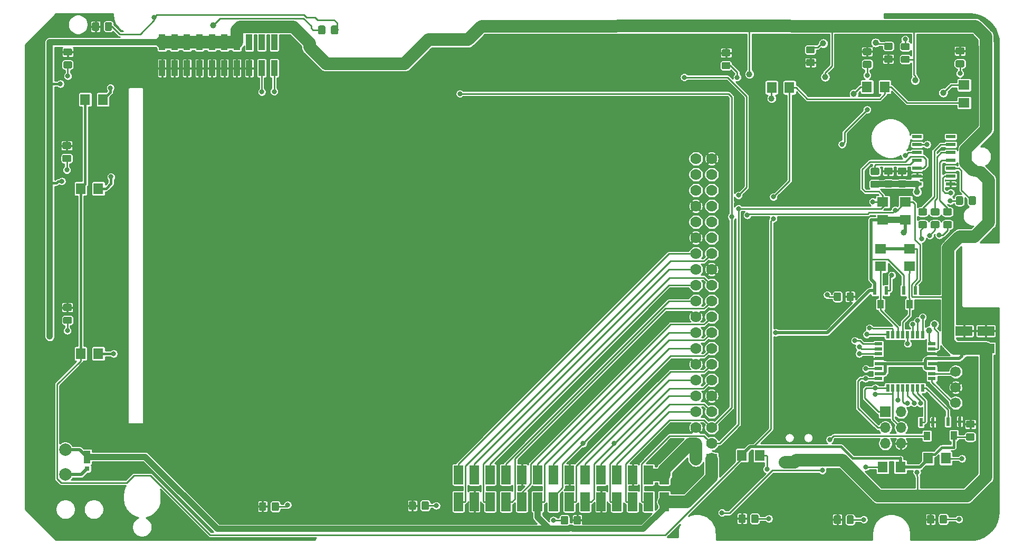
<source format=gbl>
G04 #@! TF.GenerationSoftware,KiCad,Pcbnew,(5.1.5)-3*
G04 #@! TF.CreationDate,2020-04-11T01:13:50-04:00*
G04 #@! TF.ProjectId,CPU,4350552e-6b69-4636-9164-5f7063625858,rev?*
G04 #@! TF.SameCoordinates,Original*
G04 #@! TF.FileFunction,Copper,L2,Bot*
G04 #@! TF.FilePolarity,Positive*
%FSLAX46Y46*%
G04 Gerber Fmt 4.6, Leading zero omitted, Abs format (unit mm)*
G04 Created by KiCad (PCBNEW (5.1.5)-3) date 2020-04-11 01:13:50*
%MOMM*%
%LPD*%
G04 APERTURE LIST*
%ADD10R,1.500000X0.600000*%
%ADD11C,0.100000*%
%ADD12C,2.000000*%
%ADD13R,2.700000X1.600000*%
%ADD14R,0.800000X0.800000*%
%ADD15R,1.100000X2.000000*%
%ADD16R,1.600000X1.803000*%
%ADD17R,1.803000X1.600000*%
%ADD18R,0.600000X1.400000*%
%ADD19R,1.000000X1.400000*%
%ADD20R,0.558800X1.270000*%
%ADD21R,1.270000X0.558800*%
%ADD22R,1.000000X2.580000*%
%ADD23C,1.700000*%
%ADD24C,1.778000*%
%ADD25R,1.778000X1.778000*%
%ADD26R,1.700000X1.700000*%
%ADD27O,1.700000X1.700000*%
%ADD28R,1.524000X3.048000*%
%ADD29C,0.800000*%
%ADD30C,1.000000*%
%ADD31C,0.500000*%
%ADD32C,1.000000*%
%ADD33C,0.400000*%
%ADD34C,2.000000*%
%ADD35C,0.250000*%
%ADD36C,1.800000*%
%ADD37C,0.254000*%
G04 APERTURE END LIST*
D10*
X179300000Y-73260000D03*
X179300000Y-71990000D03*
X179300000Y-70720000D03*
X179300000Y-69450000D03*
X179300000Y-68180000D03*
X179300000Y-66910000D03*
X179300000Y-65640000D03*
X173900000Y-65640000D03*
X173900000Y-66910000D03*
X173900000Y-68180000D03*
X173900000Y-69450000D03*
X173900000Y-70720000D03*
X173900000Y-71990000D03*
X173900000Y-73260000D03*
G04 #@! TA.AperFunction,SMDPad,CuDef*
D11*
G36*
X181074505Y-75201204D02*
G01*
X181098773Y-75204804D01*
X181122572Y-75210765D01*
X181145671Y-75219030D01*
X181167850Y-75229520D01*
X181188893Y-75242132D01*
X181208599Y-75256747D01*
X181226777Y-75273223D01*
X181243253Y-75291401D01*
X181257868Y-75311107D01*
X181270480Y-75332150D01*
X181280970Y-75354329D01*
X181289235Y-75377428D01*
X181295196Y-75401227D01*
X181298796Y-75425495D01*
X181300000Y-75449999D01*
X181300000Y-76350001D01*
X181298796Y-76374505D01*
X181295196Y-76398773D01*
X181289235Y-76422572D01*
X181280970Y-76445671D01*
X181270480Y-76467850D01*
X181257868Y-76488893D01*
X181243253Y-76508599D01*
X181226777Y-76526777D01*
X181208599Y-76543253D01*
X181188893Y-76557868D01*
X181167850Y-76570480D01*
X181145671Y-76580970D01*
X181122572Y-76589235D01*
X181098773Y-76595196D01*
X181074505Y-76598796D01*
X181050001Y-76600000D01*
X180399999Y-76600000D01*
X180375495Y-76598796D01*
X180351227Y-76595196D01*
X180327428Y-76589235D01*
X180304329Y-76580970D01*
X180282150Y-76570480D01*
X180261107Y-76557868D01*
X180241401Y-76543253D01*
X180223223Y-76526777D01*
X180206747Y-76508599D01*
X180192132Y-76488893D01*
X180179520Y-76467850D01*
X180169030Y-76445671D01*
X180160765Y-76422572D01*
X180154804Y-76398773D01*
X180151204Y-76374505D01*
X180150000Y-76350001D01*
X180150000Y-75449999D01*
X180151204Y-75425495D01*
X180154804Y-75401227D01*
X180160765Y-75377428D01*
X180169030Y-75354329D01*
X180179520Y-75332150D01*
X180192132Y-75311107D01*
X180206747Y-75291401D01*
X180223223Y-75273223D01*
X180241401Y-75256747D01*
X180261107Y-75242132D01*
X180282150Y-75229520D01*
X180304329Y-75219030D01*
X180327428Y-75210765D01*
X180351227Y-75204804D01*
X180375495Y-75201204D01*
X180399999Y-75200000D01*
X181050001Y-75200000D01*
X181074505Y-75201204D01*
G37*
G04 #@! TD.AperFunction*
G04 #@! TA.AperFunction,SMDPad,CuDef*
G36*
X183124505Y-75201204D02*
G01*
X183148773Y-75204804D01*
X183172572Y-75210765D01*
X183195671Y-75219030D01*
X183217850Y-75229520D01*
X183238893Y-75242132D01*
X183258599Y-75256747D01*
X183276777Y-75273223D01*
X183293253Y-75291401D01*
X183307868Y-75311107D01*
X183320480Y-75332150D01*
X183330970Y-75354329D01*
X183339235Y-75377428D01*
X183345196Y-75401227D01*
X183348796Y-75425495D01*
X183350000Y-75449999D01*
X183350000Y-76350001D01*
X183348796Y-76374505D01*
X183345196Y-76398773D01*
X183339235Y-76422572D01*
X183330970Y-76445671D01*
X183320480Y-76467850D01*
X183307868Y-76488893D01*
X183293253Y-76508599D01*
X183276777Y-76526777D01*
X183258599Y-76543253D01*
X183238893Y-76557868D01*
X183217850Y-76570480D01*
X183195671Y-76580970D01*
X183172572Y-76589235D01*
X183148773Y-76595196D01*
X183124505Y-76598796D01*
X183100001Y-76600000D01*
X182449999Y-76600000D01*
X182425495Y-76598796D01*
X182401227Y-76595196D01*
X182377428Y-76589235D01*
X182354329Y-76580970D01*
X182332150Y-76570480D01*
X182311107Y-76557868D01*
X182291401Y-76543253D01*
X182273223Y-76526777D01*
X182256747Y-76508599D01*
X182242132Y-76488893D01*
X182229520Y-76467850D01*
X182219030Y-76445671D01*
X182210765Y-76422572D01*
X182204804Y-76398773D01*
X182201204Y-76374505D01*
X182200000Y-76350001D01*
X182200000Y-75449999D01*
X182201204Y-75425495D01*
X182204804Y-75401227D01*
X182210765Y-75377428D01*
X182219030Y-75354329D01*
X182229520Y-75332150D01*
X182242132Y-75311107D01*
X182256747Y-75291401D01*
X182273223Y-75273223D01*
X182291401Y-75256747D01*
X182311107Y-75242132D01*
X182332150Y-75229520D01*
X182354329Y-75219030D01*
X182377428Y-75210765D01*
X182401227Y-75204804D01*
X182425495Y-75201204D01*
X182449999Y-75200000D01*
X183100001Y-75200000D01*
X183124505Y-75201204D01*
G37*
G04 #@! TD.AperFunction*
G04 #@! TA.AperFunction,SMDPad,CuDef*
G36*
X179274505Y-79201204D02*
G01*
X179298773Y-79204804D01*
X179322572Y-79210765D01*
X179345671Y-79219030D01*
X179367850Y-79229520D01*
X179388893Y-79242132D01*
X179408599Y-79256747D01*
X179426777Y-79273223D01*
X179443253Y-79291401D01*
X179457868Y-79311107D01*
X179470480Y-79332150D01*
X179480970Y-79354329D01*
X179489235Y-79377428D01*
X179495196Y-79401227D01*
X179498796Y-79425495D01*
X179500000Y-79449999D01*
X179500000Y-80100001D01*
X179498796Y-80124505D01*
X179495196Y-80148773D01*
X179489235Y-80172572D01*
X179480970Y-80195671D01*
X179470480Y-80217850D01*
X179457868Y-80238893D01*
X179443253Y-80258599D01*
X179426777Y-80276777D01*
X179408599Y-80293253D01*
X179388893Y-80307868D01*
X179367850Y-80320480D01*
X179345671Y-80330970D01*
X179322572Y-80339235D01*
X179298773Y-80345196D01*
X179274505Y-80348796D01*
X179250001Y-80350000D01*
X178349999Y-80350000D01*
X178325495Y-80348796D01*
X178301227Y-80345196D01*
X178277428Y-80339235D01*
X178254329Y-80330970D01*
X178232150Y-80320480D01*
X178211107Y-80307868D01*
X178191401Y-80293253D01*
X178173223Y-80276777D01*
X178156747Y-80258599D01*
X178142132Y-80238893D01*
X178129520Y-80217850D01*
X178119030Y-80195671D01*
X178110765Y-80172572D01*
X178104804Y-80148773D01*
X178101204Y-80124505D01*
X178100000Y-80100001D01*
X178100000Y-79449999D01*
X178101204Y-79425495D01*
X178104804Y-79401227D01*
X178110765Y-79377428D01*
X178119030Y-79354329D01*
X178129520Y-79332150D01*
X178142132Y-79311107D01*
X178156747Y-79291401D01*
X178173223Y-79273223D01*
X178191401Y-79256747D01*
X178211107Y-79242132D01*
X178232150Y-79229520D01*
X178254329Y-79219030D01*
X178277428Y-79210765D01*
X178301227Y-79204804D01*
X178325495Y-79201204D01*
X178349999Y-79200000D01*
X179250001Y-79200000D01*
X179274505Y-79201204D01*
G37*
G04 #@! TD.AperFunction*
G04 #@! TA.AperFunction,SMDPad,CuDef*
G36*
X179274505Y-77151204D02*
G01*
X179298773Y-77154804D01*
X179322572Y-77160765D01*
X179345671Y-77169030D01*
X179367850Y-77179520D01*
X179388893Y-77192132D01*
X179408599Y-77206747D01*
X179426777Y-77223223D01*
X179443253Y-77241401D01*
X179457868Y-77261107D01*
X179470480Y-77282150D01*
X179480970Y-77304329D01*
X179489235Y-77327428D01*
X179495196Y-77351227D01*
X179498796Y-77375495D01*
X179500000Y-77399999D01*
X179500000Y-78050001D01*
X179498796Y-78074505D01*
X179495196Y-78098773D01*
X179489235Y-78122572D01*
X179480970Y-78145671D01*
X179470480Y-78167850D01*
X179457868Y-78188893D01*
X179443253Y-78208599D01*
X179426777Y-78226777D01*
X179408599Y-78243253D01*
X179388893Y-78257868D01*
X179367850Y-78270480D01*
X179345671Y-78280970D01*
X179322572Y-78289235D01*
X179298773Y-78295196D01*
X179274505Y-78298796D01*
X179250001Y-78300000D01*
X178349999Y-78300000D01*
X178325495Y-78298796D01*
X178301227Y-78295196D01*
X178277428Y-78289235D01*
X178254329Y-78280970D01*
X178232150Y-78270480D01*
X178211107Y-78257868D01*
X178191401Y-78243253D01*
X178173223Y-78226777D01*
X178156747Y-78208599D01*
X178142132Y-78188893D01*
X178129520Y-78167850D01*
X178119030Y-78145671D01*
X178110765Y-78122572D01*
X178104804Y-78098773D01*
X178101204Y-78074505D01*
X178100000Y-78050001D01*
X178100000Y-77399999D01*
X178101204Y-77375495D01*
X178104804Y-77351227D01*
X178110765Y-77327428D01*
X178119030Y-77304329D01*
X178129520Y-77282150D01*
X178142132Y-77261107D01*
X178156747Y-77241401D01*
X178173223Y-77223223D01*
X178191401Y-77206747D01*
X178211107Y-77192132D01*
X178232150Y-77179520D01*
X178254329Y-77169030D01*
X178277428Y-77160765D01*
X178301227Y-77154804D01*
X178325495Y-77151204D01*
X178349999Y-77150000D01*
X179250001Y-77150000D01*
X179274505Y-77151204D01*
G37*
G04 #@! TD.AperFunction*
G04 #@! TA.AperFunction,SMDPad,CuDef*
G36*
X177274505Y-79201204D02*
G01*
X177298773Y-79204804D01*
X177322572Y-79210765D01*
X177345671Y-79219030D01*
X177367850Y-79229520D01*
X177388893Y-79242132D01*
X177408599Y-79256747D01*
X177426777Y-79273223D01*
X177443253Y-79291401D01*
X177457868Y-79311107D01*
X177470480Y-79332150D01*
X177480970Y-79354329D01*
X177489235Y-79377428D01*
X177495196Y-79401227D01*
X177498796Y-79425495D01*
X177500000Y-79449999D01*
X177500000Y-80100001D01*
X177498796Y-80124505D01*
X177495196Y-80148773D01*
X177489235Y-80172572D01*
X177480970Y-80195671D01*
X177470480Y-80217850D01*
X177457868Y-80238893D01*
X177443253Y-80258599D01*
X177426777Y-80276777D01*
X177408599Y-80293253D01*
X177388893Y-80307868D01*
X177367850Y-80320480D01*
X177345671Y-80330970D01*
X177322572Y-80339235D01*
X177298773Y-80345196D01*
X177274505Y-80348796D01*
X177250001Y-80350000D01*
X176349999Y-80350000D01*
X176325495Y-80348796D01*
X176301227Y-80345196D01*
X176277428Y-80339235D01*
X176254329Y-80330970D01*
X176232150Y-80320480D01*
X176211107Y-80307868D01*
X176191401Y-80293253D01*
X176173223Y-80276777D01*
X176156747Y-80258599D01*
X176142132Y-80238893D01*
X176129520Y-80217850D01*
X176119030Y-80195671D01*
X176110765Y-80172572D01*
X176104804Y-80148773D01*
X176101204Y-80124505D01*
X176100000Y-80100001D01*
X176100000Y-79449999D01*
X176101204Y-79425495D01*
X176104804Y-79401227D01*
X176110765Y-79377428D01*
X176119030Y-79354329D01*
X176129520Y-79332150D01*
X176142132Y-79311107D01*
X176156747Y-79291401D01*
X176173223Y-79273223D01*
X176191401Y-79256747D01*
X176211107Y-79242132D01*
X176232150Y-79229520D01*
X176254329Y-79219030D01*
X176277428Y-79210765D01*
X176301227Y-79204804D01*
X176325495Y-79201204D01*
X176349999Y-79200000D01*
X177250001Y-79200000D01*
X177274505Y-79201204D01*
G37*
G04 #@! TD.AperFunction*
G04 #@! TA.AperFunction,SMDPad,CuDef*
G36*
X177274505Y-77151204D02*
G01*
X177298773Y-77154804D01*
X177322572Y-77160765D01*
X177345671Y-77169030D01*
X177367850Y-77179520D01*
X177388893Y-77192132D01*
X177408599Y-77206747D01*
X177426777Y-77223223D01*
X177443253Y-77241401D01*
X177457868Y-77261107D01*
X177470480Y-77282150D01*
X177480970Y-77304329D01*
X177489235Y-77327428D01*
X177495196Y-77351227D01*
X177498796Y-77375495D01*
X177500000Y-77399999D01*
X177500000Y-78050001D01*
X177498796Y-78074505D01*
X177495196Y-78098773D01*
X177489235Y-78122572D01*
X177480970Y-78145671D01*
X177470480Y-78167850D01*
X177457868Y-78188893D01*
X177443253Y-78208599D01*
X177426777Y-78226777D01*
X177408599Y-78243253D01*
X177388893Y-78257868D01*
X177367850Y-78270480D01*
X177345671Y-78280970D01*
X177322572Y-78289235D01*
X177298773Y-78295196D01*
X177274505Y-78298796D01*
X177250001Y-78300000D01*
X176349999Y-78300000D01*
X176325495Y-78298796D01*
X176301227Y-78295196D01*
X176277428Y-78289235D01*
X176254329Y-78280970D01*
X176232150Y-78270480D01*
X176211107Y-78257868D01*
X176191401Y-78243253D01*
X176173223Y-78226777D01*
X176156747Y-78208599D01*
X176142132Y-78188893D01*
X176129520Y-78167850D01*
X176119030Y-78145671D01*
X176110765Y-78122572D01*
X176104804Y-78098773D01*
X176101204Y-78074505D01*
X176100000Y-78050001D01*
X176100000Y-77399999D01*
X176101204Y-77375495D01*
X176104804Y-77351227D01*
X176110765Y-77327428D01*
X176119030Y-77304329D01*
X176129520Y-77282150D01*
X176142132Y-77261107D01*
X176156747Y-77241401D01*
X176173223Y-77223223D01*
X176191401Y-77206747D01*
X176211107Y-77192132D01*
X176232150Y-77179520D01*
X176254329Y-77169030D01*
X176277428Y-77160765D01*
X176301227Y-77154804D01*
X176325495Y-77151204D01*
X176349999Y-77150000D01*
X177250001Y-77150000D01*
X177274505Y-77151204D01*
G37*
G04 #@! TD.AperFunction*
G04 #@! TA.AperFunction,SMDPad,CuDef*
G36*
X175274505Y-79201204D02*
G01*
X175298773Y-79204804D01*
X175322572Y-79210765D01*
X175345671Y-79219030D01*
X175367850Y-79229520D01*
X175388893Y-79242132D01*
X175408599Y-79256747D01*
X175426777Y-79273223D01*
X175443253Y-79291401D01*
X175457868Y-79311107D01*
X175470480Y-79332150D01*
X175480970Y-79354329D01*
X175489235Y-79377428D01*
X175495196Y-79401227D01*
X175498796Y-79425495D01*
X175500000Y-79449999D01*
X175500000Y-80100001D01*
X175498796Y-80124505D01*
X175495196Y-80148773D01*
X175489235Y-80172572D01*
X175480970Y-80195671D01*
X175470480Y-80217850D01*
X175457868Y-80238893D01*
X175443253Y-80258599D01*
X175426777Y-80276777D01*
X175408599Y-80293253D01*
X175388893Y-80307868D01*
X175367850Y-80320480D01*
X175345671Y-80330970D01*
X175322572Y-80339235D01*
X175298773Y-80345196D01*
X175274505Y-80348796D01*
X175250001Y-80350000D01*
X174349999Y-80350000D01*
X174325495Y-80348796D01*
X174301227Y-80345196D01*
X174277428Y-80339235D01*
X174254329Y-80330970D01*
X174232150Y-80320480D01*
X174211107Y-80307868D01*
X174191401Y-80293253D01*
X174173223Y-80276777D01*
X174156747Y-80258599D01*
X174142132Y-80238893D01*
X174129520Y-80217850D01*
X174119030Y-80195671D01*
X174110765Y-80172572D01*
X174104804Y-80148773D01*
X174101204Y-80124505D01*
X174100000Y-80100001D01*
X174100000Y-79449999D01*
X174101204Y-79425495D01*
X174104804Y-79401227D01*
X174110765Y-79377428D01*
X174119030Y-79354329D01*
X174129520Y-79332150D01*
X174142132Y-79311107D01*
X174156747Y-79291401D01*
X174173223Y-79273223D01*
X174191401Y-79256747D01*
X174211107Y-79242132D01*
X174232150Y-79229520D01*
X174254329Y-79219030D01*
X174277428Y-79210765D01*
X174301227Y-79204804D01*
X174325495Y-79201204D01*
X174349999Y-79200000D01*
X175250001Y-79200000D01*
X175274505Y-79201204D01*
G37*
G04 #@! TD.AperFunction*
G04 #@! TA.AperFunction,SMDPad,CuDef*
G36*
X175274505Y-77151204D02*
G01*
X175298773Y-77154804D01*
X175322572Y-77160765D01*
X175345671Y-77169030D01*
X175367850Y-77179520D01*
X175388893Y-77192132D01*
X175408599Y-77206747D01*
X175426777Y-77223223D01*
X175443253Y-77241401D01*
X175457868Y-77261107D01*
X175470480Y-77282150D01*
X175480970Y-77304329D01*
X175489235Y-77327428D01*
X175495196Y-77351227D01*
X175498796Y-77375495D01*
X175500000Y-77399999D01*
X175500000Y-78050001D01*
X175498796Y-78074505D01*
X175495196Y-78098773D01*
X175489235Y-78122572D01*
X175480970Y-78145671D01*
X175470480Y-78167850D01*
X175457868Y-78188893D01*
X175443253Y-78208599D01*
X175426777Y-78226777D01*
X175408599Y-78243253D01*
X175388893Y-78257868D01*
X175367850Y-78270480D01*
X175345671Y-78280970D01*
X175322572Y-78289235D01*
X175298773Y-78295196D01*
X175274505Y-78298796D01*
X175250001Y-78300000D01*
X174349999Y-78300000D01*
X174325495Y-78298796D01*
X174301227Y-78295196D01*
X174277428Y-78289235D01*
X174254329Y-78280970D01*
X174232150Y-78270480D01*
X174211107Y-78257868D01*
X174191401Y-78243253D01*
X174173223Y-78226777D01*
X174156747Y-78208599D01*
X174142132Y-78188893D01*
X174129520Y-78167850D01*
X174119030Y-78145671D01*
X174110765Y-78122572D01*
X174104804Y-78098773D01*
X174101204Y-78074505D01*
X174100000Y-78050001D01*
X174100000Y-77399999D01*
X174101204Y-77375495D01*
X174104804Y-77351227D01*
X174110765Y-77327428D01*
X174119030Y-77304329D01*
X174129520Y-77282150D01*
X174142132Y-77261107D01*
X174156747Y-77241401D01*
X174173223Y-77223223D01*
X174191401Y-77206747D01*
X174211107Y-77192132D01*
X174232150Y-77179520D01*
X174254329Y-77169030D01*
X174277428Y-77160765D01*
X174301227Y-77154804D01*
X174325495Y-77151204D01*
X174349999Y-77150000D01*
X175250001Y-77150000D01*
X175274505Y-77151204D01*
G37*
G04 #@! TD.AperFunction*
G04 #@! TA.AperFunction,SMDPad,CuDef*
G36*
X167624505Y-72701204D02*
G01*
X167648773Y-72704804D01*
X167672572Y-72710765D01*
X167695671Y-72719030D01*
X167717850Y-72729520D01*
X167738893Y-72742132D01*
X167758599Y-72756747D01*
X167776777Y-72773223D01*
X167793253Y-72791401D01*
X167807868Y-72811107D01*
X167820480Y-72832150D01*
X167830970Y-72854329D01*
X167839235Y-72877428D01*
X167845196Y-72901227D01*
X167848796Y-72925495D01*
X167850000Y-72949999D01*
X167850000Y-73600001D01*
X167848796Y-73624505D01*
X167845196Y-73648773D01*
X167839235Y-73672572D01*
X167830970Y-73695671D01*
X167820480Y-73717850D01*
X167807868Y-73738893D01*
X167793253Y-73758599D01*
X167776777Y-73776777D01*
X167758599Y-73793253D01*
X167738893Y-73807868D01*
X167717850Y-73820480D01*
X167695671Y-73830970D01*
X167672572Y-73839235D01*
X167648773Y-73845196D01*
X167624505Y-73848796D01*
X167600001Y-73850000D01*
X166699999Y-73850000D01*
X166675495Y-73848796D01*
X166651227Y-73845196D01*
X166627428Y-73839235D01*
X166604329Y-73830970D01*
X166582150Y-73820480D01*
X166561107Y-73807868D01*
X166541401Y-73793253D01*
X166523223Y-73776777D01*
X166506747Y-73758599D01*
X166492132Y-73738893D01*
X166479520Y-73717850D01*
X166469030Y-73695671D01*
X166460765Y-73672572D01*
X166454804Y-73648773D01*
X166451204Y-73624505D01*
X166450000Y-73600001D01*
X166450000Y-72949999D01*
X166451204Y-72925495D01*
X166454804Y-72901227D01*
X166460765Y-72877428D01*
X166469030Y-72854329D01*
X166479520Y-72832150D01*
X166492132Y-72811107D01*
X166506747Y-72791401D01*
X166523223Y-72773223D01*
X166541401Y-72756747D01*
X166561107Y-72742132D01*
X166582150Y-72729520D01*
X166604329Y-72719030D01*
X166627428Y-72710765D01*
X166651227Y-72704804D01*
X166675495Y-72701204D01*
X166699999Y-72700000D01*
X167600001Y-72700000D01*
X167624505Y-72701204D01*
G37*
G04 #@! TD.AperFunction*
G04 #@! TA.AperFunction,SMDPad,CuDef*
G36*
X167624505Y-70651204D02*
G01*
X167648773Y-70654804D01*
X167672572Y-70660765D01*
X167695671Y-70669030D01*
X167717850Y-70679520D01*
X167738893Y-70692132D01*
X167758599Y-70706747D01*
X167776777Y-70723223D01*
X167793253Y-70741401D01*
X167807868Y-70761107D01*
X167820480Y-70782150D01*
X167830970Y-70804329D01*
X167839235Y-70827428D01*
X167845196Y-70851227D01*
X167848796Y-70875495D01*
X167850000Y-70899999D01*
X167850000Y-71550001D01*
X167848796Y-71574505D01*
X167845196Y-71598773D01*
X167839235Y-71622572D01*
X167830970Y-71645671D01*
X167820480Y-71667850D01*
X167807868Y-71688893D01*
X167793253Y-71708599D01*
X167776777Y-71726777D01*
X167758599Y-71743253D01*
X167738893Y-71757868D01*
X167717850Y-71770480D01*
X167695671Y-71780970D01*
X167672572Y-71789235D01*
X167648773Y-71795196D01*
X167624505Y-71798796D01*
X167600001Y-71800000D01*
X166699999Y-71800000D01*
X166675495Y-71798796D01*
X166651227Y-71795196D01*
X166627428Y-71789235D01*
X166604329Y-71780970D01*
X166582150Y-71770480D01*
X166561107Y-71757868D01*
X166541401Y-71743253D01*
X166523223Y-71726777D01*
X166506747Y-71708599D01*
X166492132Y-71688893D01*
X166479520Y-71667850D01*
X166469030Y-71645671D01*
X166460765Y-71622572D01*
X166454804Y-71598773D01*
X166451204Y-71574505D01*
X166450000Y-71550001D01*
X166450000Y-70899999D01*
X166451204Y-70875495D01*
X166454804Y-70851227D01*
X166460765Y-70827428D01*
X166469030Y-70804329D01*
X166479520Y-70782150D01*
X166492132Y-70761107D01*
X166506747Y-70741401D01*
X166523223Y-70723223D01*
X166541401Y-70706747D01*
X166561107Y-70692132D01*
X166582150Y-70679520D01*
X166604329Y-70669030D01*
X166627428Y-70660765D01*
X166651227Y-70654804D01*
X166675495Y-70651204D01*
X166699999Y-70650000D01*
X167600001Y-70650000D01*
X167624505Y-70651204D01*
G37*
G04 #@! TD.AperFunction*
G04 #@! TA.AperFunction,SMDPad,CuDef*
G36*
X169774505Y-72651204D02*
G01*
X169798773Y-72654804D01*
X169822572Y-72660765D01*
X169845671Y-72669030D01*
X169867850Y-72679520D01*
X169888893Y-72692132D01*
X169908599Y-72706747D01*
X169926777Y-72723223D01*
X169943253Y-72741401D01*
X169957868Y-72761107D01*
X169970480Y-72782150D01*
X169980970Y-72804329D01*
X169989235Y-72827428D01*
X169995196Y-72851227D01*
X169998796Y-72875495D01*
X170000000Y-72899999D01*
X170000000Y-73550001D01*
X169998796Y-73574505D01*
X169995196Y-73598773D01*
X169989235Y-73622572D01*
X169980970Y-73645671D01*
X169970480Y-73667850D01*
X169957868Y-73688893D01*
X169943253Y-73708599D01*
X169926777Y-73726777D01*
X169908599Y-73743253D01*
X169888893Y-73757868D01*
X169867850Y-73770480D01*
X169845671Y-73780970D01*
X169822572Y-73789235D01*
X169798773Y-73795196D01*
X169774505Y-73798796D01*
X169750001Y-73800000D01*
X168849999Y-73800000D01*
X168825495Y-73798796D01*
X168801227Y-73795196D01*
X168777428Y-73789235D01*
X168754329Y-73780970D01*
X168732150Y-73770480D01*
X168711107Y-73757868D01*
X168691401Y-73743253D01*
X168673223Y-73726777D01*
X168656747Y-73708599D01*
X168642132Y-73688893D01*
X168629520Y-73667850D01*
X168619030Y-73645671D01*
X168610765Y-73622572D01*
X168604804Y-73598773D01*
X168601204Y-73574505D01*
X168600000Y-73550001D01*
X168600000Y-72899999D01*
X168601204Y-72875495D01*
X168604804Y-72851227D01*
X168610765Y-72827428D01*
X168619030Y-72804329D01*
X168629520Y-72782150D01*
X168642132Y-72761107D01*
X168656747Y-72741401D01*
X168673223Y-72723223D01*
X168691401Y-72706747D01*
X168711107Y-72692132D01*
X168732150Y-72679520D01*
X168754329Y-72669030D01*
X168777428Y-72660765D01*
X168801227Y-72654804D01*
X168825495Y-72651204D01*
X168849999Y-72650000D01*
X169750001Y-72650000D01*
X169774505Y-72651204D01*
G37*
G04 #@! TD.AperFunction*
G04 #@! TA.AperFunction,SMDPad,CuDef*
G36*
X169774505Y-70601204D02*
G01*
X169798773Y-70604804D01*
X169822572Y-70610765D01*
X169845671Y-70619030D01*
X169867850Y-70629520D01*
X169888893Y-70642132D01*
X169908599Y-70656747D01*
X169926777Y-70673223D01*
X169943253Y-70691401D01*
X169957868Y-70711107D01*
X169970480Y-70732150D01*
X169980970Y-70754329D01*
X169989235Y-70777428D01*
X169995196Y-70801227D01*
X169998796Y-70825495D01*
X170000000Y-70849999D01*
X170000000Y-71500001D01*
X169998796Y-71524505D01*
X169995196Y-71548773D01*
X169989235Y-71572572D01*
X169980970Y-71595671D01*
X169970480Y-71617850D01*
X169957868Y-71638893D01*
X169943253Y-71658599D01*
X169926777Y-71676777D01*
X169908599Y-71693253D01*
X169888893Y-71707868D01*
X169867850Y-71720480D01*
X169845671Y-71730970D01*
X169822572Y-71739235D01*
X169798773Y-71745196D01*
X169774505Y-71748796D01*
X169750001Y-71750000D01*
X168849999Y-71750000D01*
X168825495Y-71748796D01*
X168801227Y-71745196D01*
X168777428Y-71739235D01*
X168754329Y-71730970D01*
X168732150Y-71720480D01*
X168711107Y-71707868D01*
X168691401Y-71693253D01*
X168673223Y-71676777D01*
X168656747Y-71658599D01*
X168642132Y-71638893D01*
X168629520Y-71617850D01*
X168619030Y-71595671D01*
X168610765Y-71572572D01*
X168604804Y-71548773D01*
X168601204Y-71524505D01*
X168600000Y-71500001D01*
X168600000Y-70849999D01*
X168601204Y-70825495D01*
X168604804Y-70801227D01*
X168610765Y-70777428D01*
X168619030Y-70754329D01*
X168629520Y-70732150D01*
X168642132Y-70711107D01*
X168656747Y-70691401D01*
X168673223Y-70673223D01*
X168691401Y-70656747D01*
X168711107Y-70642132D01*
X168732150Y-70629520D01*
X168754329Y-70619030D01*
X168777428Y-70610765D01*
X168801227Y-70604804D01*
X168825495Y-70601204D01*
X168849999Y-70600000D01*
X169750001Y-70600000D01*
X169774505Y-70601204D01*
G37*
G04 #@! TD.AperFunction*
G04 #@! TA.AperFunction,SMDPad,CuDef*
G36*
X171974505Y-70601204D02*
G01*
X171998773Y-70604804D01*
X172022572Y-70610765D01*
X172045671Y-70619030D01*
X172067850Y-70629520D01*
X172088893Y-70642132D01*
X172108599Y-70656747D01*
X172126777Y-70673223D01*
X172143253Y-70691401D01*
X172157868Y-70711107D01*
X172170480Y-70732150D01*
X172180970Y-70754329D01*
X172189235Y-70777428D01*
X172195196Y-70801227D01*
X172198796Y-70825495D01*
X172200000Y-70849999D01*
X172200000Y-71500001D01*
X172198796Y-71524505D01*
X172195196Y-71548773D01*
X172189235Y-71572572D01*
X172180970Y-71595671D01*
X172170480Y-71617850D01*
X172157868Y-71638893D01*
X172143253Y-71658599D01*
X172126777Y-71676777D01*
X172108599Y-71693253D01*
X172088893Y-71707868D01*
X172067850Y-71720480D01*
X172045671Y-71730970D01*
X172022572Y-71739235D01*
X171998773Y-71745196D01*
X171974505Y-71748796D01*
X171950001Y-71750000D01*
X171049999Y-71750000D01*
X171025495Y-71748796D01*
X171001227Y-71745196D01*
X170977428Y-71739235D01*
X170954329Y-71730970D01*
X170932150Y-71720480D01*
X170911107Y-71707868D01*
X170891401Y-71693253D01*
X170873223Y-71676777D01*
X170856747Y-71658599D01*
X170842132Y-71638893D01*
X170829520Y-71617850D01*
X170819030Y-71595671D01*
X170810765Y-71572572D01*
X170804804Y-71548773D01*
X170801204Y-71524505D01*
X170800000Y-71500001D01*
X170800000Y-70849999D01*
X170801204Y-70825495D01*
X170804804Y-70801227D01*
X170810765Y-70777428D01*
X170819030Y-70754329D01*
X170829520Y-70732150D01*
X170842132Y-70711107D01*
X170856747Y-70691401D01*
X170873223Y-70673223D01*
X170891401Y-70656747D01*
X170911107Y-70642132D01*
X170932150Y-70629520D01*
X170954329Y-70619030D01*
X170977428Y-70610765D01*
X171001227Y-70604804D01*
X171025495Y-70601204D01*
X171049999Y-70600000D01*
X171950001Y-70600000D01*
X171974505Y-70601204D01*
G37*
G04 #@! TD.AperFunction*
G04 #@! TA.AperFunction,SMDPad,CuDef*
G36*
X171974505Y-72651204D02*
G01*
X171998773Y-72654804D01*
X172022572Y-72660765D01*
X172045671Y-72669030D01*
X172067850Y-72679520D01*
X172088893Y-72692132D01*
X172108599Y-72706747D01*
X172126777Y-72723223D01*
X172143253Y-72741401D01*
X172157868Y-72761107D01*
X172170480Y-72782150D01*
X172180970Y-72804329D01*
X172189235Y-72827428D01*
X172195196Y-72851227D01*
X172198796Y-72875495D01*
X172200000Y-72899999D01*
X172200000Y-73550001D01*
X172198796Y-73574505D01*
X172195196Y-73598773D01*
X172189235Y-73622572D01*
X172180970Y-73645671D01*
X172170480Y-73667850D01*
X172157868Y-73688893D01*
X172143253Y-73708599D01*
X172126777Y-73726777D01*
X172108599Y-73743253D01*
X172088893Y-73757868D01*
X172067850Y-73770480D01*
X172045671Y-73780970D01*
X172022572Y-73789235D01*
X171998773Y-73795196D01*
X171974505Y-73798796D01*
X171950001Y-73800000D01*
X171049999Y-73800000D01*
X171025495Y-73798796D01*
X171001227Y-73795196D01*
X170977428Y-73789235D01*
X170954329Y-73780970D01*
X170932150Y-73770480D01*
X170911107Y-73757868D01*
X170891401Y-73743253D01*
X170873223Y-73726777D01*
X170856747Y-73708599D01*
X170842132Y-73688893D01*
X170829520Y-73667850D01*
X170819030Y-73645671D01*
X170810765Y-73622572D01*
X170804804Y-73598773D01*
X170801204Y-73574505D01*
X170800000Y-73550001D01*
X170800000Y-72899999D01*
X170801204Y-72875495D01*
X170804804Y-72851227D01*
X170810765Y-72827428D01*
X170819030Y-72804329D01*
X170829520Y-72782150D01*
X170842132Y-72761107D01*
X170856747Y-72741401D01*
X170873223Y-72723223D01*
X170891401Y-72706747D01*
X170911107Y-72692132D01*
X170932150Y-72679520D01*
X170954329Y-72669030D01*
X170977428Y-72660765D01*
X171001227Y-72654804D01*
X171025495Y-72651204D01*
X171049999Y-72650000D01*
X171950001Y-72650000D01*
X171974505Y-72651204D01*
G37*
G04 #@! TD.AperFunction*
G04 #@! TA.AperFunction,SMDPad,CuDef*
G36*
X182924505Y-111251204D02*
G01*
X182948773Y-111254804D01*
X182972572Y-111260765D01*
X182995671Y-111269030D01*
X183017850Y-111279520D01*
X183038893Y-111292132D01*
X183058599Y-111306747D01*
X183076777Y-111323223D01*
X183093253Y-111341401D01*
X183107868Y-111361107D01*
X183120480Y-111382150D01*
X183130970Y-111404329D01*
X183139235Y-111427428D01*
X183145196Y-111451227D01*
X183148796Y-111475495D01*
X183150000Y-111499999D01*
X183150000Y-112150001D01*
X183148796Y-112174505D01*
X183145196Y-112198773D01*
X183139235Y-112222572D01*
X183130970Y-112245671D01*
X183120480Y-112267850D01*
X183107868Y-112288893D01*
X183093253Y-112308599D01*
X183076777Y-112326777D01*
X183058599Y-112343253D01*
X183038893Y-112357868D01*
X183017850Y-112370480D01*
X182995671Y-112380970D01*
X182972572Y-112389235D01*
X182948773Y-112395196D01*
X182924505Y-112398796D01*
X182900001Y-112400000D01*
X181999999Y-112400000D01*
X181975495Y-112398796D01*
X181951227Y-112395196D01*
X181927428Y-112389235D01*
X181904329Y-112380970D01*
X181882150Y-112370480D01*
X181861107Y-112357868D01*
X181841401Y-112343253D01*
X181823223Y-112326777D01*
X181806747Y-112308599D01*
X181792132Y-112288893D01*
X181779520Y-112267850D01*
X181769030Y-112245671D01*
X181760765Y-112222572D01*
X181754804Y-112198773D01*
X181751204Y-112174505D01*
X181750000Y-112150001D01*
X181750000Y-111499999D01*
X181751204Y-111475495D01*
X181754804Y-111451227D01*
X181760765Y-111427428D01*
X181769030Y-111404329D01*
X181779520Y-111382150D01*
X181792132Y-111361107D01*
X181806747Y-111341401D01*
X181823223Y-111323223D01*
X181841401Y-111306747D01*
X181861107Y-111292132D01*
X181882150Y-111279520D01*
X181904329Y-111269030D01*
X181927428Y-111260765D01*
X181951227Y-111254804D01*
X181975495Y-111251204D01*
X181999999Y-111250000D01*
X182900001Y-111250000D01*
X182924505Y-111251204D01*
G37*
G04 #@! TD.AperFunction*
G04 #@! TA.AperFunction,SMDPad,CuDef*
G36*
X182924505Y-113301204D02*
G01*
X182948773Y-113304804D01*
X182972572Y-113310765D01*
X182995671Y-113319030D01*
X183017850Y-113329520D01*
X183038893Y-113342132D01*
X183058599Y-113356747D01*
X183076777Y-113373223D01*
X183093253Y-113391401D01*
X183107868Y-113411107D01*
X183120480Y-113432150D01*
X183130970Y-113454329D01*
X183139235Y-113477428D01*
X183145196Y-113501227D01*
X183148796Y-113525495D01*
X183150000Y-113549999D01*
X183150000Y-114200001D01*
X183148796Y-114224505D01*
X183145196Y-114248773D01*
X183139235Y-114272572D01*
X183130970Y-114295671D01*
X183120480Y-114317850D01*
X183107868Y-114338893D01*
X183093253Y-114358599D01*
X183076777Y-114376777D01*
X183058599Y-114393253D01*
X183038893Y-114407868D01*
X183017850Y-114420480D01*
X182995671Y-114430970D01*
X182972572Y-114439235D01*
X182948773Y-114445196D01*
X182924505Y-114448796D01*
X182900001Y-114450000D01*
X181999999Y-114450000D01*
X181975495Y-114448796D01*
X181951227Y-114445196D01*
X181927428Y-114439235D01*
X181904329Y-114430970D01*
X181882150Y-114420480D01*
X181861107Y-114407868D01*
X181841401Y-114393253D01*
X181823223Y-114376777D01*
X181806747Y-114358599D01*
X181792132Y-114338893D01*
X181779520Y-114317850D01*
X181769030Y-114295671D01*
X181760765Y-114272572D01*
X181754804Y-114248773D01*
X181751204Y-114224505D01*
X181750000Y-114200001D01*
X181750000Y-113549999D01*
X181751204Y-113525495D01*
X181754804Y-113501227D01*
X181760765Y-113477428D01*
X181769030Y-113454329D01*
X181779520Y-113432150D01*
X181792132Y-113411107D01*
X181806747Y-113391401D01*
X181823223Y-113373223D01*
X181841401Y-113356747D01*
X181861107Y-113342132D01*
X181882150Y-113329520D01*
X181904329Y-113319030D01*
X181927428Y-113310765D01*
X181951227Y-113304804D01*
X181975495Y-113301204D01*
X181999999Y-113300000D01*
X182900001Y-113300000D01*
X182924505Y-113301204D01*
G37*
G04 #@! TD.AperFunction*
D12*
X37200000Y-119910000D03*
X37200000Y-115910000D03*
D13*
X181450000Y-96860000D03*
X181450000Y-99660000D03*
X184950000Y-96860000D03*
X184950000Y-99660000D03*
D14*
X40700000Y-118960000D03*
D15*
X40700000Y-117060000D03*
D16*
X40408000Y-59690000D03*
X43252000Y-59690000D03*
X39678000Y-74000000D03*
X42522000Y-74000000D03*
X39678000Y-100500000D03*
X42522000Y-100500000D03*
X145818000Y-116840000D03*
X148662000Y-116840000D03*
X171222000Y-118700000D03*
X168378000Y-118700000D03*
X175678000Y-117300000D03*
X178522000Y-117300000D03*
X153422000Y-57750000D03*
X150578000Y-57750000D03*
X168722000Y-57650000D03*
X165878000Y-57650000D03*
D17*
X181450000Y-60194000D03*
X181450000Y-57350000D03*
D18*
X178850000Y-111410000D03*
X180750000Y-111410000D03*
D19*
X179800000Y-113610000D03*
D20*
X174800000Y-97417400D03*
X174000000Y-97417400D03*
X173200000Y-97417400D03*
X172400000Y-97417400D03*
X171600000Y-97417400D03*
X170800000Y-97417400D03*
X170000000Y-97417400D03*
X169200000Y-97417400D03*
D21*
X167707400Y-98910000D03*
X167707400Y-99710000D03*
X167707400Y-100510000D03*
X167707400Y-101310000D03*
X167707400Y-102110000D03*
X167707400Y-102910000D03*
X167707400Y-103710000D03*
X167707400Y-104510000D03*
D20*
X169200000Y-106002600D03*
X170000000Y-106002600D03*
X170800000Y-106002600D03*
X171600000Y-106002600D03*
X172400000Y-106002600D03*
X173200000Y-106002600D03*
X174000000Y-106002600D03*
X174800000Y-106002600D03*
D21*
X176292600Y-104510000D03*
X176292600Y-103710000D03*
X176292600Y-102910000D03*
X176292600Y-102110000D03*
X176292600Y-101310000D03*
X176292600Y-100510000D03*
X176292600Y-99710000D03*
X176292600Y-98910000D03*
D19*
X175500000Y-113700000D03*
D18*
X176450000Y-111500000D03*
X174550000Y-111500000D03*
D22*
X52740000Y-50462520D03*
X52740000Y-54632520D03*
X54740000Y-50462520D03*
X54740000Y-54632520D03*
X56740000Y-50462520D03*
X56740000Y-54632520D03*
X58740000Y-50462520D03*
X58740000Y-54632520D03*
X60740000Y-50462520D03*
X60740000Y-54632520D03*
X62740000Y-50462520D03*
X62740000Y-54632520D03*
X64740000Y-50462520D03*
X64740000Y-54632520D03*
X66740000Y-50462520D03*
X66740000Y-54632520D03*
X68740000Y-50462520D03*
X68740000Y-54632520D03*
X70740000Y-50462520D03*
X70740000Y-54632520D03*
D23*
X180100000Y-108400000D03*
X180100000Y-105900000D03*
X180100000Y-103400000D03*
D24*
X138394221Y-69179999D03*
X140934221Y-69179999D03*
X138394221Y-71719999D03*
X140934221Y-71719999D03*
X138394221Y-74259999D03*
X140934221Y-74259999D03*
X138394221Y-76799999D03*
X140934221Y-76799999D03*
X138394221Y-79339999D03*
X140934221Y-79339999D03*
X138394221Y-81879999D03*
X140934221Y-81879999D03*
X138394221Y-84419999D03*
X140934221Y-84419999D03*
X138394221Y-86959999D03*
X140934221Y-86959999D03*
X138394221Y-89499999D03*
X140934221Y-89499999D03*
X138394221Y-92039999D03*
X140934221Y-92039999D03*
X138394221Y-94579999D03*
X140934221Y-94579999D03*
X138394221Y-97119999D03*
X140934221Y-97119999D03*
X138394221Y-99659999D03*
X140934221Y-99659999D03*
X138394221Y-102199999D03*
X140934221Y-102199999D03*
X138394221Y-104739999D03*
X140934221Y-104739999D03*
X138394221Y-107279999D03*
X140934221Y-107279999D03*
X138394221Y-109819999D03*
X140934221Y-109819999D03*
X138394221Y-112359999D03*
X140934221Y-112359999D03*
X138394221Y-114899999D03*
X140934221Y-114899999D03*
X138394221Y-117439999D03*
D25*
X140934221Y-117439999D03*
G04 #@! TA.AperFunction,SMDPad,CuDef*
D11*
G36*
X38074505Y-51476204D02*
G01*
X38098773Y-51479804D01*
X38122572Y-51485765D01*
X38145671Y-51494030D01*
X38167850Y-51504520D01*
X38188893Y-51517132D01*
X38208599Y-51531747D01*
X38226777Y-51548223D01*
X38243253Y-51566401D01*
X38257868Y-51586107D01*
X38270480Y-51607150D01*
X38280970Y-51629329D01*
X38289235Y-51652428D01*
X38295196Y-51676227D01*
X38298796Y-51700495D01*
X38300000Y-51724999D01*
X38300000Y-52375001D01*
X38298796Y-52399505D01*
X38295196Y-52423773D01*
X38289235Y-52447572D01*
X38280970Y-52470671D01*
X38270480Y-52492850D01*
X38257868Y-52513893D01*
X38243253Y-52533599D01*
X38226777Y-52551777D01*
X38208599Y-52568253D01*
X38188893Y-52582868D01*
X38167850Y-52595480D01*
X38145671Y-52605970D01*
X38122572Y-52614235D01*
X38098773Y-52620196D01*
X38074505Y-52623796D01*
X38050001Y-52625000D01*
X37149999Y-52625000D01*
X37125495Y-52623796D01*
X37101227Y-52620196D01*
X37077428Y-52614235D01*
X37054329Y-52605970D01*
X37032150Y-52595480D01*
X37011107Y-52582868D01*
X36991401Y-52568253D01*
X36973223Y-52551777D01*
X36956747Y-52533599D01*
X36942132Y-52513893D01*
X36929520Y-52492850D01*
X36919030Y-52470671D01*
X36910765Y-52447572D01*
X36904804Y-52423773D01*
X36901204Y-52399505D01*
X36900000Y-52375001D01*
X36900000Y-51724999D01*
X36901204Y-51700495D01*
X36904804Y-51676227D01*
X36910765Y-51652428D01*
X36919030Y-51629329D01*
X36929520Y-51607150D01*
X36942132Y-51586107D01*
X36956747Y-51566401D01*
X36973223Y-51548223D01*
X36991401Y-51531747D01*
X37011107Y-51517132D01*
X37032150Y-51504520D01*
X37054329Y-51494030D01*
X37077428Y-51485765D01*
X37101227Y-51479804D01*
X37125495Y-51476204D01*
X37149999Y-51475000D01*
X38050001Y-51475000D01*
X38074505Y-51476204D01*
G37*
G04 #@! TD.AperFunction*
G04 #@! TA.AperFunction,SMDPad,CuDef*
G36*
X38074505Y-53526204D02*
G01*
X38098773Y-53529804D01*
X38122572Y-53535765D01*
X38145671Y-53544030D01*
X38167850Y-53554520D01*
X38188893Y-53567132D01*
X38208599Y-53581747D01*
X38226777Y-53598223D01*
X38243253Y-53616401D01*
X38257868Y-53636107D01*
X38270480Y-53657150D01*
X38280970Y-53679329D01*
X38289235Y-53702428D01*
X38295196Y-53726227D01*
X38298796Y-53750495D01*
X38300000Y-53774999D01*
X38300000Y-54425001D01*
X38298796Y-54449505D01*
X38295196Y-54473773D01*
X38289235Y-54497572D01*
X38280970Y-54520671D01*
X38270480Y-54542850D01*
X38257868Y-54563893D01*
X38243253Y-54583599D01*
X38226777Y-54601777D01*
X38208599Y-54618253D01*
X38188893Y-54632868D01*
X38167850Y-54645480D01*
X38145671Y-54655970D01*
X38122572Y-54664235D01*
X38098773Y-54670196D01*
X38074505Y-54673796D01*
X38050001Y-54675000D01*
X37149999Y-54675000D01*
X37125495Y-54673796D01*
X37101227Y-54670196D01*
X37077428Y-54664235D01*
X37054329Y-54655970D01*
X37032150Y-54645480D01*
X37011107Y-54632868D01*
X36991401Y-54618253D01*
X36973223Y-54601777D01*
X36956747Y-54583599D01*
X36942132Y-54563893D01*
X36929520Y-54542850D01*
X36919030Y-54520671D01*
X36910765Y-54497572D01*
X36904804Y-54473773D01*
X36901204Y-54449505D01*
X36900000Y-54425001D01*
X36900000Y-53774999D01*
X36901204Y-53750495D01*
X36904804Y-53726227D01*
X36910765Y-53702428D01*
X36919030Y-53679329D01*
X36929520Y-53657150D01*
X36942132Y-53636107D01*
X36956747Y-53616401D01*
X36973223Y-53598223D01*
X36991401Y-53581747D01*
X37011107Y-53567132D01*
X37032150Y-53554520D01*
X37054329Y-53544030D01*
X37077428Y-53535765D01*
X37101227Y-53529804D01*
X37125495Y-53526204D01*
X37149999Y-53525000D01*
X38050001Y-53525000D01*
X38074505Y-53526204D01*
G37*
G04 #@! TD.AperFunction*
G04 #@! TA.AperFunction,SMDPad,CuDef*
G36*
X37924505Y-68551204D02*
G01*
X37948773Y-68554804D01*
X37972572Y-68560765D01*
X37995671Y-68569030D01*
X38017850Y-68579520D01*
X38038893Y-68592132D01*
X38058599Y-68606747D01*
X38076777Y-68623223D01*
X38093253Y-68641401D01*
X38107868Y-68661107D01*
X38120480Y-68682150D01*
X38130970Y-68704329D01*
X38139235Y-68727428D01*
X38145196Y-68751227D01*
X38148796Y-68775495D01*
X38150000Y-68799999D01*
X38150000Y-69450001D01*
X38148796Y-69474505D01*
X38145196Y-69498773D01*
X38139235Y-69522572D01*
X38130970Y-69545671D01*
X38120480Y-69567850D01*
X38107868Y-69588893D01*
X38093253Y-69608599D01*
X38076777Y-69626777D01*
X38058599Y-69643253D01*
X38038893Y-69657868D01*
X38017850Y-69670480D01*
X37995671Y-69680970D01*
X37972572Y-69689235D01*
X37948773Y-69695196D01*
X37924505Y-69698796D01*
X37900001Y-69700000D01*
X36999999Y-69700000D01*
X36975495Y-69698796D01*
X36951227Y-69695196D01*
X36927428Y-69689235D01*
X36904329Y-69680970D01*
X36882150Y-69670480D01*
X36861107Y-69657868D01*
X36841401Y-69643253D01*
X36823223Y-69626777D01*
X36806747Y-69608599D01*
X36792132Y-69588893D01*
X36779520Y-69567850D01*
X36769030Y-69545671D01*
X36760765Y-69522572D01*
X36754804Y-69498773D01*
X36751204Y-69474505D01*
X36750000Y-69450001D01*
X36750000Y-68799999D01*
X36751204Y-68775495D01*
X36754804Y-68751227D01*
X36760765Y-68727428D01*
X36769030Y-68704329D01*
X36779520Y-68682150D01*
X36792132Y-68661107D01*
X36806747Y-68641401D01*
X36823223Y-68623223D01*
X36841401Y-68606747D01*
X36861107Y-68592132D01*
X36882150Y-68579520D01*
X36904329Y-68569030D01*
X36927428Y-68560765D01*
X36951227Y-68554804D01*
X36975495Y-68551204D01*
X36999999Y-68550000D01*
X37900001Y-68550000D01*
X37924505Y-68551204D01*
G37*
G04 #@! TD.AperFunction*
G04 #@! TA.AperFunction,SMDPad,CuDef*
G36*
X37924505Y-66501204D02*
G01*
X37948773Y-66504804D01*
X37972572Y-66510765D01*
X37995671Y-66519030D01*
X38017850Y-66529520D01*
X38038893Y-66542132D01*
X38058599Y-66556747D01*
X38076777Y-66573223D01*
X38093253Y-66591401D01*
X38107868Y-66611107D01*
X38120480Y-66632150D01*
X38130970Y-66654329D01*
X38139235Y-66677428D01*
X38145196Y-66701227D01*
X38148796Y-66725495D01*
X38150000Y-66749999D01*
X38150000Y-67400001D01*
X38148796Y-67424505D01*
X38145196Y-67448773D01*
X38139235Y-67472572D01*
X38130970Y-67495671D01*
X38120480Y-67517850D01*
X38107868Y-67538893D01*
X38093253Y-67558599D01*
X38076777Y-67576777D01*
X38058599Y-67593253D01*
X38038893Y-67607868D01*
X38017850Y-67620480D01*
X37995671Y-67630970D01*
X37972572Y-67639235D01*
X37948773Y-67645196D01*
X37924505Y-67648796D01*
X37900001Y-67650000D01*
X36999999Y-67650000D01*
X36975495Y-67648796D01*
X36951227Y-67645196D01*
X36927428Y-67639235D01*
X36904329Y-67630970D01*
X36882150Y-67620480D01*
X36861107Y-67607868D01*
X36841401Y-67593253D01*
X36823223Y-67576777D01*
X36806747Y-67558599D01*
X36792132Y-67538893D01*
X36779520Y-67517850D01*
X36769030Y-67495671D01*
X36760765Y-67472572D01*
X36754804Y-67448773D01*
X36751204Y-67424505D01*
X36750000Y-67400001D01*
X36750000Y-66749999D01*
X36751204Y-66725495D01*
X36754804Y-66701227D01*
X36760765Y-66677428D01*
X36769030Y-66654329D01*
X36779520Y-66632150D01*
X36792132Y-66611107D01*
X36806747Y-66591401D01*
X36823223Y-66573223D01*
X36841401Y-66556747D01*
X36861107Y-66542132D01*
X36882150Y-66529520D01*
X36904329Y-66519030D01*
X36927428Y-66510765D01*
X36951227Y-66504804D01*
X36975495Y-66501204D01*
X36999999Y-66500000D01*
X37900001Y-66500000D01*
X37924505Y-66501204D01*
G37*
G04 #@! TD.AperFunction*
G04 #@! TA.AperFunction,SMDPad,CuDef*
G36*
X38024505Y-92501204D02*
G01*
X38048773Y-92504804D01*
X38072572Y-92510765D01*
X38095671Y-92519030D01*
X38117850Y-92529520D01*
X38138893Y-92542132D01*
X38158599Y-92556747D01*
X38176777Y-92573223D01*
X38193253Y-92591401D01*
X38207868Y-92611107D01*
X38220480Y-92632150D01*
X38230970Y-92654329D01*
X38239235Y-92677428D01*
X38245196Y-92701227D01*
X38248796Y-92725495D01*
X38250000Y-92749999D01*
X38250000Y-93400001D01*
X38248796Y-93424505D01*
X38245196Y-93448773D01*
X38239235Y-93472572D01*
X38230970Y-93495671D01*
X38220480Y-93517850D01*
X38207868Y-93538893D01*
X38193253Y-93558599D01*
X38176777Y-93576777D01*
X38158599Y-93593253D01*
X38138893Y-93607868D01*
X38117850Y-93620480D01*
X38095671Y-93630970D01*
X38072572Y-93639235D01*
X38048773Y-93645196D01*
X38024505Y-93648796D01*
X38000001Y-93650000D01*
X37099999Y-93650000D01*
X37075495Y-93648796D01*
X37051227Y-93645196D01*
X37027428Y-93639235D01*
X37004329Y-93630970D01*
X36982150Y-93620480D01*
X36961107Y-93607868D01*
X36941401Y-93593253D01*
X36923223Y-93576777D01*
X36906747Y-93558599D01*
X36892132Y-93538893D01*
X36879520Y-93517850D01*
X36869030Y-93495671D01*
X36860765Y-93472572D01*
X36854804Y-93448773D01*
X36851204Y-93424505D01*
X36850000Y-93400001D01*
X36850000Y-92749999D01*
X36851204Y-92725495D01*
X36854804Y-92701227D01*
X36860765Y-92677428D01*
X36869030Y-92654329D01*
X36879520Y-92632150D01*
X36892132Y-92611107D01*
X36906747Y-92591401D01*
X36923223Y-92573223D01*
X36941401Y-92556747D01*
X36961107Y-92542132D01*
X36982150Y-92529520D01*
X37004329Y-92519030D01*
X37027428Y-92510765D01*
X37051227Y-92504804D01*
X37075495Y-92501204D01*
X37099999Y-92500000D01*
X38000001Y-92500000D01*
X38024505Y-92501204D01*
G37*
G04 #@! TD.AperFunction*
G04 #@! TA.AperFunction,SMDPad,CuDef*
G36*
X38024505Y-94551204D02*
G01*
X38048773Y-94554804D01*
X38072572Y-94560765D01*
X38095671Y-94569030D01*
X38117850Y-94579520D01*
X38138893Y-94592132D01*
X38158599Y-94606747D01*
X38176777Y-94623223D01*
X38193253Y-94641401D01*
X38207868Y-94661107D01*
X38220480Y-94682150D01*
X38230970Y-94704329D01*
X38239235Y-94727428D01*
X38245196Y-94751227D01*
X38248796Y-94775495D01*
X38250000Y-94799999D01*
X38250000Y-95450001D01*
X38248796Y-95474505D01*
X38245196Y-95498773D01*
X38239235Y-95522572D01*
X38230970Y-95545671D01*
X38220480Y-95567850D01*
X38207868Y-95588893D01*
X38193253Y-95608599D01*
X38176777Y-95626777D01*
X38158599Y-95643253D01*
X38138893Y-95657868D01*
X38117850Y-95670480D01*
X38095671Y-95680970D01*
X38072572Y-95689235D01*
X38048773Y-95695196D01*
X38024505Y-95698796D01*
X38000001Y-95700000D01*
X37099999Y-95700000D01*
X37075495Y-95698796D01*
X37051227Y-95695196D01*
X37027428Y-95689235D01*
X37004329Y-95680970D01*
X36982150Y-95670480D01*
X36961107Y-95657868D01*
X36941401Y-95643253D01*
X36923223Y-95626777D01*
X36906747Y-95608599D01*
X36892132Y-95588893D01*
X36879520Y-95567850D01*
X36869030Y-95545671D01*
X36860765Y-95522572D01*
X36854804Y-95498773D01*
X36851204Y-95474505D01*
X36850000Y-95450001D01*
X36850000Y-94799999D01*
X36851204Y-94775495D01*
X36854804Y-94751227D01*
X36860765Y-94727428D01*
X36869030Y-94704329D01*
X36879520Y-94682150D01*
X36892132Y-94661107D01*
X36906747Y-94641401D01*
X36923223Y-94623223D01*
X36941401Y-94606747D01*
X36961107Y-94592132D01*
X36982150Y-94579520D01*
X37004329Y-94569030D01*
X37027428Y-94560765D01*
X37051227Y-94554804D01*
X37075495Y-94551204D01*
X37099999Y-94550000D01*
X38000001Y-94550000D01*
X38024505Y-94551204D01*
G37*
G04 #@! TD.AperFunction*
G04 #@! TA.AperFunction,SMDPad,CuDef*
G36*
X71274505Y-124351204D02*
G01*
X71298773Y-124354804D01*
X71322572Y-124360765D01*
X71345671Y-124369030D01*
X71367850Y-124379520D01*
X71388893Y-124392132D01*
X71408599Y-124406747D01*
X71426777Y-124423223D01*
X71443253Y-124441401D01*
X71457868Y-124461107D01*
X71470480Y-124482150D01*
X71480970Y-124504329D01*
X71489235Y-124527428D01*
X71495196Y-124551227D01*
X71498796Y-124575495D01*
X71500000Y-124599999D01*
X71500000Y-125500001D01*
X71498796Y-125524505D01*
X71495196Y-125548773D01*
X71489235Y-125572572D01*
X71480970Y-125595671D01*
X71470480Y-125617850D01*
X71457868Y-125638893D01*
X71443253Y-125658599D01*
X71426777Y-125676777D01*
X71408599Y-125693253D01*
X71388893Y-125707868D01*
X71367850Y-125720480D01*
X71345671Y-125730970D01*
X71322572Y-125739235D01*
X71298773Y-125745196D01*
X71274505Y-125748796D01*
X71250001Y-125750000D01*
X70599999Y-125750000D01*
X70575495Y-125748796D01*
X70551227Y-125745196D01*
X70527428Y-125739235D01*
X70504329Y-125730970D01*
X70482150Y-125720480D01*
X70461107Y-125707868D01*
X70441401Y-125693253D01*
X70423223Y-125676777D01*
X70406747Y-125658599D01*
X70392132Y-125638893D01*
X70379520Y-125617850D01*
X70369030Y-125595671D01*
X70360765Y-125572572D01*
X70354804Y-125548773D01*
X70351204Y-125524505D01*
X70350000Y-125500001D01*
X70350000Y-124599999D01*
X70351204Y-124575495D01*
X70354804Y-124551227D01*
X70360765Y-124527428D01*
X70369030Y-124504329D01*
X70379520Y-124482150D01*
X70392132Y-124461107D01*
X70406747Y-124441401D01*
X70423223Y-124423223D01*
X70441401Y-124406747D01*
X70461107Y-124392132D01*
X70482150Y-124379520D01*
X70504329Y-124369030D01*
X70527428Y-124360765D01*
X70551227Y-124354804D01*
X70575495Y-124351204D01*
X70599999Y-124350000D01*
X71250001Y-124350000D01*
X71274505Y-124351204D01*
G37*
G04 #@! TD.AperFunction*
G04 #@! TA.AperFunction,SMDPad,CuDef*
G36*
X69224505Y-124351204D02*
G01*
X69248773Y-124354804D01*
X69272572Y-124360765D01*
X69295671Y-124369030D01*
X69317850Y-124379520D01*
X69338893Y-124392132D01*
X69358599Y-124406747D01*
X69376777Y-124423223D01*
X69393253Y-124441401D01*
X69407868Y-124461107D01*
X69420480Y-124482150D01*
X69430970Y-124504329D01*
X69439235Y-124527428D01*
X69445196Y-124551227D01*
X69448796Y-124575495D01*
X69450000Y-124599999D01*
X69450000Y-125500001D01*
X69448796Y-125524505D01*
X69445196Y-125548773D01*
X69439235Y-125572572D01*
X69430970Y-125595671D01*
X69420480Y-125617850D01*
X69407868Y-125638893D01*
X69393253Y-125658599D01*
X69376777Y-125676777D01*
X69358599Y-125693253D01*
X69338893Y-125707868D01*
X69317850Y-125720480D01*
X69295671Y-125730970D01*
X69272572Y-125739235D01*
X69248773Y-125745196D01*
X69224505Y-125748796D01*
X69200001Y-125750000D01*
X68549999Y-125750000D01*
X68525495Y-125748796D01*
X68501227Y-125745196D01*
X68477428Y-125739235D01*
X68454329Y-125730970D01*
X68432150Y-125720480D01*
X68411107Y-125707868D01*
X68391401Y-125693253D01*
X68373223Y-125676777D01*
X68356747Y-125658599D01*
X68342132Y-125638893D01*
X68329520Y-125617850D01*
X68319030Y-125595671D01*
X68310765Y-125572572D01*
X68304804Y-125548773D01*
X68301204Y-125524505D01*
X68300000Y-125500001D01*
X68300000Y-124599999D01*
X68301204Y-124575495D01*
X68304804Y-124551227D01*
X68310765Y-124527428D01*
X68319030Y-124504329D01*
X68329520Y-124482150D01*
X68342132Y-124461107D01*
X68356747Y-124441401D01*
X68373223Y-124423223D01*
X68391401Y-124406747D01*
X68411107Y-124392132D01*
X68432150Y-124379520D01*
X68454329Y-124369030D01*
X68477428Y-124360765D01*
X68501227Y-124354804D01*
X68525495Y-124351204D01*
X68549999Y-124350000D01*
X69200001Y-124350000D01*
X69224505Y-124351204D01*
G37*
G04 #@! TD.AperFunction*
G04 #@! TA.AperFunction,SMDPad,CuDef*
G36*
X93274505Y-124201204D02*
G01*
X93298773Y-124204804D01*
X93322572Y-124210765D01*
X93345671Y-124219030D01*
X93367850Y-124229520D01*
X93388893Y-124242132D01*
X93408599Y-124256747D01*
X93426777Y-124273223D01*
X93443253Y-124291401D01*
X93457868Y-124311107D01*
X93470480Y-124332150D01*
X93480970Y-124354329D01*
X93489235Y-124377428D01*
X93495196Y-124401227D01*
X93498796Y-124425495D01*
X93500000Y-124449999D01*
X93500000Y-125350001D01*
X93498796Y-125374505D01*
X93495196Y-125398773D01*
X93489235Y-125422572D01*
X93480970Y-125445671D01*
X93470480Y-125467850D01*
X93457868Y-125488893D01*
X93443253Y-125508599D01*
X93426777Y-125526777D01*
X93408599Y-125543253D01*
X93388893Y-125557868D01*
X93367850Y-125570480D01*
X93345671Y-125580970D01*
X93322572Y-125589235D01*
X93298773Y-125595196D01*
X93274505Y-125598796D01*
X93250001Y-125600000D01*
X92599999Y-125600000D01*
X92575495Y-125598796D01*
X92551227Y-125595196D01*
X92527428Y-125589235D01*
X92504329Y-125580970D01*
X92482150Y-125570480D01*
X92461107Y-125557868D01*
X92441401Y-125543253D01*
X92423223Y-125526777D01*
X92406747Y-125508599D01*
X92392132Y-125488893D01*
X92379520Y-125467850D01*
X92369030Y-125445671D01*
X92360765Y-125422572D01*
X92354804Y-125398773D01*
X92351204Y-125374505D01*
X92350000Y-125350001D01*
X92350000Y-124449999D01*
X92351204Y-124425495D01*
X92354804Y-124401227D01*
X92360765Y-124377428D01*
X92369030Y-124354329D01*
X92379520Y-124332150D01*
X92392132Y-124311107D01*
X92406747Y-124291401D01*
X92423223Y-124273223D01*
X92441401Y-124256747D01*
X92461107Y-124242132D01*
X92482150Y-124229520D01*
X92504329Y-124219030D01*
X92527428Y-124210765D01*
X92551227Y-124204804D01*
X92575495Y-124201204D01*
X92599999Y-124200000D01*
X93250001Y-124200000D01*
X93274505Y-124201204D01*
G37*
G04 #@! TD.AperFunction*
G04 #@! TA.AperFunction,SMDPad,CuDef*
G36*
X95324505Y-124201204D02*
G01*
X95348773Y-124204804D01*
X95372572Y-124210765D01*
X95395671Y-124219030D01*
X95417850Y-124229520D01*
X95438893Y-124242132D01*
X95458599Y-124256747D01*
X95476777Y-124273223D01*
X95493253Y-124291401D01*
X95507868Y-124311107D01*
X95520480Y-124332150D01*
X95530970Y-124354329D01*
X95539235Y-124377428D01*
X95545196Y-124401227D01*
X95548796Y-124425495D01*
X95550000Y-124449999D01*
X95550000Y-125350001D01*
X95548796Y-125374505D01*
X95545196Y-125398773D01*
X95539235Y-125422572D01*
X95530970Y-125445671D01*
X95520480Y-125467850D01*
X95507868Y-125488893D01*
X95493253Y-125508599D01*
X95476777Y-125526777D01*
X95458599Y-125543253D01*
X95438893Y-125557868D01*
X95417850Y-125570480D01*
X95395671Y-125580970D01*
X95372572Y-125589235D01*
X95348773Y-125595196D01*
X95324505Y-125598796D01*
X95300001Y-125600000D01*
X94649999Y-125600000D01*
X94625495Y-125598796D01*
X94601227Y-125595196D01*
X94577428Y-125589235D01*
X94554329Y-125580970D01*
X94532150Y-125570480D01*
X94511107Y-125557868D01*
X94491401Y-125543253D01*
X94473223Y-125526777D01*
X94456747Y-125508599D01*
X94442132Y-125488893D01*
X94429520Y-125467850D01*
X94419030Y-125445671D01*
X94410765Y-125422572D01*
X94404804Y-125398773D01*
X94401204Y-125374505D01*
X94400000Y-125350001D01*
X94400000Y-124449999D01*
X94401204Y-124425495D01*
X94404804Y-124401227D01*
X94410765Y-124377428D01*
X94419030Y-124354329D01*
X94429520Y-124332150D01*
X94442132Y-124311107D01*
X94456747Y-124291401D01*
X94473223Y-124273223D01*
X94491401Y-124256747D01*
X94511107Y-124242132D01*
X94532150Y-124229520D01*
X94554329Y-124219030D01*
X94577428Y-124210765D01*
X94601227Y-124204804D01*
X94625495Y-124201204D01*
X94649999Y-124200000D01*
X95300001Y-124200000D01*
X95324505Y-124201204D01*
G37*
G04 #@! TD.AperFunction*
G04 #@! TA.AperFunction,SMDPad,CuDef*
G36*
X117674505Y-126551204D02*
G01*
X117698773Y-126554804D01*
X117722572Y-126560765D01*
X117745671Y-126569030D01*
X117767850Y-126579520D01*
X117788893Y-126592132D01*
X117808599Y-126606747D01*
X117826777Y-126623223D01*
X117843253Y-126641401D01*
X117857868Y-126661107D01*
X117870480Y-126682150D01*
X117880970Y-126704329D01*
X117889235Y-126727428D01*
X117895196Y-126751227D01*
X117898796Y-126775495D01*
X117900000Y-126799999D01*
X117900000Y-127700001D01*
X117898796Y-127724505D01*
X117895196Y-127748773D01*
X117889235Y-127772572D01*
X117880970Y-127795671D01*
X117870480Y-127817850D01*
X117857868Y-127838893D01*
X117843253Y-127858599D01*
X117826777Y-127876777D01*
X117808599Y-127893253D01*
X117788893Y-127907868D01*
X117767850Y-127920480D01*
X117745671Y-127930970D01*
X117722572Y-127939235D01*
X117698773Y-127945196D01*
X117674505Y-127948796D01*
X117650001Y-127950000D01*
X116999999Y-127950000D01*
X116975495Y-127948796D01*
X116951227Y-127945196D01*
X116927428Y-127939235D01*
X116904329Y-127930970D01*
X116882150Y-127920480D01*
X116861107Y-127907868D01*
X116841401Y-127893253D01*
X116823223Y-127876777D01*
X116806747Y-127858599D01*
X116792132Y-127838893D01*
X116779520Y-127817850D01*
X116769030Y-127795671D01*
X116760765Y-127772572D01*
X116754804Y-127748773D01*
X116751204Y-127724505D01*
X116750000Y-127700001D01*
X116750000Y-126799999D01*
X116751204Y-126775495D01*
X116754804Y-126751227D01*
X116760765Y-126727428D01*
X116769030Y-126704329D01*
X116779520Y-126682150D01*
X116792132Y-126661107D01*
X116806747Y-126641401D01*
X116823223Y-126623223D01*
X116841401Y-126606747D01*
X116861107Y-126592132D01*
X116882150Y-126579520D01*
X116904329Y-126569030D01*
X116927428Y-126560765D01*
X116951227Y-126554804D01*
X116975495Y-126551204D01*
X116999999Y-126550000D01*
X117650001Y-126550000D01*
X117674505Y-126551204D01*
G37*
G04 #@! TD.AperFunction*
G04 #@! TA.AperFunction,SMDPad,CuDef*
G36*
X119724505Y-126551204D02*
G01*
X119748773Y-126554804D01*
X119772572Y-126560765D01*
X119795671Y-126569030D01*
X119817850Y-126579520D01*
X119838893Y-126592132D01*
X119858599Y-126606747D01*
X119876777Y-126623223D01*
X119893253Y-126641401D01*
X119907868Y-126661107D01*
X119920480Y-126682150D01*
X119930970Y-126704329D01*
X119939235Y-126727428D01*
X119945196Y-126751227D01*
X119948796Y-126775495D01*
X119950000Y-126799999D01*
X119950000Y-127700001D01*
X119948796Y-127724505D01*
X119945196Y-127748773D01*
X119939235Y-127772572D01*
X119930970Y-127795671D01*
X119920480Y-127817850D01*
X119907868Y-127838893D01*
X119893253Y-127858599D01*
X119876777Y-127876777D01*
X119858599Y-127893253D01*
X119838893Y-127907868D01*
X119817850Y-127920480D01*
X119795671Y-127930970D01*
X119772572Y-127939235D01*
X119748773Y-127945196D01*
X119724505Y-127948796D01*
X119700001Y-127950000D01*
X119049999Y-127950000D01*
X119025495Y-127948796D01*
X119001227Y-127945196D01*
X118977428Y-127939235D01*
X118954329Y-127930970D01*
X118932150Y-127920480D01*
X118911107Y-127907868D01*
X118891401Y-127893253D01*
X118873223Y-127876777D01*
X118856747Y-127858599D01*
X118842132Y-127838893D01*
X118829520Y-127817850D01*
X118819030Y-127795671D01*
X118810765Y-127772572D01*
X118804804Y-127748773D01*
X118801204Y-127724505D01*
X118800000Y-127700001D01*
X118800000Y-126799999D01*
X118801204Y-126775495D01*
X118804804Y-126751227D01*
X118810765Y-126727428D01*
X118819030Y-126704329D01*
X118829520Y-126682150D01*
X118842132Y-126661107D01*
X118856747Y-126641401D01*
X118873223Y-126623223D01*
X118891401Y-126606747D01*
X118911107Y-126592132D01*
X118932150Y-126579520D01*
X118954329Y-126569030D01*
X118977428Y-126560765D01*
X119001227Y-126554804D01*
X119025495Y-126551204D01*
X119049999Y-126550000D01*
X119700001Y-126550000D01*
X119724505Y-126551204D01*
G37*
G04 #@! TD.AperFunction*
G04 #@! TA.AperFunction,SMDPad,CuDef*
G36*
X143724505Y-51601204D02*
G01*
X143748773Y-51604804D01*
X143772572Y-51610765D01*
X143795671Y-51619030D01*
X143817850Y-51629520D01*
X143838893Y-51642132D01*
X143858599Y-51656747D01*
X143876777Y-51673223D01*
X143893253Y-51691401D01*
X143907868Y-51711107D01*
X143920480Y-51732150D01*
X143930970Y-51754329D01*
X143939235Y-51777428D01*
X143945196Y-51801227D01*
X143948796Y-51825495D01*
X143950000Y-51849999D01*
X143950000Y-52500001D01*
X143948796Y-52524505D01*
X143945196Y-52548773D01*
X143939235Y-52572572D01*
X143930970Y-52595671D01*
X143920480Y-52617850D01*
X143907868Y-52638893D01*
X143893253Y-52658599D01*
X143876777Y-52676777D01*
X143858599Y-52693253D01*
X143838893Y-52707868D01*
X143817850Y-52720480D01*
X143795671Y-52730970D01*
X143772572Y-52739235D01*
X143748773Y-52745196D01*
X143724505Y-52748796D01*
X143700001Y-52750000D01*
X142799999Y-52750000D01*
X142775495Y-52748796D01*
X142751227Y-52745196D01*
X142727428Y-52739235D01*
X142704329Y-52730970D01*
X142682150Y-52720480D01*
X142661107Y-52707868D01*
X142641401Y-52693253D01*
X142623223Y-52676777D01*
X142606747Y-52658599D01*
X142592132Y-52638893D01*
X142579520Y-52617850D01*
X142569030Y-52595671D01*
X142560765Y-52572572D01*
X142554804Y-52548773D01*
X142551204Y-52524505D01*
X142550000Y-52500001D01*
X142550000Y-51849999D01*
X142551204Y-51825495D01*
X142554804Y-51801227D01*
X142560765Y-51777428D01*
X142569030Y-51754329D01*
X142579520Y-51732150D01*
X142592132Y-51711107D01*
X142606747Y-51691401D01*
X142623223Y-51673223D01*
X142641401Y-51656747D01*
X142661107Y-51642132D01*
X142682150Y-51629520D01*
X142704329Y-51619030D01*
X142727428Y-51610765D01*
X142751227Y-51604804D01*
X142775495Y-51601204D01*
X142799999Y-51600000D01*
X143700001Y-51600000D01*
X143724505Y-51601204D01*
G37*
G04 #@! TD.AperFunction*
G04 #@! TA.AperFunction,SMDPad,CuDef*
G36*
X143724505Y-53651204D02*
G01*
X143748773Y-53654804D01*
X143772572Y-53660765D01*
X143795671Y-53669030D01*
X143817850Y-53679520D01*
X143838893Y-53692132D01*
X143858599Y-53706747D01*
X143876777Y-53723223D01*
X143893253Y-53741401D01*
X143907868Y-53761107D01*
X143920480Y-53782150D01*
X143930970Y-53804329D01*
X143939235Y-53827428D01*
X143945196Y-53851227D01*
X143948796Y-53875495D01*
X143950000Y-53899999D01*
X143950000Y-54550001D01*
X143948796Y-54574505D01*
X143945196Y-54598773D01*
X143939235Y-54622572D01*
X143930970Y-54645671D01*
X143920480Y-54667850D01*
X143907868Y-54688893D01*
X143893253Y-54708599D01*
X143876777Y-54726777D01*
X143858599Y-54743253D01*
X143838893Y-54757868D01*
X143817850Y-54770480D01*
X143795671Y-54780970D01*
X143772572Y-54789235D01*
X143748773Y-54795196D01*
X143724505Y-54798796D01*
X143700001Y-54800000D01*
X142799999Y-54800000D01*
X142775495Y-54798796D01*
X142751227Y-54795196D01*
X142727428Y-54789235D01*
X142704329Y-54780970D01*
X142682150Y-54770480D01*
X142661107Y-54757868D01*
X142641401Y-54743253D01*
X142623223Y-54726777D01*
X142606747Y-54708599D01*
X142592132Y-54688893D01*
X142579520Y-54667850D01*
X142569030Y-54645671D01*
X142560765Y-54622572D01*
X142554804Y-54598773D01*
X142551204Y-54574505D01*
X142550000Y-54550001D01*
X142550000Y-53899999D01*
X142551204Y-53875495D01*
X142554804Y-53851227D01*
X142560765Y-53827428D01*
X142569030Y-53804329D01*
X142579520Y-53782150D01*
X142592132Y-53761107D01*
X142606747Y-53741401D01*
X142623223Y-53723223D01*
X142641401Y-53706747D01*
X142661107Y-53692132D01*
X142682150Y-53679520D01*
X142704329Y-53669030D01*
X142727428Y-53660765D01*
X142751227Y-53654804D01*
X142775495Y-53651204D01*
X142799999Y-53650000D01*
X143700001Y-53650000D01*
X143724505Y-53651204D01*
G37*
G04 #@! TD.AperFunction*
G04 #@! TA.AperFunction,SMDPad,CuDef*
G36*
X166374505Y-53451204D02*
G01*
X166398773Y-53454804D01*
X166422572Y-53460765D01*
X166445671Y-53469030D01*
X166467850Y-53479520D01*
X166488893Y-53492132D01*
X166508599Y-53506747D01*
X166526777Y-53523223D01*
X166543253Y-53541401D01*
X166557868Y-53561107D01*
X166570480Y-53582150D01*
X166580970Y-53604329D01*
X166589235Y-53627428D01*
X166595196Y-53651227D01*
X166598796Y-53675495D01*
X166600000Y-53699999D01*
X166600000Y-54350001D01*
X166598796Y-54374505D01*
X166595196Y-54398773D01*
X166589235Y-54422572D01*
X166580970Y-54445671D01*
X166570480Y-54467850D01*
X166557868Y-54488893D01*
X166543253Y-54508599D01*
X166526777Y-54526777D01*
X166508599Y-54543253D01*
X166488893Y-54557868D01*
X166467850Y-54570480D01*
X166445671Y-54580970D01*
X166422572Y-54589235D01*
X166398773Y-54595196D01*
X166374505Y-54598796D01*
X166350001Y-54600000D01*
X165449999Y-54600000D01*
X165425495Y-54598796D01*
X165401227Y-54595196D01*
X165377428Y-54589235D01*
X165354329Y-54580970D01*
X165332150Y-54570480D01*
X165311107Y-54557868D01*
X165291401Y-54543253D01*
X165273223Y-54526777D01*
X165256747Y-54508599D01*
X165242132Y-54488893D01*
X165229520Y-54467850D01*
X165219030Y-54445671D01*
X165210765Y-54422572D01*
X165204804Y-54398773D01*
X165201204Y-54374505D01*
X165200000Y-54350001D01*
X165200000Y-53699999D01*
X165201204Y-53675495D01*
X165204804Y-53651227D01*
X165210765Y-53627428D01*
X165219030Y-53604329D01*
X165229520Y-53582150D01*
X165242132Y-53561107D01*
X165256747Y-53541401D01*
X165273223Y-53523223D01*
X165291401Y-53506747D01*
X165311107Y-53492132D01*
X165332150Y-53479520D01*
X165354329Y-53469030D01*
X165377428Y-53460765D01*
X165401227Y-53454804D01*
X165425495Y-53451204D01*
X165449999Y-53450000D01*
X166350001Y-53450000D01*
X166374505Y-53451204D01*
G37*
G04 #@! TD.AperFunction*
G04 #@! TA.AperFunction,SMDPad,CuDef*
G36*
X166374505Y-51401204D02*
G01*
X166398773Y-51404804D01*
X166422572Y-51410765D01*
X166445671Y-51419030D01*
X166467850Y-51429520D01*
X166488893Y-51442132D01*
X166508599Y-51456747D01*
X166526777Y-51473223D01*
X166543253Y-51491401D01*
X166557868Y-51511107D01*
X166570480Y-51532150D01*
X166580970Y-51554329D01*
X166589235Y-51577428D01*
X166595196Y-51601227D01*
X166598796Y-51625495D01*
X166600000Y-51649999D01*
X166600000Y-52300001D01*
X166598796Y-52324505D01*
X166595196Y-52348773D01*
X166589235Y-52372572D01*
X166580970Y-52395671D01*
X166570480Y-52417850D01*
X166557868Y-52438893D01*
X166543253Y-52458599D01*
X166526777Y-52476777D01*
X166508599Y-52493253D01*
X166488893Y-52507868D01*
X166467850Y-52520480D01*
X166445671Y-52530970D01*
X166422572Y-52539235D01*
X166398773Y-52545196D01*
X166374505Y-52548796D01*
X166350001Y-52550000D01*
X165449999Y-52550000D01*
X165425495Y-52548796D01*
X165401227Y-52545196D01*
X165377428Y-52539235D01*
X165354329Y-52530970D01*
X165332150Y-52520480D01*
X165311107Y-52507868D01*
X165291401Y-52493253D01*
X165273223Y-52476777D01*
X165256747Y-52458599D01*
X165242132Y-52438893D01*
X165229520Y-52417850D01*
X165219030Y-52395671D01*
X165210765Y-52372572D01*
X165204804Y-52348773D01*
X165201204Y-52324505D01*
X165200000Y-52300001D01*
X165200000Y-51649999D01*
X165201204Y-51625495D01*
X165204804Y-51601227D01*
X165210765Y-51577428D01*
X165219030Y-51554329D01*
X165229520Y-51532150D01*
X165242132Y-51511107D01*
X165256747Y-51491401D01*
X165273223Y-51473223D01*
X165291401Y-51456747D01*
X165311107Y-51442132D01*
X165332150Y-51429520D01*
X165354329Y-51419030D01*
X165377428Y-51410765D01*
X165401227Y-51404804D01*
X165425495Y-51401204D01*
X165449999Y-51400000D01*
X166350001Y-51400000D01*
X166374505Y-51401204D01*
G37*
G04 #@! TD.AperFunction*
G04 #@! TA.AperFunction,SMDPad,CuDef*
G36*
X181274505Y-51301204D02*
G01*
X181298773Y-51304804D01*
X181322572Y-51310765D01*
X181345671Y-51319030D01*
X181367850Y-51329520D01*
X181388893Y-51342132D01*
X181408599Y-51356747D01*
X181426777Y-51373223D01*
X181443253Y-51391401D01*
X181457868Y-51411107D01*
X181470480Y-51432150D01*
X181480970Y-51454329D01*
X181489235Y-51477428D01*
X181495196Y-51501227D01*
X181498796Y-51525495D01*
X181500000Y-51549999D01*
X181500000Y-52200001D01*
X181498796Y-52224505D01*
X181495196Y-52248773D01*
X181489235Y-52272572D01*
X181480970Y-52295671D01*
X181470480Y-52317850D01*
X181457868Y-52338893D01*
X181443253Y-52358599D01*
X181426777Y-52376777D01*
X181408599Y-52393253D01*
X181388893Y-52407868D01*
X181367850Y-52420480D01*
X181345671Y-52430970D01*
X181322572Y-52439235D01*
X181298773Y-52445196D01*
X181274505Y-52448796D01*
X181250001Y-52450000D01*
X180349999Y-52450000D01*
X180325495Y-52448796D01*
X180301227Y-52445196D01*
X180277428Y-52439235D01*
X180254329Y-52430970D01*
X180232150Y-52420480D01*
X180211107Y-52407868D01*
X180191401Y-52393253D01*
X180173223Y-52376777D01*
X180156747Y-52358599D01*
X180142132Y-52338893D01*
X180129520Y-52317850D01*
X180119030Y-52295671D01*
X180110765Y-52272572D01*
X180104804Y-52248773D01*
X180101204Y-52224505D01*
X180100000Y-52200001D01*
X180100000Y-51549999D01*
X180101204Y-51525495D01*
X180104804Y-51501227D01*
X180110765Y-51477428D01*
X180119030Y-51454329D01*
X180129520Y-51432150D01*
X180142132Y-51411107D01*
X180156747Y-51391401D01*
X180173223Y-51373223D01*
X180191401Y-51356747D01*
X180211107Y-51342132D01*
X180232150Y-51329520D01*
X180254329Y-51319030D01*
X180277428Y-51310765D01*
X180301227Y-51304804D01*
X180325495Y-51301204D01*
X180349999Y-51300000D01*
X181250001Y-51300000D01*
X181274505Y-51301204D01*
G37*
G04 #@! TD.AperFunction*
G04 #@! TA.AperFunction,SMDPad,CuDef*
G36*
X181274505Y-53351204D02*
G01*
X181298773Y-53354804D01*
X181322572Y-53360765D01*
X181345671Y-53369030D01*
X181367850Y-53379520D01*
X181388893Y-53392132D01*
X181408599Y-53406747D01*
X181426777Y-53423223D01*
X181443253Y-53441401D01*
X181457868Y-53461107D01*
X181470480Y-53482150D01*
X181480970Y-53504329D01*
X181489235Y-53527428D01*
X181495196Y-53551227D01*
X181498796Y-53575495D01*
X181500000Y-53599999D01*
X181500000Y-54250001D01*
X181498796Y-54274505D01*
X181495196Y-54298773D01*
X181489235Y-54322572D01*
X181480970Y-54345671D01*
X181470480Y-54367850D01*
X181457868Y-54388893D01*
X181443253Y-54408599D01*
X181426777Y-54426777D01*
X181408599Y-54443253D01*
X181388893Y-54457868D01*
X181367850Y-54470480D01*
X181345671Y-54480970D01*
X181322572Y-54489235D01*
X181298773Y-54495196D01*
X181274505Y-54498796D01*
X181250001Y-54500000D01*
X180349999Y-54500000D01*
X180325495Y-54498796D01*
X180301227Y-54495196D01*
X180277428Y-54489235D01*
X180254329Y-54480970D01*
X180232150Y-54470480D01*
X180211107Y-54457868D01*
X180191401Y-54443253D01*
X180173223Y-54426777D01*
X180156747Y-54408599D01*
X180142132Y-54388893D01*
X180129520Y-54367850D01*
X180119030Y-54345671D01*
X180110765Y-54322572D01*
X180104804Y-54298773D01*
X180101204Y-54274505D01*
X180100000Y-54250001D01*
X180100000Y-53599999D01*
X180101204Y-53575495D01*
X180104804Y-53551227D01*
X180110765Y-53527428D01*
X180119030Y-53504329D01*
X180129520Y-53482150D01*
X180142132Y-53461107D01*
X180156747Y-53441401D01*
X180173223Y-53423223D01*
X180191401Y-53406747D01*
X180211107Y-53392132D01*
X180232150Y-53379520D01*
X180254329Y-53369030D01*
X180277428Y-53360765D01*
X180301227Y-53354804D01*
X180325495Y-53351204D01*
X180349999Y-53350000D01*
X181250001Y-53350000D01*
X181274505Y-53351204D01*
G37*
G04 #@! TD.AperFunction*
G04 #@! TA.AperFunction,SMDPad,CuDef*
G36*
X161474505Y-90651204D02*
G01*
X161498773Y-90654804D01*
X161522572Y-90660765D01*
X161545671Y-90669030D01*
X161567850Y-90679520D01*
X161588893Y-90692132D01*
X161608599Y-90706747D01*
X161626777Y-90723223D01*
X161643253Y-90741401D01*
X161657868Y-90761107D01*
X161670480Y-90782150D01*
X161680970Y-90804329D01*
X161689235Y-90827428D01*
X161695196Y-90851227D01*
X161698796Y-90875495D01*
X161700000Y-90899999D01*
X161700000Y-91800001D01*
X161698796Y-91824505D01*
X161695196Y-91848773D01*
X161689235Y-91872572D01*
X161680970Y-91895671D01*
X161670480Y-91917850D01*
X161657868Y-91938893D01*
X161643253Y-91958599D01*
X161626777Y-91976777D01*
X161608599Y-91993253D01*
X161588893Y-92007868D01*
X161567850Y-92020480D01*
X161545671Y-92030970D01*
X161522572Y-92039235D01*
X161498773Y-92045196D01*
X161474505Y-92048796D01*
X161450001Y-92050000D01*
X160799999Y-92050000D01*
X160775495Y-92048796D01*
X160751227Y-92045196D01*
X160727428Y-92039235D01*
X160704329Y-92030970D01*
X160682150Y-92020480D01*
X160661107Y-92007868D01*
X160641401Y-91993253D01*
X160623223Y-91976777D01*
X160606747Y-91958599D01*
X160592132Y-91938893D01*
X160579520Y-91917850D01*
X160569030Y-91895671D01*
X160560765Y-91872572D01*
X160554804Y-91848773D01*
X160551204Y-91824505D01*
X160550000Y-91800001D01*
X160550000Y-90899999D01*
X160551204Y-90875495D01*
X160554804Y-90851227D01*
X160560765Y-90827428D01*
X160569030Y-90804329D01*
X160579520Y-90782150D01*
X160592132Y-90761107D01*
X160606747Y-90741401D01*
X160623223Y-90723223D01*
X160641401Y-90706747D01*
X160661107Y-90692132D01*
X160682150Y-90679520D01*
X160704329Y-90669030D01*
X160727428Y-90660765D01*
X160751227Y-90654804D01*
X160775495Y-90651204D01*
X160799999Y-90650000D01*
X161450001Y-90650000D01*
X161474505Y-90651204D01*
G37*
G04 #@! TD.AperFunction*
G04 #@! TA.AperFunction,SMDPad,CuDef*
G36*
X163524505Y-90651204D02*
G01*
X163548773Y-90654804D01*
X163572572Y-90660765D01*
X163595671Y-90669030D01*
X163617850Y-90679520D01*
X163638893Y-90692132D01*
X163658599Y-90706747D01*
X163676777Y-90723223D01*
X163693253Y-90741401D01*
X163707868Y-90761107D01*
X163720480Y-90782150D01*
X163730970Y-90804329D01*
X163739235Y-90827428D01*
X163745196Y-90851227D01*
X163748796Y-90875495D01*
X163750000Y-90899999D01*
X163750000Y-91800001D01*
X163748796Y-91824505D01*
X163745196Y-91848773D01*
X163739235Y-91872572D01*
X163730970Y-91895671D01*
X163720480Y-91917850D01*
X163707868Y-91938893D01*
X163693253Y-91958599D01*
X163676777Y-91976777D01*
X163658599Y-91993253D01*
X163638893Y-92007868D01*
X163617850Y-92020480D01*
X163595671Y-92030970D01*
X163572572Y-92039235D01*
X163548773Y-92045196D01*
X163524505Y-92048796D01*
X163500001Y-92050000D01*
X162849999Y-92050000D01*
X162825495Y-92048796D01*
X162801227Y-92045196D01*
X162777428Y-92039235D01*
X162754329Y-92030970D01*
X162732150Y-92020480D01*
X162711107Y-92007868D01*
X162691401Y-91993253D01*
X162673223Y-91976777D01*
X162656747Y-91958599D01*
X162642132Y-91938893D01*
X162629520Y-91917850D01*
X162619030Y-91895671D01*
X162610765Y-91872572D01*
X162604804Y-91848773D01*
X162601204Y-91824505D01*
X162600000Y-91800001D01*
X162600000Y-90899999D01*
X162601204Y-90875495D01*
X162604804Y-90851227D01*
X162610765Y-90827428D01*
X162619030Y-90804329D01*
X162629520Y-90782150D01*
X162642132Y-90761107D01*
X162656747Y-90741401D01*
X162673223Y-90723223D01*
X162691401Y-90706747D01*
X162711107Y-90692132D01*
X162732150Y-90679520D01*
X162754329Y-90669030D01*
X162777428Y-90660765D01*
X162801227Y-90654804D01*
X162825495Y-90651204D01*
X162849999Y-90650000D01*
X163500001Y-90650000D01*
X163524505Y-90651204D01*
G37*
G04 #@! TD.AperFunction*
G04 #@! TA.AperFunction,SMDPad,CuDef*
G36*
X146174505Y-126301204D02*
G01*
X146198773Y-126304804D01*
X146222572Y-126310765D01*
X146245671Y-126319030D01*
X146267850Y-126329520D01*
X146288893Y-126342132D01*
X146308599Y-126356747D01*
X146326777Y-126373223D01*
X146343253Y-126391401D01*
X146357868Y-126411107D01*
X146370480Y-126432150D01*
X146380970Y-126454329D01*
X146389235Y-126477428D01*
X146395196Y-126501227D01*
X146398796Y-126525495D01*
X146400000Y-126549999D01*
X146400000Y-127450001D01*
X146398796Y-127474505D01*
X146395196Y-127498773D01*
X146389235Y-127522572D01*
X146380970Y-127545671D01*
X146370480Y-127567850D01*
X146357868Y-127588893D01*
X146343253Y-127608599D01*
X146326777Y-127626777D01*
X146308599Y-127643253D01*
X146288893Y-127657868D01*
X146267850Y-127670480D01*
X146245671Y-127680970D01*
X146222572Y-127689235D01*
X146198773Y-127695196D01*
X146174505Y-127698796D01*
X146150001Y-127700000D01*
X145499999Y-127700000D01*
X145475495Y-127698796D01*
X145451227Y-127695196D01*
X145427428Y-127689235D01*
X145404329Y-127680970D01*
X145382150Y-127670480D01*
X145361107Y-127657868D01*
X145341401Y-127643253D01*
X145323223Y-127626777D01*
X145306747Y-127608599D01*
X145292132Y-127588893D01*
X145279520Y-127567850D01*
X145269030Y-127545671D01*
X145260765Y-127522572D01*
X145254804Y-127498773D01*
X145251204Y-127474505D01*
X145250000Y-127450001D01*
X145250000Y-126549999D01*
X145251204Y-126525495D01*
X145254804Y-126501227D01*
X145260765Y-126477428D01*
X145269030Y-126454329D01*
X145279520Y-126432150D01*
X145292132Y-126411107D01*
X145306747Y-126391401D01*
X145323223Y-126373223D01*
X145341401Y-126356747D01*
X145361107Y-126342132D01*
X145382150Y-126329520D01*
X145404329Y-126319030D01*
X145427428Y-126310765D01*
X145451227Y-126304804D01*
X145475495Y-126301204D01*
X145499999Y-126300000D01*
X146150001Y-126300000D01*
X146174505Y-126301204D01*
G37*
G04 #@! TD.AperFunction*
G04 #@! TA.AperFunction,SMDPad,CuDef*
G36*
X148224505Y-126301204D02*
G01*
X148248773Y-126304804D01*
X148272572Y-126310765D01*
X148295671Y-126319030D01*
X148317850Y-126329520D01*
X148338893Y-126342132D01*
X148358599Y-126356747D01*
X148376777Y-126373223D01*
X148393253Y-126391401D01*
X148407868Y-126411107D01*
X148420480Y-126432150D01*
X148430970Y-126454329D01*
X148439235Y-126477428D01*
X148445196Y-126501227D01*
X148448796Y-126525495D01*
X148450000Y-126549999D01*
X148450000Y-127450001D01*
X148448796Y-127474505D01*
X148445196Y-127498773D01*
X148439235Y-127522572D01*
X148430970Y-127545671D01*
X148420480Y-127567850D01*
X148407868Y-127588893D01*
X148393253Y-127608599D01*
X148376777Y-127626777D01*
X148358599Y-127643253D01*
X148338893Y-127657868D01*
X148317850Y-127670480D01*
X148295671Y-127680970D01*
X148272572Y-127689235D01*
X148248773Y-127695196D01*
X148224505Y-127698796D01*
X148200001Y-127700000D01*
X147549999Y-127700000D01*
X147525495Y-127698796D01*
X147501227Y-127695196D01*
X147477428Y-127689235D01*
X147454329Y-127680970D01*
X147432150Y-127670480D01*
X147411107Y-127657868D01*
X147391401Y-127643253D01*
X147373223Y-127626777D01*
X147356747Y-127608599D01*
X147342132Y-127588893D01*
X147329520Y-127567850D01*
X147319030Y-127545671D01*
X147310765Y-127522572D01*
X147304804Y-127498773D01*
X147301204Y-127474505D01*
X147300000Y-127450001D01*
X147300000Y-126549999D01*
X147301204Y-126525495D01*
X147304804Y-126501227D01*
X147310765Y-126477428D01*
X147319030Y-126454329D01*
X147329520Y-126432150D01*
X147342132Y-126411107D01*
X147356747Y-126391401D01*
X147373223Y-126373223D01*
X147391401Y-126356747D01*
X147411107Y-126342132D01*
X147432150Y-126329520D01*
X147454329Y-126319030D01*
X147477428Y-126310765D01*
X147501227Y-126304804D01*
X147525495Y-126301204D01*
X147549999Y-126300000D01*
X148200001Y-126300000D01*
X148224505Y-126301204D01*
G37*
G04 #@! TD.AperFunction*
G04 #@! TA.AperFunction,SMDPad,CuDef*
G36*
X176424505Y-126401204D02*
G01*
X176448773Y-126404804D01*
X176472572Y-126410765D01*
X176495671Y-126419030D01*
X176517850Y-126429520D01*
X176538893Y-126442132D01*
X176558599Y-126456747D01*
X176576777Y-126473223D01*
X176593253Y-126491401D01*
X176607868Y-126511107D01*
X176620480Y-126532150D01*
X176630970Y-126554329D01*
X176639235Y-126577428D01*
X176645196Y-126601227D01*
X176648796Y-126625495D01*
X176650000Y-126649999D01*
X176650000Y-127550001D01*
X176648796Y-127574505D01*
X176645196Y-127598773D01*
X176639235Y-127622572D01*
X176630970Y-127645671D01*
X176620480Y-127667850D01*
X176607868Y-127688893D01*
X176593253Y-127708599D01*
X176576777Y-127726777D01*
X176558599Y-127743253D01*
X176538893Y-127757868D01*
X176517850Y-127770480D01*
X176495671Y-127780970D01*
X176472572Y-127789235D01*
X176448773Y-127795196D01*
X176424505Y-127798796D01*
X176400001Y-127800000D01*
X175749999Y-127800000D01*
X175725495Y-127798796D01*
X175701227Y-127795196D01*
X175677428Y-127789235D01*
X175654329Y-127780970D01*
X175632150Y-127770480D01*
X175611107Y-127757868D01*
X175591401Y-127743253D01*
X175573223Y-127726777D01*
X175556747Y-127708599D01*
X175542132Y-127688893D01*
X175529520Y-127667850D01*
X175519030Y-127645671D01*
X175510765Y-127622572D01*
X175504804Y-127598773D01*
X175501204Y-127574505D01*
X175500000Y-127550001D01*
X175500000Y-126649999D01*
X175501204Y-126625495D01*
X175504804Y-126601227D01*
X175510765Y-126577428D01*
X175519030Y-126554329D01*
X175529520Y-126532150D01*
X175542132Y-126511107D01*
X175556747Y-126491401D01*
X175573223Y-126473223D01*
X175591401Y-126456747D01*
X175611107Y-126442132D01*
X175632150Y-126429520D01*
X175654329Y-126419030D01*
X175677428Y-126410765D01*
X175701227Y-126404804D01*
X175725495Y-126401204D01*
X175749999Y-126400000D01*
X176400001Y-126400000D01*
X176424505Y-126401204D01*
G37*
G04 #@! TD.AperFunction*
G04 #@! TA.AperFunction,SMDPad,CuDef*
G36*
X178474505Y-126401204D02*
G01*
X178498773Y-126404804D01*
X178522572Y-126410765D01*
X178545671Y-126419030D01*
X178567850Y-126429520D01*
X178588893Y-126442132D01*
X178608599Y-126456747D01*
X178626777Y-126473223D01*
X178643253Y-126491401D01*
X178657868Y-126511107D01*
X178670480Y-126532150D01*
X178680970Y-126554329D01*
X178689235Y-126577428D01*
X178695196Y-126601227D01*
X178698796Y-126625495D01*
X178700000Y-126649999D01*
X178700000Y-127550001D01*
X178698796Y-127574505D01*
X178695196Y-127598773D01*
X178689235Y-127622572D01*
X178680970Y-127645671D01*
X178670480Y-127667850D01*
X178657868Y-127688893D01*
X178643253Y-127708599D01*
X178626777Y-127726777D01*
X178608599Y-127743253D01*
X178588893Y-127757868D01*
X178567850Y-127770480D01*
X178545671Y-127780970D01*
X178522572Y-127789235D01*
X178498773Y-127795196D01*
X178474505Y-127798796D01*
X178450001Y-127800000D01*
X177799999Y-127800000D01*
X177775495Y-127798796D01*
X177751227Y-127795196D01*
X177727428Y-127789235D01*
X177704329Y-127780970D01*
X177682150Y-127770480D01*
X177661107Y-127757868D01*
X177641401Y-127743253D01*
X177623223Y-127726777D01*
X177606747Y-127708599D01*
X177592132Y-127688893D01*
X177579520Y-127667850D01*
X177569030Y-127645671D01*
X177560765Y-127622572D01*
X177554804Y-127598773D01*
X177551204Y-127574505D01*
X177550000Y-127550001D01*
X177550000Y-126649999D01*
X177551204Y-126625495D01*
X177554804Y-126601227D01*
X177560765Y-126577428D01*
X177569030Y-126554329D01*
X177579520Y-126532150D01*
X177592132Y-126511107D01*
X177606747Y-126491401D01*
X177623223Y-126473223D01*
X177641401Y-126456747D01*
X177661107Y-126442132D01*
X177682150Y-126429520D01*
X177704329Y-126419030D01*
X177727428Y-126410765D01*
X177751227Y-126404804D01*
X177775495Y-126401204D01*
X177799999Y-126400000D01*
X178450001Y-126400000D01*
X178474505Y-126401204D01*
G37*
G04 #@! TD.AperFunction*
G04 #@! TA.AperFunction,SMDPad,CuDef*
G36*
X163524505Y-126451204D02*
G01*
X163548773Y-126454804D01*
X163572572Y-126460765D01*
X163595671Y-126469030D01*
X163617850Y-126479520D01*
X163638893Y-126492132D01*
X163658599Y-126506747D01*
X163676777Y-126523223D01*
X163693253Y-126541401D01*
X163707868Y-126561107D01*
X163720480Y-126582150D01*
X163730970Y-126604329D01*
X163739235Y-126627428D01*
X163745196Y-126651227D01*
X163748796Y-126675495D01*
X163750000Y-126699999D01*
X163750000Y-127600001D01*
X163748796Y-127624505D01*
X163745196Y-127648773D01*
X163739235Y-127672572D01*
X163730970Y-127695671D01*
X163720480Y-127717850D01*
X163707868Y-127738893D01*
X163693253Y-127758599D01*
X163676777Y-127776777D01*
X163658599Y-127793253D01*
X163638893Y-127807868D01*
X163617850Y-127820480D01*
X163595671Y-127830970D01*
X163572572Y-127839235D01*
X163548773Y-127845196D01*
X163524505Y-127848796D01*
X163500001Y-127850000D01*
X162849999Y-127850000D01*
X162825495Y-127848796D01*
X162801227Y-127845196D01*
X162777428Y-127839235D01*
X162754329Y-127830970D01*
X162732150Y-127820480D01*
X162711107Y-127807868D01*
X162691401Y-127793253D01*
X162673223Y-127776777D01*
X162656747Y-127758599D01*
X162642132Y-127738893D01*
X162629520Y-127717850D01*
X162619030Y-127695671D01*
X162610765Y-127672572D01*
X162604804Y-127648773D01*
X162601204Y-127624505D01*
X162600000Y-127600001D01*
X162600000Y-126699999D01*
X162601204Y-126675495D01*
X162604804Y-126651227D01*
X162610765Y-126627428D01*
X162619030Y-126604329D01*
X162629520Y-126582150D01*
X162642132Y-126561107D01*
X162656747Y-126541401D01*
X162673223Y-126523223D01*
X162691401Y-126506747D01*
X162711107Y-126492132D01*
X162732150Y-126479520D01*
X162754329Y-126469030D01*
X162777428Y-126460765D01*
X162801227Y-126454804D01*
X162825495Y-126451204D01*
X162849999Y-126450000D01*
X163500001Y-126450000D01*
X163524505Y-126451204D01*
G37*
G04 #@! TD.AperFunction*
G04 #@! TA.AperFunction,SMDPad,CuDef*
G36*
X161474505Y-126451204D02*
G01*
X161498773Y-126454804D01*
X161522572Y-126460765D01*
X161545671Y-126469030D01*
X161567850Y-126479520D01*
X161588893Y-126492132D01*
X161608599Y-126506747D01*
X161626777Y-126523223D01*
X161643253Y-126541401D01*
X161657868Y-126561107D01*
X161670480Y-126582150D01*
X161680970Y-126604329D01*
X161689235Y-126627428D01*
X161695196Y-126651227D01*
X161698796Y-126675495D01*
X161700000Y-126699999D01*
X161700000Y-127600001D01*
X161698796Y-127624505D01*
X161695196Y-127648773D01*
X161689235Y-127672572D01*
X161680970Y-127695671D01*
X161670480Y-127717850D01*
X161657868Y-127738893D01*
X161643253Y-127758599D01*
X161626777Y-127776777D01*
X161608599Y-127793253D01*
X161588893Y-127807868D01*
X161567850Y-127820480D01*
X161545671Y-127830970D01*
X161522572Y-127839235D01*
X161498773Y-127845196D01*
X161474505Y-127848796D01*
X161450001Y-127850000D01*
X160799999Y-127850000D01*
X160775495Y-127848796D01*
X160751227Y-127845196D01*
X160727428Y-127839235D01*
X160704329Y-127830970D01*
X160682150Y-127820480D01*
X160661107Y-127807868D01*
X160641401Y-127793253D01*
X160623223Y-127776777D01*
X160606747Y-127758599D01*
X160592132Y-127738893D01*
X160579520Y-127717850D01*
X160569030Y-127695671D01*
X160560765Y-127672572D01*
X160554804Y-127648773D01*
X160551204Y-127624505D01*
X160550000Y-127600001D01*
X160550000Y-126699999D01*
X160551204Y-126675495D01*
X160554804Y-126651227D01*
X160560765Y-126627428D01*
X160569030Y-126604329D01*
X160579520Y-126582150D01*
X160592132Y-126561107D01*
X160606747Y-126541401D01*
X160623223Y-126523223D01*
X160641401Y-126506747D01*
X160661107Y-126492132D01*
X160682150Y-126479520D01*
X160704329Y-126469030D01*
X160727428Y-126460765D01*
X160751227Y-126454804D01*
X160775495Y-126451204D01*
X160799999Y-126450000D01*
X161450001Y-126450000D01*
X161474505Y-126451204D01*
G37*
G04 #@! TD.AperFunction*
G04 #@! TA.AperFunction,SMDPad,CuDef*
G36*
X44474505Y-47251204D02*
G01*
X44498773Y-47254804D01*
X44522572Y-47260765D01*
X44545671Y-47269030D01*
X44567850Y-47279520D01*
X44588893Y-47292132D01*
X44608599Y-47306747D01*
X44626777Y-47323223D01*
X44643253Y-47341401D01*
X44657868Y-47361107D01*
X44670480Y-47382150D01*
X44680970Y-47404329D01*
X44689235Y-47427428D01*
X44695196Y-47451227D01*
X44698796Y-47475495D01*
X44700000Y-47499999D01*
X44700000Y-48400001D01*
X44698796Y-48424505D01*
X44695196Y-48448773D01*
X44689235Y-48472572D01*
X44680970Y-48495671D01*
X44670480Y-48517850D01*
X44657868Y-48538893D01*
X44643253Y-48558599D01*
X44626777Y-48576777D01*
X44608599Y-48593253D01*
X44588893Y-48607868D01*
X44567850Y-48620480D01*
X44545671Y-48630970D01*
X44522572Y-48639235D01*
X44498773Y-48645196D01*
X44474505Y-48648796D01*
X44450001Y-48650000D01*
X43799999Y-48650000D01*
X43775495Y-48648796D01*
X43751227Y-48645196D01*
X43727428Y-48639235D01*
X43704329Y-48630970D01*
X43682150Y-48620480D01*
X43661107Y-48607868D01*
X43641401Y-48593253D01*
X43623223Y-48576777D01*
X43606747Y-48558599D01*
X43592132Y-48538893D01*
X43579520Y-48517850D01*
X43569030Y-48495671D01*
X43560765Y-48472572D01*
X43554804Y-48448773D01*
X43551204Y-48424505D01*
X43550000Y-48400001D01*
X43550000Y-47499999D01*
X43551204Y-47475495D01*
X43554804Y-47451227D01*
X43560765Y-47427428D01*
X43569030Y-47404329D01*
X43579520Y-47382150D01*
X43592132Y-47361107D01*
X43606747Y-47341401D01*
X43623223Y-47323223D01*
X43641401Y-47306747D01*
X43661107Y-47292132D01*
X43682150Y-47279520D01*
X43704329Y-47269030D01*
X43727428Y-47260765D01*
X43751227Y-47254804D01*
X43775495Y-47251204D01*
X43799999Y-47250000D01*
X44450001Y-47250000D01*
X44474505Y-47251204D01*
G37*
G04 #@! TD.AperFunction*
G04 #@! TA.AperFunction,SMDPad,CuDef*
G36*
X42424505Y-47251204D02*
G01*
X42448773Y-47254804D01*
X42472572Y-47260765D01*
X42495671Y-47269030D01*
X42517850Y-47279520D01*
X42538893Y-47292132D01*
X42558599Y-47306747D01*
X42576777Y-47323223D01*
X42593253Y-47341401D01*
X42607868Y-47361107D01*
X42620480Y-47382150D01*
X42630970Y-47404329D01*
X42639235Y-47427428D01*
X42645196Y-47451227D01*
X42648796Y-47475495D01*
X42650000Y-47499999D01*
X42650000Y-48400001D01*
X42648796Y-48424505D01*
X42645196Y-48448773D01*
X42639235Y-48472572D01*
X42630970Y-48495671D01*
X42620480Y-48517850D01*
X42607868Y-48538893D01*
X42593253Y-48558599D01*
X42576777Y-48576777D01*
X42558599Y-48593253D01*
X42538893Y-48607868D01*
X42517850Y-48620480D01*
X42495671Y-48630970D01*
X42472572Y-48639235D01*
X42448773Y-48645196D01*
X42424505Y-48648796D01*
X42400001Y-48650000D01*
X41749999Y-48650000D01*
X41725495Y-48648796D01*
X41701227Y-48645196D01*
X41677428Y-48639235D01*
X41654329Y-48630970D01*
X41632150Y-48620480D01*
X41611107Y-48607868D01*
X41591401Y-48593253D01*
X41573223Y-48576777D01*
X41556747Y-48558599D01*
X41542132Y-48538893D01*
X41529520Y-48517850D01*
X41519030Y-48495671D01*
X41510765Y-48472572D01*
X41504804Y-48448773D01*
X41501204Y-48424505D01*
X41500000Y-48400001D01*
X41500000Y-47499999D01*
X41501204Y-47475495D01*
X41504804Y-47451227D01*
X41510765Y-47427428D01*
X41519030Y-47404329D01*
X41529520Y-47382150D01*
X41542132Y-47361107D01*
X41556747Y-47341401D01*
X41573223Y-47323223D01*
X41591401Y-47306747D01*
X41611107Y-47292132D01*
X41632150Y-47279520D01*
X41654329Y-47269030D01*
X41677428Y-47260765D01*
X41701227Y-47254804D01*
X41725495Y-47251204D01*
X41749999Y-47250000D01*
X42400001Y-47250000D01*
X42424505Y-47251204D01*
G37*
G04 #@! TD.AperFunction*
D19*
X172700000Y-92550000D03*
D18*
X173650000Y-90350000D03*
X171750000Y-90350000D03*
X167100000Y-90350000D03*
X169000000Y-90350000D03*
D19*
X168050000Y-92550000D03*
D17*
X172050000Y-78972000D03*
X172050000Y-76128000D03*
X172700000Y-86472000D03*
X172700000Y-83628000D03*
X168400000Y-78972000D03*
X168400000Y-76128000D03*
X168050000Y-86472000D03*
X168050000Y-83628000D03*
D26*
X168800000Y-109850000D03*
D27*
X171340000Y-109850000D03*
X168800000Y-112390000D03*
X171340000Y-112390000D03*
X168800000Y-114930000D03*
X171340000Y-114930000D03*
D28*
X133340000Y-119951000D03*
X133340000Y-124269000D03*
X130800000Y-119951000D03*
X130800000Y-124269000D03*
X128260000Y-124269000D03*
X128260000Y-119951000D03*
X125720000Y-124269000D03*
X125720000Y-119951000D03*
X123180000Y-124269000D03*
X123180000Y-119951000D03*
X120640000Y-124269000D03*
X120640000Y-119951000D03*
X118100000Y-124269000D03*
X118100000Y-119951000D03*
X115560000Y-124269000D03*
X115560000Y-119951000D03*
X113020000Y-124269000D03*
X113020000Y-119951000D03*
X110480000Y-124269000D03*
X110480000Y-119951000D03*
X107940000Y-124269000D03*
X107940000Y-119951000D03*
X105400000Y-124269000D03*
X105400000Y-119951000D03*
X102860000Y-124269000D03*
X102860000Y-119951000D03*
X100320000Y-124269000D03*
X100320000Y-119951000D03*
G04 #@! TA.AperFunction,SMDPad,CuDef*
D11*
G36*
X78724505Y-47801204D02*
G01*
X78748773Y-47804804D01*
X78772572Y-47810765D01*
X78795671Y-47819030D01*
X78817850Y-47829520D01*
X78838893Y-47842132D01*
X78858599Y-47856747D01*
X78876777Y-47873223D01*
X78893253Y-47891401D01*
X78907868Y-47911107D01*
X78920480Y-47932150D01*
X78930970Y-47954329D01*
X78939235Y-47977428D01*
X78945196Y-48001227D01*
X78948796Y-48025495D01*
X78950000Y-48049999D01*
X78950000Y-48950001D01*
X78948796Y-48974505D01*
X78945196Y-48998773D01*
X78939235Y-49022572D01*
X78930970Y-49045671D01*
X78920480Y-49067850D01*
X78907868Y-49088893D01*
X78893253Y-49108599D01*
X78876777Y-49126777D01*
X78858599Y-49143253D01*
X78838893Y-49157868D01*
X78817850Y-49170480D01*
X78795671Y-49180970D01*
X78772572Y-49189235D01*
X78748773Y-49195196D01*
X78724505Y-49198796D01*
X78700001Y-49200000D01*
X78049999Y-49200000D01*
X78025495Y-49198796D01*
X78001227Y-49195196D01*
X77977428Y-49189235D01*
X77954329Y-49180970D01*
X77932150Y-49170480D01*
X77911107Y-49157868D01*
X77891401Y-49143253D01*
X77873223Y-49126777D01*
X77856747Y-49108599D01*
X77842132Y-49088893D01*
X77829520Y-49067850D01*
X77819030Y-49045671D01*
X77810765Y-49022572D01*
X77804804Y-48998773D01*
X77801204Y-48974505D01*
X77800000Y-48950001D01*
X77800000Y-48049999D01*
X77801204Y-48025495D01*
X77804804Y-48001227D01*
X77810765Y-47977428D01*
X77819030Y-47954329D01*
X77829520Y-47932150D01*
X77842132Y-47911107D01*
X77856747Y-47891401D01*
X77873223Y-47873223D01*
X77891401Y-47856747D01*
X77911107Y-47842132D01*
X77932150Y-47829520D01*
X77954329Y-47819030D01*
X77977428Y-47810765D01*
X78001227Y-47804804D01*
X78025495Y-47801204D01*
X78049999Y-47800000D01*
X78700001Y-47800000D01*
X78724505Y-47801204D01*
G37*
G04 #@! TD.AperFunction*
G04 #@! TA.AperFunction,SMDPad,CuDef*
G36*
X80774505Y-47801204D02*
G01*
X80798773Y-47804804D01*
X80822572Y-47810765D01*
X80845671Y-47819030D01*
X80867850Y-47829520D01*
X80888893Y-47842132D01*
X80908599Y-47856747D01*
X80926777Y-47873223D01*
X80943253Y-47891401D01*
X80957868Y-47911107D01*
X80970480Y-47932150D01*
X80980970Y-47954329D01*
X80989235Y-47977428D01*
X80995196Y-48001227D01*
X80998796Y-48025495D01*
X81000000Y-48049999D01*
X81000000Y-48950001D01*
X80998796Y-48974505D01*
X80995196Y-48998773D01*
X80989235Y-49022572D01*
X80980970Y-49045671D01*
X80970480Y-49067850D01*
X80957868Y-49088893D01*
X80943253Y-49108599D01*
X80926777Y-49126777D01*
X80908599Y-49143253D01*
X80888893Y-49157868D01*
X80867850Y-49170480D01*
X80845671Y-49180970D01*
X80822572Y-49189235D01*
X80798773Y-49195196D01*
X80774505Y-49198796D01*
X80750001Y-49200000D01*
X80099999Y-49200000D01*
X80075495Y-49198796D01*
X80051227Y-49195196D01*
X80027428Y-49189235D01*
X80004329Y-49180970D01*
X79982150Y-49170480D01*
X79961107Y-49157868D01*
X79941401Y-49143253D01*
X79923223Y-49126777D01*
X79906747Y-49108599D01*
X79892132Y-49088893D01*
X79879520Y-49067850D01*
X79869030Y-49045671D01*
X79860765Y-49022572D01*
X79854804Y-48998773D01*
X79851204Y-48974505D01*
X79850000Y-48950001D01*
X79850000Y-48049999D01*
X79851204Y-48025495D01*
X79854804Y-48001227D01*
X79860765Y-47977428D01*
X79869030Y-47954329D01*
X79879520Y-47932150D01*
X79892132Y-47911107D01*
X79906747Y-47891401D01*
X79923223Y-47873223D01*
X79941401Y-47856747D01*
X79961107Y-47842132D01*
X79982150Y-47829520D01*
X80004329Y-47819030D01*
X80027428Y-47810765D01*
X80051227Y-47804804D01*
X80075495Y-47801204D01*
X80099999Y-47800000D01*
X80750001Y-47800000D01*
X80774505Y-47801204D01*
G37*
G04 #@! TD.AperFunction*
G04 #@! TA.AperFunction,SMDPad,CuDef*
G36*
X172474505Y-50601204D02*
G01*
X172498773Y-50604804D01*
X172522572Y-50610765D01*
X172545671Y-50619030D01*
X172567850Y-50629520D01*
X172588893Y-50642132D01*
X172608599Y-50656747D01*
X172626777Y-50673223D01*
X172643253Y-50691401D01*
X172657868Y-50711107D01*
X172670480Y-50732150D01*
X172680970Y-50754329D01*
X172689235Y-50777428D01*
X172695196Y-50801227D01*
X172698796Y-50825495D01*
X172700000Y-50849999D01*
X172700000Y-51500001D01*
X172698796Y-51524505D01*
X172695196Y-51548773D01*
X172689235Y-51572572D01*
X172680970Y-51595671D01*
X172670480Y-51617850D01*
X172657868Y-51638893D01*
X172643253Y-51658599D01*
X172626777Y-51676777D01*
X172608599Y-51693253D01*
X172588893Y-51707868D01*
X172567850Y-51720480D01*
X172545671Y-51730970D01*
X172522572Y-51739235D01*
X172498773Y-51745196D01*
X172474505Y-51748796D01*
X172450001Y-51750000D01*
X171549999Y-51750000D01*
X171525495Y-51748796D01*
X171501227Y-51745196D01*
X171477428Y-51739235D01*
X171454329Y-51730970D01*
X171432150Y-51720480D01*
X171411107Y-51707868D01*
X171391401Y-51693253D01*
X171373223Y-51676777D01*
X171356747Y-51658599D01*
X171342132Y-51638893D01*
X171329520Y-51617850D01*
X171319030Y-51595671D01*
X171310765Y-51572572D01*
X171304804Y-51548773D01*
X171301204Y-51524505D01*
X171300000Y-51500001D01*
X171300000Y-50849999D01*
X171301204Y-50825495D01*
X171304804Y-50801227D01*
X171310765Y-50777428D01*
X171319030Y-50754329D01*
X171329520Y-50732150D01*
X171342132Y-50711107D01*
X171356747Y-50691401D01*
X171373223Y-50673223D01*
X171391401Y-50656747D01*
X171411107Y-50642132D01*
X171432150Y-50629520D01*
X171454329Y-50619030D01*
X171477428Y-50610765D01*
X171501227Y-50604804D01*
X171525495Y-50601204D01*
X171549999Y-50600000D01*
X172450001Y-50600000D01*
X172474505Y-50601204D01*
G37*
G04 #@! TD.AperFunction*
G04 #@! TA.AperFunction,SMDPad,CuDef*
G36*
X172474505Y-52651204D02*
G01*
X172498773Y-52654804D01*
X172522572Y-52660765D01*
X172545671Y-52669030D01*
X172567850Y-52679520D01*
X172588893Y-52692132D01*
X172608599Y-52706747D01*
X172626777Y-52723223D01*
X172643253Y-52741401D01*
X172657868Y-52761107D01*
X172670480Y-52782150D01*
X172680970Y-52804329D01*
X172689235Y-52827428D01*
X172695196Y-52851227D01*
X172698796Y-52875495D01*
X172700000Y-52899999D01*
X172700000Y-53550001D01*
X172698796Y-53574505D01*
X172695196Y-53598773D01*
X172689235Y-53622572D01*
X172680970Y-53645671D01*
X172670480Y-53667850D01*
X172657868Y-53688893D01*
X172643253Y-53708599D01*
X172626777Y-53726777D01*
X172608599Y-53743253D01*
X172588893Y-53757868D01*
X172567850Y-53770480D01*
X172545671Y-53780970D01*
X172522572Y-53789235D01*
X172498773Y-53795196D01*
X172474505Y-53798796D01*
X172450001Y-53800000D01*
X171549999Y-53800000D01*
X171525495Y-53798796D01*
X171501227Y-53795196D01*
X171477428Y-53789235D01*
X171454329Y-53780970D01*
X171432150Y-53770480D01*
X171411107Y-53757868D01*
X171391401Y-53743253D01*
X171373223Y-53726777D01*
X171356747Y-53708599D01*
X171342132Y-53688893D01*
X171329520Y-53667850D01*
X171319030Y-53645671D01*
X171310765Y-53622572D01*
X171304804Y-53598773D01*
X171301204Y-53574505D01*
X171300000Y-53550001D01*
X171300000Y-52899999D01*
X171301204Y-52875495D01*
X171304804Y-52851227D01*
X171310765Y-52827428D01*
X171319030Y-52804329D01*
X171329520Y-52782150D01*
X171342132Y-52761107D01*
X171356747Y-52741401D01*
X171373223Y-52723223D01*
X171391401Y-52706747D01*
X171411107Y-52692132D01*
X171432150Y-52679520D01*
X171454329Y-52669030D01*
X171477428Y-52660765D01*
X171501227Y-52654804D01*
X171525495Y-52651204D01*
X171549999Y-52650000D01*
X172450001Y-52650000D01*
X172474505Y-52651204D01*
G37*
G04 #@! TD.AperFunction*
G04 #@! TA.AperFunction,SMDPad,CuDef*
G36*
X157274505Y-53161204D02*
G01*
X157298773Y-53164804D01*
X157322572Y-53170765D01*
X157345671Y-53179030D01*
X157367850Y-53189520D01*
X157388893Y-53202132D01*
X157408599Y-53216747D01*
X157426777Y-53233223D01*
X157443253Y-53251401D01*
X157457868Y-53271107D01*
X157470480Y-53292150D01*
X157480970Y-53314329D01*
X157489235Y-53337428D01*
X157495196Y-53361227D01*
X157498796Y-53385495D01*
X157500000Y-53409999D01*
X157500000Y-54060001D01*
X157498796Y-54084505D01*
X157495196Y-54108773D01*
X157489235Y-54132572D01*
X157480970Y-54155671D01*
X157470480Y-54177850D01*
X157457868Y-54198893D01*
X157443253Y-54218599D01*
X157426777Y-54236777D01*
X157408599Y-54253253D01*
X157388893Y-54267868D01*
X157367850Y-54280480D01*
X157345671Y-54290970D01*
X157322572Y-54299235D01*
X157298773Y-54305196D01*
X157274505Y-54308796D01*
X157250001Y-54310000D01*
X156349999Y-54310000D01*
X156325495Y-54308796D01*
X156301227Y-54305196D01*
X156277428Y-54299235D01*
X156254329Y-54290970D01*
X156232150Y-54280480D01*
X156211107Y-54267868D01*
X156191401Y-54253253D01*
X156173223Y-54236777D01*
X156156747Y-54218599D01*
X156142132Y-54198893D01*
X156129520Y-54177850D01*
X156119030Y-54155671D01*
X156110765Y-54132572D01*
X156104804Y-54108773D01*
X156101204Y-54084505D01*
X156100000Y-54060001D01*
X156100000Y-53409999D01*
X156101204Y-53385495D01*
X156104804Y-53361227D01*
X156110765Y-53337428D01*
X156119030Y-53314329D01*
X156129520Y-53292150D01*
X156142132Y-53271107D01*
X156156747Y-53251401D01*
X156173223Y-53233223D01*
X156191401Y-53216747D01*
X156211107Y-53202132D01*
X156232150Y-53189520D01*
X156254329Y-53179030D01*
X156277428Y-53170765D01*
X156301227Y-53164804D01*
X156325495Y-53161204D01*
X156349999Y-53160000D01*
X157250001Y-53160000D01*
X157274505Y-53161204D01*
G37*
G04 #@! TD.AperFunction*
G04 #@! TA.AperFunction,SMDPad,CuDef*
G36*
X157274505Y-51111204D02*
G01*
X157298773Y-51114804D01*
X157322572Y-51120765D01*
X157345671Y-51129030D01*
X157367850Y-51139520D01*
X157388893Y-51152132D01*
X157408599Y-51166747D01*
X157426777Y-51183223D01*
X157443253Y-51201401D01*
X157457868Y-51221107D01*
X157470480Y-51242150D01*
X157480970Y-51264329D01*
X157489235Y-51287428D01*
X157495196Y-51311227D01*
X157498796Y-51335495D01*
X157500000Y-51359999D01*
X157500000Y-52010001D01*
X157498796Y-52034505D01*
X157495196Y-52058773D01*
X157489235Y-52082572D01*
X157480970Y-52105671D01*
X157470480Y-52127850D01*
X157457868Y-52148893D01*
X157443253Y-52168599D01*
X157426777Y-52186777D01*
X157408599Y-52203253D01*
X157388893Y-52217868D01*
X157367850Y-52230480D01*
X157345671Y-52240970D01*
X157322572Y-52249235D01*
X157298773Y-52255196D01*
X157274505Y-52258796D01*
X157250001Y-52260000D01*
X156349999Y-52260000D01*
X156325495Y-52258796D01*
X156301227Y-52255196D01*
X156277428Y-52249235D01*
X156254329Y-52240970D01*
X156232150Y-52230480D01*
X156211107Y-52217868D01*
X156191401Y-52203253D01*
X156173223Y-52186777D01*
X156156747Y-52168599D01*
X156142132Y-52148893D01*
X156129520Y-52127850D01*
X156119030Y-52105671D01*
X156110765Y-52082572D01*
X156104804Y-52058773D01*
X156101204Y-52034505D01*
X156100000Y-52010001D01*
X156100000Y-51359999D01*
X156101204Y-51335495D01*
X156104804Y-51311227D01*
X156110765Y-51287428D01*
X156119030Y-51264329D01*
X156129520Y-51242150D01*
X156142132Y-51221107D01*
X156156747Y-51201401D01*
X156173223Y-51183223D01*
X156191401Y-51166747D01*
X156211107Y-51152132D01*
X156232150Y-51139520D01*
X156254329Y-51129030D01*
X156277428Y-51120765D01*
X156301227Y-51114804D01*
X156325495Y-51111204D01*
X156349999Y-51110000D01*
X157250001Y-51110000D01*
X157274505Y-51111204D01*
G37*
G04 #@! TD.AperFunction*
G04 #@! TA.AperFunction,SMDPad,CuDef*
G36*
X169774505Y-50551204D02*
G01*
X169798773Y-50554804D01*
X169822572Y-50560765D01*
X169845671Y-50569030D01*
X169867850Y-50579520D01*
X169888893Y-50592132D01*
X169908599Y-50606747D01*
X169926777Y-50623223D01*
X169943253Y-50641401D01*
X169957868Y-50661107D01*
X169970480Y-50682150D01*
X169980970Y-50704329D01*
X169989235Y-50727428D01*
X169995196Y-50751227D01*
X169998796Y-50775495D01*
X170000000Y-50799999D01*
X170000000Y-51450001D01*
X169998796Y-51474505D01*
X169995196Y-51498773D01*
X169989235Y-51522572D01*
X169980970Y-51545671D01*
X169970480Y-51567850D01*
X169957868Y-51588893D01*
X169943253Y-51608599D01*
X169926777Y-51626777D01*
X169908599Y-51643253D01*
X169888893Y-51657868D01*
X169867850Y-51670480D01*
X169845671Y-51680970D01*
X169822572Y-51689235D01*
X169798773Y-51695196D01*
X169774505Y-51698796D01*
X169750001Y-51700000D01*
X168849999Y-51700000D01*
X168825495Y-51698796D01*
X168801227Y-51695196D01*
X168777428Y-51689235D01*
X168754329Y-51680970D01*
X168732150Y-51670480D01*
X168711107Y-51657868D01*
X168691401Y-51643253D01*
X168673223Y-51626777D01*
X168656747Y-51608599D01*
X168642132Y-51588893D01*
X168629520Y-51567850D01*
X168619030Y-51545671D01*
X168610765Y-51522572D01*
X168604804Y-51498773D01*
X168601204Y-51474505D01*
X168600000Y-51450001D01*
X168600000Y-50799999D01*
X168601204Y-50775495D01*
X168604804Y-50751227D01*
X168610765Y-50727428D01*
X168619030Y-50704329D01*
X168629520Y-50682150D01*
X168642132Y-50661107D01*
X168656747Y-50641401D01*
X168673223Y-50623223D01*
X168691401Y-50606747D01*
X168711107Y-50592132D01*
X168732150Y-50579520D01*
X168754329Y-50569030D01*
X168777428Y-50560765D01*
X168801227Y-50554804D01*
X168825495Y-50551204D01*
X168849999Y-50550000D01*
X169750001Y-50550000D01*
X169774505Y-50551204D01*
G37*
G04 #@! TD.AperFunction*
G04 #@! TA.AperFunction,SMDPad,CuDef*
G36*
X169774505Y-52601204D02*
G01*
X169798773Y-52604804D01*
X169822572Y-52610765D01*
X169845671Y-52619030D01*
X169867850Y-52629520D01*
X169888893Y-52642132D01*
X169908599Y-52656747D01*
X169926777Y-52673223D01*
X169943253Y-52691401D01*
X169957868Y-52711107D01*
X169970480Y-52732150D01*
X169980970Y-52754329D01*
X169989235Y-52777428D01*
X169995196Y-52801227D01*
X169998796Y-52825495D01*
X170000000Y-52849999D01*
X170000000Y-53500001D01*
X169998796Y-53524505D01*
X169995196Y-53548773D01*
X169989235Y-53572572D01*
X169980970Y-53595671D01*
X169970480Y-53617850D01*
X169957868Y-53638893D01*
X169943253Y-53658599D01*
X169926777Y-53676777D01*
X169908599Y-53693253D01*
X169888893Y-53707868D01*
X169867850Y-53720480D01*
X169845671Y-53730970D01*
X169822572Y-53739235D01*
X169798773Y-53745196D01*
X169774505Y-53748796D01*
X169750001Y-53750000D01*
X168849999Y-53750000D01*
X168825495Y-53748796D01*
X168801227Y-53745196D01*
X168777428Y-53739235D01*
X168754329Y-53730970D01*
X168732150Y-53720480D01*
X168711107Y-53707868D01*
X168691401Y-53693253D01*
X168673223Y-53676777D01*
X168656747Y-53658599D01*
X168642132Y-53638893D01*
X168629520Y-53617850D01*
X168619030Y-53595671D01*
X168610765Y-53572572D01*
X168604804Y-53548773D01*
X168601204Y-53524505D01*
X168600000Y-53500001D01*
X168600000Y-52849999D01*
X168601204Y-52825495D01*
X168604804Y-52801227D01*
X168610765Y-52777428D01*
X168619030Y-52754329D01*
X168629520Y-52732150D01*
X168642132Y-52711107D01*
X168656747Y-52691401D01*
X168673223Y-52673223D01*
X168691401Y-52656747D01*
X168711107Y-52642132D01*
X168732150Y-52629520D01*
X168754329Y-52619030D01*
X168777428Y-52610765D01*
X168801227Y-52604804D01*
X168825495Y-52601204D01*
X168849999Y-52600000D01*
X169750001Y-52600000D01*
X169774505Y-52601204D01*
G37*
G04 #@! TD.AperFunction*
D29*
X169650000Y-99900000D03*
X36650000Y-47400000D03*
X45550000Y-52650000D03*
X40900000Y-46400000D03*
X32150000Y-51750000D03*
X170800000Y-99900000D03*
X172450000Y-99900000D03*
X173400000Y-99900000D03*
X173400000Y-101150000D03*
X172350000Y-101050000D03*
X170750000Y-101250000D03*
X169600000Y-101250000D03*
X173200000Y-104450000D03*
X169850000Y-104450000D03*
X171050000Y-103100000D03*
X174600000Y-104450000D03*
X169900000Y-103100000D03*
X171000000Y-104450000D03*
X174150000Y-103100000D03*
X172700000Y-103100000D03*
X179700000Y-110100000D03*
X177200000Y-121750000D03*
X162100000Y-121750000D03*
X185250000Y-94200000D03*
X183850000Y-94250000D03*
X182300000Y-94200000D03*
X181050000Y-94100000D03*
X175150000Y-75200000D03*
X185750000Y-81650000D03*
X181650000Y-79850000D03*
X178000000Y-104600000D03*
X177350000Y-109900000D03*
X165050000Y-112250000D03*
X165300000Y-108900000D03*
X166300000Y-109850000D03*
X122300000Y-126950000D03*
X123800000Y-126950000D03*
X125550000Y-126950000D03*
X127200000Y-126950000D03*
X152900000Y-83950000D03*
X157850000Y-83850000D03*
X152900000Y-89100000D03*
X157900000Y-89050000D03*
X161250000Y-82500000D03*
X163500000Y-82500000D03*
X162350000Y-83800000D03*
X164900000Y-50650000D03*
X161000000Y-50050000D03*
X180250000Y-74250000D03*
X116400000Y-92750000D03*
X121400000Y-92050000D03*
X116450000Y-97400000D03*
X127300000Y-97450000D03*
X131050000Y-97400000D03*
X114700000Y-102200000D03*
X122300000Y-102400000D03*
X126250000Y-102150000D03*
X131650000Y-104650000D03*
X136350000Y-101750000D03*
X116750000Y-108200000D03*
X121200000Y-107350000D03*
X129000000Y-107350000D03*
X116150000Y-112550000D03*
X122250000Y-114200000D03*
X125100000Y-111450000D03*
X136400000Y-112750000D03*
X132550000Y-92300000D03*
X50300000Y-59900000D03*
X55300000Y-59900000D03*
X60300000Y-59900000D03*
X65300000Y-59900000D03*
X75300000Y-59900000D03*
X80300000Y-59900000D03*
X85300000Y-59900000D03*
X90300000Y-59900000D03*
X95300000Y-59900000D03*
X100300000Y-59900000D03*
X105300000Y-59900000D03*
X110300000Y-59900000D03*
X115300000Y-59900000D03*
X120300000Y-59900000D03*
X125300000Y-59900000D03*
X130300000Y-59900000D03*
X135300000Y-59900000D03*
X140300000Y-59900000D03*
X145300000Y-59900000D03*
X50300000Y-64900000D03*
X55300000Y-64900000D03*
X60300000Y-64900000D03*
X65300000Y-64900000D03*
X70300000Y-64900000D03*
X75300000Y-65150000D03*
X80300000Y-65250000D03*
X85300000Y-65350000D03*
X90050000Y-65250000D03*
X95300000Y-64900000D03*
X100300000Y-64900000D03*
X105300000Y-64900000D03*
X110300000Y-64900000D03*
X115300000Y-64900000D03*
X120300000Y-64900000D03*
X125300000Y-64900000D03*
X130300000Y-64900000D03*
X135300000Y-64900000D03*
X140300000Y-64900000D03*
X145300000Y-64900000D03*
X50300000Y-69900000D03*
X55300000Y-69900000D03*
X60300000Y-69900000D03*
X65300000Y-69900000D03*
X70300000Y-69900000D03*
X75300000Y-69900000D03*
X80300000Y-69900000D03*
X85300000Y-69900000D03*
X90300000Y-69900000D03*
X95000000Y-70450000D03*
X100300000Y-69900000D03*
X105300000Y-69900000D03*
X110300000Y-69900000D03*
X115300000Y-69900000D03*
X120300000Y-69900000D03*
X125300000Y-69900000D03*
X130300000Y-69900000D03*
X135300000Y-69900000D03*
X145300000Y-69900000D03*
X50300000Y-74900000D03*
X55300000Y-74900000D03*
X60300000Y-74900000D03*
X65300000Y-74900000D03*
X70300000Y-74900000D03*
X75300000Y-74900000D03*
X80300000Y-74900000D03*
X85300000Y-74900000D03*
X90300000Y-74900000D03*
X95300000Y-74900000D03*
X99900000Y-75400000D03*
X105300000Y-74900000D03*
X110300000Y-74900000D03*
X115300000Y-74900000D03*
X120300000Y-74900000D03*
X125300000Y-74900000D03*
X130300000Y-74900000D03*
X135300000Y-74900000D03*
X50300000Y-79900000D03*
X55300000Y-79900000D03*
X60300000Y-79900000D03*
X65300000Y-79900000D03*
X70300000Y-79900000D03*
X75300000Y-79900000D03*
X80300000Y-79900000D03*
X85300000Y-79900000D03*
X90300000Y-79900000D03*
X95300000Y-79900000D03*
X100300000Y-79900000D03*
X104800000Y-80300000D03*
X110300000Y-79900000D03*
X115300000Y-79900000D03*
X120300000Y-79900000D03*
X125300000Y-79900000D03*
X130300000Y-79900000D03*
X135300000Y-79900000D03*
X50300000Y-84900000D03*
X55300000Y-84900000D03*
X60300000Y-84900000D03*
X65300000Y-84900000D03*
X70300000Y-84900000D03*
X75300000Y-84900000D03*
X80300000Y-84900000D03*
X85300000Y-84900000D03*
X90300000Y-84900000D03*
X95300000Y-84900000D03*
X100300000Y-84900000D03*
X105300000Y-84900000D03*
X109800000Y-85400000D03*
X115300000Y-84900000D03*
X120300000Y-84900000D03*
X125300000Y-84900000D03*
X130300000Y-84900000D03*
X135600000Y-83450000D03*
X50300000Y-89900000D03*
X55300000Y-89900000D03*
X60300000Y-89900000D03*
X65300000Y-89900000D03*
X70300000Y-89900000D03*
X75300000Y-89900000D03*
X80300000Y-89900000D03*
X85300000Y-89900000D03*
X90300000Y-89900000D03*
X95300000Y-89900000D03*
X100300000Y-89900000D03*
X105300000Y-89900000D03*
X110300000Y-89900000D03*
X114950000Y-90350000D03*
X120300000Y-89900000D03*
X125300000Y-89900000D03*
X127900000Y-89200000D03*
X50300000Y-94900000D03*
X55300000Y-94900000D03*
X60300000Y-94900000D03*
X65300000Y-94900000D03*
X70300000Y-94900000D03*
X75300000Y-94900000D03*
X80300000Y-94900000D03*
X85300000Y-94900000D03*
X90300000Y-94900000D03*
X95300000Y-94900000D03*
X100300000Y-94900000D03*
X105300000Y-94900000D03*
X110300000Y-94900000D03*
X115300000Y-94900000D03*
X120300000Y-94900000D03*
X123050000Y-94200000D03*
X130100000Y-94800000D03*
X135300000Y-94900000D03*
X50300000Y-99900000D03*
X55300000Y-99900000D03*
X60300000Y-99900000D03*
X65300000Y-99900000D03*
X70300000Y-99900000D03*
X75300000Y-99900000D03*
X80300000Y-99900000D03*
X85300000Y-99900000D03*
X90300000Y-99900000D03*
X95300000Y-99900000D03*
X100300000Y-99900000D03*
X105300000Y-99900000D03*
X110300000Y-99900000D03*
X115300000Y-99900000D03*
X117700000Y-99400000D03*
X125150000Y-99800000D03*
X128950000Y-99550000D03*
X50300000Y-104900000D03*
X55300000Y-104900000D03*
X65300000Y-104900000D03*
X70300000Y-104900000D03*
X75300000Y-104900000D03*
X80300000Y-104900000D03*
X85300000Y-104900000D03*
X90300000Y-104900000D03*
X95300000Y-104900000D03*
X100300000Y-104900000D03*
X105300000Y-104900000D03*
X110300000Y-104900000D03*
X112350000Y-104500000D03*
X120100000Y-104900000D03*
X124150000Y-104350000D03*
X146150000Y-106200000D03*
X50300000Y-109900000D03*
X60300000Y-109900000D03*
X65300000Y-109900000D03*
X70300000Y-109900000D03*
X75300000Y-109900000D03*
X80300000Y-109900000D03*
X85300000Y-109900000D03*
X90300000Y-109900000D03*
X95300000Y-109900000D03*
X99450000Y-109300000D03*
X105300000Y-109900000D03*
X107900000Y-109000000D03*
X114950000Y-109950000D03*
X50300000Y-114900000D03*
X55300000Y-114900000D03*
X60300000Y-114900000D03*
X65300000Y-114900000D03*
X70300000Y-114900000D03*
X75300000Y-114900000D03*
X80300000Y-114900000D03*
X85300000Y-114900000D03*
X90300000Y-114900000D03*
X95300000Y-114900000D03*
X100300000Y-114900000D03*
X102950000Y-113750000D03*
X109900000Y-115000000D03*
X120300000Y-114900000D03*
X125300000Y-114900000D03*
X134650000Y-114950000D03*
X144800000Y-114550000D03*
X55300000Y-119900000D03*
X60300000Y-119900000D03*
X65300000Y-119900000D03*
X70300000Y-119900000D03*
X75300000Y-119900000D03*
X80300000Y-119900000D03*
X85300000Y-119900000D03*
X90300000Y-119900000D03*
X135300000Y-119900000D03*
X143000000Y-121800000D03*
X144550000Y-120000000D03*
X54650000Y-125600000D03*
X60300000Y-124900000D03*
X65300000Y-124900000D03*
X69900000Y-126800000D03*
X75300000Y-124900000D03*
X80300000Y-124900000D03*
X85300000Y-124900000D03*
X90300000Y-124900000D03*
X140300000Y-124900000D03*
X143550000Y-123700000D03*
X51800000Y-129300000D03*
X135050000Y-129400000D03*
X145300000Y-129900000D03*
X151750000Y-106200000D03*
X156150000Y-106200000D03*
X161150000Y-106200000D03*
X146150000Y-111200000D03*
X151700000Y-110450000D03*
X156150000Y-111200000D03*
X161150000Y-111200000D03*
X133300000Y-113300000D03*
X131550000Y-115100000D03*
X129500000Y-117150000D03*
X132550000Y-116950000D03*
X137150000Y-119900000D03*
X135450000Y-122350000D03*
X136700000Y-121450000D03*
X142350000Y-124600000D03*
X141850000Y-123250000D03*
X97950000Y-120000000D03*
X97900000Y-123000000D03*
X55450000Y-128550000D03*
X52900000Y-127500000D03*
X49150000Y-118600000D03*
X113600000Y-114850000D03*
X119100000Y-108950000D03*
X114450000Y-126550000D03*
X110900000Y-126950000D03*
X106150000Y-126900000D03*
X100050000Y-126900000D03*
X93900000Y-126900000D03*
X32150000Y-56750000D03*
X32150000Y-61750000D03*
X32150000Y-66750000D03*
X32150000Y-71750000D03*
X32150000Y-76750000D03*
X32150000Y-81750000D03*
X32150000Y-86750000D03*
X32150000Y-91750000D03*
X32150000Y-96750000D03*
X32150000Y-101750000D03*
X32150000Y-106750000D03*
X32150000Y-111750000D03*
X32150000Y-116750000D03*
X32150000Y-121750000D03*
X32850000Y-125450000D03*
X36450000Y-128800000D03*
X39950000Y-128500000D03*
X44250000Y-128450000D03*
X45150000Y-123950000D03*
X39850000Y-123000000D03*
X36300000Y-102300000D03*
X44000000Y-103600000D03*
X32150000Y-106750000D03*
X39100000Y-108850000D03*
X44600000Y-107800000D03*
X32150000Y-111750000D03*
X37150000Y-111750000D03*
X45800000Y-114650000D03*
X41800000Y-113850000D03*
X40200000Y-104800000D03*
X38150000Y-76750000D03*
X44150000Y-76750000D03*
X32150000Y-81750000D03*
X38150000Y-81750000D03*
X44150000Y-81750000D03*
X32150000Y-86750000D03*
X38150000Y-86750000D03*
X44150000Y-86750000D03*
X32150000Y-91750000D03*
X37900000Y-91050000D03*
X44900000Y-91600000D03*
X37250000Y-60000000D03*
X37250000Y-63350000D03*
X42850000Y-63500000D03*
X45500000Y-61950000D03*
X46450000Y-56900000D03*
X45950000Y-67500000D03*
X49350000Y-52600000D03*
X49750000Y-55500000D03*
X75350000Y-56600000D03*
X85350000Y-56600000D03*
X90350000Y-56600000D03*
X80350000Y-56600000D03*
X74300000Y-53300000D03*
X107900000Y-57300000D03*
X97900000Y-57300000D03*
X142900000Y-57300000D03*
X112900000Y-57300000D03*
X122900000Y-57300000D03*
X137900000Y-57300000D03*
X102900000Y-57300000D03*
X117900000Y-57300000D03*
X132900000Y-57300000D03*
X127900000Y-57300000D03*
X123800000Y-49850000D03*
X143800000Y-49850000D03*
X113800000Y-49850000D03*
X138800000Y-49850000D03*
X153800000Y-49850000D03*
X118800000Y-49850000D03*
X133800000Y-49850000D03*
X148800000Y-49850000D03*
X108800000Y-49850000D03*
X128800000Y-49850000D03*
X131500000Y-52200000D03*
X101500000Y-52200000D03*
X121500000Y-52200000D03*
X136500000Y-52200000D03*
X106500000Y-52200000D03*
X126500000Y-52200000D03*
X96500000Y-52200000D03*
X111500000Y-52200000D03*
X139950000Y-53600000D03*
X116500000Y-52200000D03*
X149700000Y-62250000D03*
X149700000Y-67250000D03*
X149700000Y-72250000D03*
X154850000Y-71200000D03*
X154850000Y-61200000D03*
X154850000Y-66200000D03*
X153500000Y-75450000D03*
X158500000Y-75450000D03*
X163500000Y-75450000D03*
X158500000Y-66550000D03*
X158500000Y-71550000D03*
X162400000Y-72300000D03*
X152900000Y-52700000D03*
X151850000Y-55200000D03*
X148000000Y-89700000D03*
X148000000Y-79700000D03*
X148000000Y-84700000D03*
X152750000Y-80300000D03*
X157750000Y-80300000D03*
X162750000Y-80300000D03*
X152400000Y-92050000D03*
X157400000Y-92050000D03*
X147400000Y-92050000D03*
X147000000Y-94450000D03*
X157000000Y-94450000D03*
X152000000Y-94450000D03*
X158000000Y-99650000D03*
X148000000Y-99650000D03*
X153000000Y-99650000D03*
X158400000Y-102150000D03*
X148400000Y-102150000D03*
X153400000Y-102150000D03*
X160450000Y-93450000D03*
X163200000Y-95850000D03*
X167500000Y-94850000D03*
X154400000Y-128850000D03*
X150000000Y-128850000D03*
X159400000Y-128850000D03*
X152300000Y-121550000D03*
X157300000Y-121550000D03*
X170400000Y-121300000D03*
X172850000Y-125650000D03*
X185300000Y-125150000D03*
X180850000Y-128850000D03*
X156650000Y-125800000D03*
X152250000Y-125800000D03*
X159600000Y-60650000D03*
X163600000Y-60850000D03*
X161700000Y-62400000D03*
X157700000Y-58150000D03*
X157300000Y-55950000D03*
X169500000Y-60400000D03*
X166450000Y-63400000D03*
X164900000Y-65550000D03*
X174450000Y-61150000D03*
X178250000Y-61600000D03*
X181650000Y-63150000D03*
X176300000Y-63700000D03*
X174550000Y-63600000D03*
X177050000Y-65900000D03*
X181300000Y-64900000D03*
X185750000Y-66900000D03*
X186200000Y-70050000D03*
X174600000Y-58800000D03*
X171250000Y-57050000D03*
X170150000Y-55250000D03*
X182350000Y-50200000D03*
X176900000Y-93400000D03*
X177250000Y-89500000D03*
X177150000Y-86350000D03*
X177150000Y-82600000D03*
X169550000Y-93250000D03*
X180650000Y-78200000D03*
X169250000Y-49600000D03*
X167750000Y-52400000D03*
X167800000Y-55150000D03*
X34700000Y-97750000D03*
X36650000Y-72800000D03*
X36400000Y-57150000D03*
D30*
X147000000Y-55600000D03*
X159150000Y-56050000D03*
X173600000Y-56600000D03*
D29*
X173890264Y-119550000D03*
D12*
X152700000Y-117925000D03*
D29*
X51500000Y-46450000D03*
X151219999Y-97119999D03*
X100550000Y-58750000D03*
X145250000Y-77200000D03*
X145250000Y-75050000D03*
X136550000Y-56100000D03*
X159900000Y-114300000D03*
X158700000Y-119250000D03*
X142600000Y-126050000D03*
D30*
X171800000Y-81050000D03*
X173900000Y-74550000D03*
D29*
X175500000Y-66900000D03*
X170400000Y-77450000D03*
X146650000Y-78250000D03*
X144150000Y-78500000D03*
X169850000Y-87900000D03*
X166800000Y-76100000D03*
X150850000Y-75300000D03*
X150850000Y-78800000D03*
X37600000Y-55900000D03*
X164650000Y-100500000D03*
X37450000Y-71000000D03*
X165710000Y-102910000D03*
X37550000Y-96800000D03*
X165650000Y-104500000D03*
X72900000Y-124786999D03*
X167200000Y-106000000D03*
X96750000Y-124900000D03*
X167161178Y-106999248D03*
X115550000Y-127250000D03*
X170800000Y-107950000D03*
X145050000Y-56100000D03*
X165825010Y-97400000D03*
X165900000Y-55800000D03*
X166275020Y-96399997D03*
X161862347Y-66887653D03*
X165900000Y-61300000D03*
D30*
X176675000Y-95786423D03*
D29*
X180800000Y-55500000D03*
X164650000Y-99400000D03*
X159500000Y-91050000D03*
X150100000Y-127000000D03*
X172400000Y-108450000D03*
X165350000Y-127150000D03*
X173450000Y-108450000D03*
X180650000Y-127100000D03*
X174450000Y-108500000D03*
X44450000Y-57800000D03*
X44550000Y-72100000D03*
X44950000Y-100500000D03*
X149800000Y-119050000D03*
X165700000Y-118700000D03*
X181100000Y-117350000D03*
D30*
X150550000Y-59500000D03*
X163750000Y-58750000D03*
X178100000Y-58600000D03*
X158850000Y-50650000D03*
D29*
X173200000Y-95800000D03*
X172000000Y-50000000D03*
X174000000Y-95200000D03*
D30*
X167245000Y-50550000D03*
D29*
X163925000Y-98400000D03*
X68750000Y-58450000D03*
D30*
X175800000Y-96800000D03*
D29*
X70740000Y-58390000D03*
X174650000Y-82050000D03*
X175950000Y-81500000D03*
X177450000Y-81450000D03*
X179250000Y-75950000D03*
X172400000Y-98900000D03*
D30*
X60900000Y-47799999D03*
D29*
X179300000Y-74650000D03*
X174806407Y-94608635D03*
X172019846Y-68669846D03*
D31*
X176302600Y-102100000D02*
X176292600Y-102110000D01*
X177900000Y-102100000D02*
X176302600Y-102100000D01*
X174010000Y-100510000D02*
X173400000Y-99900000D01*
X176292600Y-100510000D02*
X174010000Y-100510000D01*
X169540000Y-101310000D02*
X169600000Y-101250000D01*
X167707400Y-101310000D02*
X169540000Y-101310000D01*
D32*
X34687480Y-50462520D02*
X34700000Y-50475040D01*
D33*
X35784315Y-73100000D02*
X34700000Y-73100000D01*
X36084315Y-72800000D02*
X35784315Y-73100000D01*
X36650000Y-72800000D02*
X36084315Y-72800000D01*
D32*
X34700000Y-73100000D02*
X34700000Y-97750000D01*
D33*
X35834315Y-57150000D02*
X34700000Y-57150000D01*
X36400000Y-57150000D02*
X35834315Y-57150000D01*
D32*
X34700000Y-50475040D02*
X34700000Y-57150000D01*
X34700000Y-57150000D02*
X34700000Y-73100000D01*
D31*
X180700000Y-101310000D02*
X181100000Y-100910000D01*
X181100000Y-100910000D02*
X181100000Y-99610000D01*
X176292600Y-101310000D02*
X180700000Y-101310000D01*
X175440000Y-101310000D02*
X176292600Y-101310000D01*
X175207599Y-101542401D02*
X175440000Y-101310000D01*
X175368198Y-102910000D02*
X175207599Y-102749401D01*
X176292600Y-102910000D02*
X175368198Y-102910000D01*
X168874801Y-102142401D02*
X175207599Y-102142401D01*
X167707400Y-102110000D02*
X168842400Y-102110000D01*
X168842400Y-102110000D02*
X168874801Y-102142401D01*
X175207599Y-102749401D02*
X175207599Y-102142401D01*
X175207599Y-102142401D02*
X175207599Y-101542401D01*
X168842400Y-103499402D02*
X168842400Y-102110000D01*
X168631802Y-103710000D02*
X168842400Y-103499402D01*
X167707400Y-103710000D02*
X168631802Y-103710000D01*
D34*
X101847823Y-50065087D02*
X95515087Y-50065087D01*
X104012910Y-47900000D02*
X101847823Y-50065087D01*
D35*
X147000000Y-47950000D02*
X147100000Y-47850000D01*
X147000000Y-55600000D02*
X147000000Y-47950000D01*
D34*
X147100000Y-47850000D02*
X104012910Y-47900000D01*
D35*
X160250000Y-54242894D02*
X160250000Y-47900000D01*
X159150000Y-56050000D02*
X159150000Y-55342894D01*
X159150000Y-55342894D02*
X160250000Y-54242894D01*
D34*
X160250000Y-47900000D02*
X147100000Y-47850000D01*
D35*
X173600000Y-56600000D02*
X173600000Y-55892894D01*
X173600000Y-55892894D02*
X173400000Y-55692894D01*
D34*
X173400000Y-47900000D02*
X160250000Y-47900000D01*
D31*
X168050000Y-83628000D02*
X172700000Y-83628000D01*
D34*
X168600001Y-123350001D02*
X167650001Y-123350001D01*
X161949999Y-117649999D02*
X157649999Y-117649999D01*
X167650001Y-123350001D02*
X161949999Y-117649999D01*
D32*
X157649999Y-117649999D02*
X157375001Y-117649999D01*
X157375001Y-117649999D02*
X157375000Y-117650000D01*
D34*
X154500001Y-117649999D02*
X154225010Y-117924990D01*
X157375001Y-117649999D02*
X154500001Y-117649999D01*
X154225010Y-117924990D02*
X152700010Y-117924990D01*
X152700010Y-117924990D02*
X152700000Y-117925000D01*
D35*
X174000000Y-120225421D02*
X174000000Y-123350000D01*
X173890264Y-120115685D02*
X174000000Y-120225421D01*
X173890264Y-119550000D02*
X173890264Y-120115685D01*
D34*
X174000000Y-123350000D02*
X168600001Y-123350001D01*
D32*
X34712520Y-50462520D02*
X34700000Y-50475040D01*
X52740000Y-50462520D02*
X34712520Y-50462520D01*
D34*
X65279999Y-47972519D02*
X73772519Y-47972519D01*
X64740000Y-50462520D02*
X64740000Y-48512518D01*
X64740000Y-48512518D02*
X65279999Y-47972519D01*
X76399999Y-51268001D02*
X79031998Y-53900000D01*
X73772519Y-47972519D02*
X76399999Y-50599999D01*
X76399999Y-50599999D02*
X76399999Y-51268001D01*
X91680174Y-53900000D02*
X95515087Y-50065087D01*
X79031998Y-53900000D02*
X91680174Y-53900000D01*
X52740000Y-50462520D02*
X54740000Y-50462520D01*
X54740000Y-50462520D02*
X56740000Y-50462520D01*
X56740000Y-50462520D02*
X58740000Y-50462520D01*
X58740000Y-50462520D02*
X60740000Y-50462520D01*
X60740000Y-50462520D02*
X62740000Y-50462520D01*
X62740000Y-50462520D02*
X64740000Y-50462520D01*
X181450000Y-99660000D02*
X181450000Y-99750000D01*
X181540000Y-99660000D02*
X184950000Y-99660000D01*
X181450000Y-99750000D02*
X181540000Y-99660000D01*
D35*
X173400000Y-53150000D02*
X173325000Y-53225000D01*
X173325000Y-53225000D02*
X172000000Y-53225000D01*
X173400000Y-53150000D02*
X173400000Y-47900000D01*
X173400000Y-55692894D02*
X173400000Y-53150000D01*
D34*
X183300000Y-47900000D02*
X173400000Y-47900000D01*
X184950000Y-49550000D02*
X183300000Y-47900000D01*
X185000000Y-50745540D02*
X184950000Y-50695540D01*
X184950000Y-50695540D02*
X184950000Y-49550000D01*
X185000000Y-64436057D02*
X185000000Y-50745540D01*
X182823068Y-70962182D02*
X182813788Y-70963789D01*
X182806111Y-70945225D02*
X182823068Y-70962182D01*
X181701142Y-69851142D02*
X181701142Y-67734915D01*
X182813788Y-70963789D02*
X181701142Y-69851142D01*
X181701142Y-67734915D02*
X185000000Y-64436057D01*
X185372387Y-79413024D02*
X185372387Y-72616611D01*
X180749999Y-81678370D02*
X183107041Y-81678370D01*
X178899999Y-83528370D02*
X180749999Y-81678370D01*
X184201399Y-71445623D02*
X184090378Y-71398707D01*
X185372387Y-72616611D02*
X184201399Y-71445623D01*
X183107041Y-81678370D02*
X185372387Y-79413024D01*
X179939998Y-99660000D02*
X178899999Y-98620001D01*
X181450000Y-99660000D02*
X179939998Y-99660000D01*
X184950000Y-120300000D02*
X184950000Y-99660000D01*
X174000000Y-123350000D02*
X181899999Y-123350001D01*
X181899999Y-123350001D02*
X184950000Y-120300000D01*
D36*
X183001908Y-71141022D02*
X182806111Y-70945225D01*
X183582761Y-71241546D02*
X183001908Y-71141022D01*
X183997322Y-71241546D02*
X183582761Y-71241546D01*
X184201399Y-71445623D02*
X183997322Y-71241546D01*
D35*
X173024999Y-91310001D02*
X173114998Y-91400000D01*
X173024999Y-89388591D02*
X173024999Y-91310001D01*
X173926501Y-88487089D02*
X173024999Y-89388591D01*
X173926501Y-83703001D02*
X173926501Y-88487089D01*
X172700000Y-83628000D02*
X173851500Y-83628000D01*
X173114998Y-91400000D02*
X178900000Y-91400000D01*
X173851500Y-83628000D02*
X173926501Y-83703001D01*
D34*
X178900000Y-91400000D02*
X178899999Y-83528370D01*
X178899999Y-98620001D02*
X178900000Y-91400000D01*
X140934221Y-120328999D02*
X140934221Y-117439999D01*
X136994220Y-124269000D02*
X140934221Y-120328999D01*
X133340000Y-124269000D02*
X136994220Y-124269000D01*
D35*
X49229712Y-49181867D02*
X51500000Y-46911579D01*
X45931867Y-49181867D02*
X49229712Y-49181867D01*
X44125000Y-47950000D02*
X44700000Y-47950000D01*
X44700000Y-47950000D02*
X45931867Y-49181867D01*
X51500000Y-46911579D02*
X51500000Y-46450000D01*
D31*
X39550000Y-115910000D02*
X40700000Y-117060000D01*
X37200000Y-115910000D02*
X39550000Y-115910000D01*
X80822000Y-48500000D02*
X80822000Y-48398500D01*
X151785684Y-97119999D02*
X151219999Y-97119999D01*
X159530001Y-97119999D02*
X151785684Y-97119999D01*
X166300000Y-90350000D02*
X159530001Y-97119999D01*
X167100000Y-90350000D02*
X166300000Y-90350000D01*
D35*
X171750000Y-87885498D02*
X169211501Y-85346999D01*
X171750000Y-90350000D02*
X171750000Y-87885498D01*
D32*
X172050000Y-78972000D02*
X168550000Y-78972000D01*
D31*
X168550000Y-78972000D02*
X166528000Y-78972000D01*
X167100000Y-89150000D02*
X166528000Y-88578000D01*
D35*
X169211501Y-85346999D02*
X166603001Y-85346999D01*
X166603001Y-85346999D02*
X166500000Y-85450000D01*
D31*
X166528000Y-88578000D02*
X166500000Y-85450000D01*
X166500000Y-85450000D02*
X166528000Y-78972000D01*
D32*
X113020000Y-126793000D02*
X113020000Y-124269000D01*
X118043510Y-128650010D02*
X114877010Y-128650010D01*
X114877010Y-128650010D02*
X113020000Y-126793000D01*
X118456480Y-128450000D02*
X118243520Y-128450000D01*
X118243520Y-128450000D02*
X118043510Y-128650010D01*
X118656490Y-128650010D02*
X118456480Y-128450000D01*
X129964992Y-128650010D02*
X118656490Y-128650010D01*
X133340000Y-125275002D02*
X129964992Y-128650010D01*
X133340000Y-124269000D02*
X133340000Y-125275002D01*
D35*
X80822000Y-47348500D02*
X80350000Y-46876500D01*
X80822000Y-48500000D02*
X80822000Y-47348500D01*
X80350000Y-46876500D02*
X77676500Y-46876500D01*
X77676500Y-46876500D02*
X77250000Y-46450000D01*
X51899999Y-46050001D02*
X51500000Y-46450000D01*
X75486411Y-46050001D02*
X51899999Y-46050001D01*
X77250000Y-46450000D02*
X75886410Y-46450000D01*
X75886410Y-46450000D02*
X75486411Y-46050001D01*
X139720220Y-98334000D02*
X134066000Y-98334000D01*
X140934221Y-97119999D02*
X139720220Y-98334000D01*
X114032000Y-124269000D02*
X113020000Y-124269000D01*
X114107001Y-118292999D02*
X114107001Y-124193999D01*
X114107001Y-124193999D02*
X114032000Y-124269000D01*
X134066000Y-98334000D02*
X114107001Y-118292999D01*
D32*
X50010000Y-117060000D02*
X40700000Y-117060000D01*
X61600000Y-128650000D02*
X50010000Y-117060000D01*
X111699980Y-128650000D02*
X61600000Y-128650000D01*
X114877010Y-128650010D02*
X111699990Y-128650010D01*
X111699990Y-128650010D02*
X111699980Y-128650000D01*
D35*
X137136986Y-107279999D02*
X138394221Y-107279999D01*
X134077001Y-107279999D02*
X137136986Y-107279999D01*
X123180000Y-118177000D02*
X134077001Y-107279999D01*
X123180000Y-119951000D02*
X123180000Y-118177000D01*
X137136986Y-109819999D02*
X138394221Y-109819999D01*
X134077001Y-109819999D02*
X137136986Y-109819999D01*
X125720000Y-118177000D02*
X134077001Y-109819999D01*
X125720000Y-119951000D02*
X125720000Y-118177000D01*
X140045222Y-111471000D02*
X140934221Y-112359999D01*
X127172999Y-118166999D02*
X134194000Y-111145998D01*
X127172999Y-124193999D02*
X127172999Y-118166999D01*
X127248000Y-124269000D02*
X127172999Y-124193999D01*
X139720220Y-111145998D02*
X140045222Y-111471000D01*
X128260000Y-124269000D02*
X127248000Y-124269000D01*
X134194000Y-111145998D02*
X139720220Y-111145998D01*
X140934221Y-112359999D02*
X144150000Y-109144220D01*
X168528000Y-76150000D02*
X168550000Y-76128000D01*
X144150000Y-76200000D02*
X144200000Y-76150000D01*
X144150000Y-59233280D02*
X144150000Y-76200000D01*
X100550000Y-58750000D02*
X143666720Y-58750000D01*
X143666720Y-58750000D02*
X144150000Y-59233280D01*
X173900000Y-66910000D02*
X173269803Y-66910000D01*
X173900000Y-66910000D02*
X174900000Y-66910000D01*
X139720220Y-113685998D02*
X140045222Y-114011000D01*
X134194000Y-113685998D02*
X139720220Y-113685998D01*
X129712999Y-118166999D02*
X134194000Y-113685998D01*
X129712999Y-124193999D02*
X129712999Y-118166999D01*
X140045222Y-114011000D02*
X140934221Y-114899999D01*
X129788000Y-124269000D02*
X129712999Y-124193999D01*
X130800000Y-124269000D02*
X129788000Y-124269000D01*
X142191456Y-114899999D02*
X145250000Y-111841455D01*
X140934221Y-114899999D02*
X142191456Y-114899999D01*
X145250000Y-111841455D02*
X145250000Y-77200000D01*
X173650000Y-90350000D02*
X173650000Y-89400000D01*
X146550000Y-73750000D02*
X145649999Y-74650001D01*
X146550000Y-59150000D02*
X146550000Y-73750000D01*
X145649999Y-74650001D02*
X145250000Y-75050000D01*
X143500000Y-56100000D02*
X146550000Y-59150000D01*
X136550000Y-56100000D02*
X143500000Y-56100000D01*
X174376511Y-88673489D02*
X173650000Y-89400000D01*
X172050000Y-76128000D02*
X173201500Y-76128000D01*
X174376511Y-83018009D02*
X173550000Y-82191498D01*
X174376511Y-88673489D02*
X174376511Y-83018009D01*
X173550000Y-76476500D02*
X173201500Y-76128000D01*
X173550000Y-82191498D02*
X173550000Y-76476500D01*
X174900000Y-70720000D02*
X173900000Y-70720000D01*
X172046788Y-69668210D02*
X172889999Y-68824999D01*
X165100000Y-74000000D02*
X165100000Y-70900000D01*
X165550000Y-74450000D02*
X165100000Y-74000000D01*
X165100000Y-70900000D02*
X166331790Y-69668210D01*
X166331790Y-69668210D02*
X172046788Y-69668210D01*
X174910001Y-68824999D02*
X175350000Y-69264998D01*
X172889999Y-68824999D02*
X174910001Y-68824999D01*
X175350000Y-70270000D02*
X174900000Y-70720000D01*
X175350000Y-69264998D02*
X175350000Y-70270000D01*
X137136986Y-84419999D02*
X138394221Y-84419999D01*
X134077001Y-84419999D02*
X137136986Y-84419999D01*
X100320000Y-118177000D02*
X134077001Y-84419999D01*
X100320000Y-119951000D02*
X100320000Y-118177000D01*
X140045222Y-85308998D02*
X140934221Y-84419999D01*
X139720220Y-85634000D02*
X140045222Y-85308998D01*
X134305998Y-85634000D02*
X139720220Y-85634000D01*
X101407001Y-118532997D02*
X134305998Y-85634000D01*
X101407001Y-124193999D02*
X101407001Y-118532997D01*
X101332000Y-124269000D02*
X101407001Y-124193999D01*
X100320000Y-124269000D02*
X101332000Y-124269000D01*
X137136986Y-86959999D02*
X138394221Y-86959999D01*
X134077001Y-86959999D02*
X137136986Y-86959999D01*
X102860000Y-118177000D02*
X134077001Y-86959999D01*
X102860000Y-119951000D02*
X102860000Y-118177000D01*
X137136986Y-89499999D02*
X138394221Y-89499999D01*
X134077001Y-89499999D02*
X137136986Y-89499999D01*
X105400000Y-118177000D02*
X134077001Y-89499999D01*
X105400000Y-119951000D02*
X105400000Y-118177000D01*
X140045222Y-88611000D02*
X140934221Y-89499999D01*
X139720220Y-88285998D02*
X140045222Y-88611000D01*
X134194000Y-88285998D02*
X139720220Y-88285998D01*
X104312999Y-118166999D02*
X134194000Y-88285998D01*
X104312999Y-124193999D02*
X104312999Y-118166999D01*
X104388000Y-124269000D02*
X104312999Y-124193999D01*
X105400000Y-124269000D02*
X104388000Y-124269000D01*
X137136986Y-92039999D02*
X138394221Y-92039999D01*
X134077001Y-92039999D02*
X137136986Y-92039999D01*
X107940000Y-118177000D02*
X134077001Y-92039999D01*
X107940000Y-119951000D02*
X107940000Y-118177000D01*
X139720220Y-93254000D02*
X140045222Y-92928998D01*
X133499410Y-93254000D02*
X139720220Y-93254000D01*
X140045222Y-92928998D02*
X140934221Y-92039999D01*
X109392999Y-123828001D02*
X109392999Y-117360411D01*
X108952000Y-124269000D02*
X109392999Y-123828001D01*
X109392999Y-117360411D02*
X133499410Y-93254000D01*
X107940000Y-124269000D02*
X108952000Y-124269000D01*
X139720220Y-95794000D02*
X140045222Y-95468998D01*
X134305998Y-95794000D02*
X139720220Y-95794000D01*
X140045222Y-95468998D02*
X140934221Y-94579999D01*
X111932999Y-118166999D02*
X134305998Y-95794000D01*
X111932999Y-121369003D02*
X111932999Y-118166999D01*
X110480000Y-122822002D02*
X111932999Y-121369003D01*
X110480000Y-124269000D02*
X110480000Y-122822002D01*
X134077001Y-97119999D02*
X137136986Y-97119999D01*
X137136986Y-97119999D02*
X138394221Y-97119999D01*
X113020000Y-118177000D02*
X134077001Y-97119999D01*
X113020000Y-119951000D02*
X113020000Y-118177000D01*
X137136986Y-99659999D02*
X138394221Y-99659999D01*
X134077001Y-99659999D02*
X137136986Y-99659999D01*
X115560000Y-118177000D02*
X134077001Y-99659999D01*
X115560000Y-119951000D02*
X115560000Y-118177000D01*
X140045222Y-100548998D02*
X140934221Y-99659999D01*
X139720220Y-100874000D02*
X140045222Y-100548998D01*
X134305998Y-100874000D02*
X139720220Y-100874000D01*
X117012999Y-118166999D02*
X134305998Y-100874000D01*
X117012999Y-122054001D02*
X117012999Y-118166999D01*
X115560000Y-123507000D02*
X117012999Y-122054001D01*
X115560000Y-124269000D02*
X115560000Y-123507000D01*
X140045222Y-103088998D02*
X140934221Y-102199999D01*
X134305998Y-103414000D02*
X139720220Y-103414000D01*
X139720220Y-103414000D02*
X140045222Y-103088998D01*
X119187001Y-118532997D02*
X134305998Y-103414000D01*
X119187001Y-124193999D02*
X119187001Y-118532997D01*
X119112000Y-124269000D02*
X119187001Y-124193999D01*
X118100000Y-124269000D02*
X119112000Y-124269000D01*
X137136986Y-104739999D02*
X138394221Y-104739999D01*
X134077001Y-104739999D02*
X137136986Y-104739999D01*
X120640000Y-118177000D02*
X134077001Y-104739999D01*
X120640000Y-119951000D02*
X120640000Y-118177000D01*
X139608222Y-106065998D02*
X140045222Y-105628998D01*
X134194000Y-106065998D02*
X139608222Y-106065998D01*
X122092999Y-118166999D02*
X134194000Y-106065998D01*
X122092999Y-123828001D02*
X122092999Y-118166999D01*
X121652000Y-124269000D02*
X122092999Y-123828001D01*
X140045222Y-105628998D02*
X140934221Y-104739999D01*
X120640000Y-124269000D02*
X121652000Y-124269000D01*
X140045222Y-108931000D02*
X140934221Y-109819999D01*
X139720220Y-108605998D02*
X140045222Y-108931000D01*
X124632999Y-118166999D02*
X134194000Y-108605998D01*
X124632999Y-124193999D02*
X124632999Y-118166999D01*
X124708000Y-124269000D02*
X124632999Y-124193999D01*
X125720000Y-124269000D02*
X124708000Y-124269000D01*
X134194000Y-108605998D02*
X139720220Y-108605998D01*
D34*
X133340000Y-119951000D02*
X131038009Y-119951000D01*
X137438992Y-115011008D02*
X133340000Y-119110000D01*
X133340000Y-119110000D02*
X133340000Y-119951000D01*
X138394221Y-117439999D02*
X138394221Y-115011008D01*
X138394221Y-115011008D02*
X137438992Y-115011008D01*
D31*
X39750000Y-119910000D02*
X40700000Y-118960000D01*
X37200000Y-119910000D02*
X39750000Y-119910000D01*
D35*
X175500000Y-113700000D02*
X160500000Y-113700000D01*
X160500000Y-113700000D02*
X159900000Y-114300000D01*
X143805001Y-126118001D02*
X142668001Y-126118001D01*
X142668001Y-126118001D02*
X142600000Y-126050000D01*
X150673002Y-119250000D02*
X158700000Y-119250000D01*
X143805001Y-126118001D02*
X150673002Y-119250000D01*
D32*
X169250000Y-73275000D02*
X169300000Y-73225000D01*
X167150000Y-73275000D02*
X169250000Y-73275000D01*
X169300000Y-73225000D02*
X171500000Y-73225000D01*
X171535000Y-73260000D02*
X171500000Y-73225000D01*
X173900000Y-73260000D02*
X171535000Y-73260000D01*
D31*
X172050000Y-78972000D02*
X172050000Y-80272000D01*
X172050000Y-80272000D02*
X172050000Y-80900000D01*
X172050000Y-80900000D02*
X171900000Y-81050000D01*
X171900000Y-81050000D02*
X171800000Y-81050000D01*
X173900000Y-73260000D02*
X173900000Y-74550000D01*
X167100000Y-89150000D02*
X167100000Y-90350000D01*
D35*
X174900000Y-66910000D02*
X175490000Y-66910000D01*
X175490000Y-66910000D02*
X175500000Y-66900000D01*
X170728000Y-77450000D02*
X172050000Y-76128000D01*
X170400000Y-77450000D02*
X170728000Y-77450000D01*
X170000001Y-77849999D02*
X169900001Y-77849999D01*
X170400000Y-77450000D02*
X170000001Y-77849999D01*
X169897001Y-77846999D02*
X166203001Y-77846999D01*
X169900001Y-77849999D02*
X169897001Y-77846999D01*
X165975001Y-78074999D02*
X146925001Y-78074999D01*
X166203001Y-77846999D02*
X165975001Y-78074999D01*
X146925001Y-78074999D02*
X146825001Y-78074999D01*
X146825001Y-78074999D02*
X146650000Y-78250000D01*
X144150000Y-109144220D02*
X144150000Y-78500000D01*
X144150000Y-78500000D02*
X144150000Y-76200000D01*
X168114410Y-77200000D02*
X168714401Y-76600009D01*
X145250000Y-77200000D02*
X168114410Y-77200000D01*
X167772000Y-74450000D02*
X165550000Y-74450000D01*
X168400000Y-75078000D02*
X167772000Y-74450000D01*
X168400000Y-76128000D02*
X168400000Y-75078000D01*
X169550000Y-90350000D02*
X169600000Y-90300000D01*
X169000000Y-90350000D02*
X169550000Y-90350000D01*
X169600000Y-90300000D02*
X169600000Y-88150000D01*
X169600000Y-88150000D02*
X169850000Y-87900000D01*
X168372000Y-76100000D02*
X168400000Y-76128000D01*
X166800000Y-76100000D02*
X168372000Y-76100000D01*
X171600000Y-97417400D02*
X171600000Y-95400000D01*
X172700000Y-94300000D02*
X172700000Y-92550000D01*
X171600000Y-95400000D02*
X172700000Y-94300000D01*
X172574989Y-87647011D02*
X172700000Y-87522000D01*
X172700000Y-87522000D02*
X172700000Y-86472000D01*
X172700000Y-91621412D02*
X172574989Y-91496401D01*
X172574989Y-91496401D02*
X172574989Y-87647011D01*
X172700000Y-92550000D02*
X172700000Y-91621412D01*
X170800000Y-96532400D02*
X170800000Y-97417400D01*
X170800000Y-96250000D02*
X170800000Y-96532400D01*
X168050000Y-93500000D02*
X170800000Y-96250000D01*
X168050000Y-92550000D02*
X168050000Y-93500000D01*
X168050000Y-91600000D02*
X168050000Y-86472000D01*
X168050000Y-92550000D02*
X168050000Y-91600000D01*
D33*
X40408000Y-73270000D02*
X39678000Y-74000000D01*
X40408000Y-59690000D02*
X40408000Y-73270000D01*
X39678000Y-74000000D02*
X39678000Y-100500000D01*
D35*
X175678000Y-116982000D02*
X175678000Y-117300000D01*
D31*
X171222000Y-117298500D02*
X171222000Y-118700000D01*
X145818000Y-116738500D02*
X147118000Y-115438500D01*
X145818000Y-116840000D02*
X145818000Y-116738500D01*
X175678000Y-117401500D02*
X175678000Y-117300000D01*
X174378000Y-118701500D02*
X175678000Y-117401500D01*
X174279500Y-118701500D02*
X174378000Y-118701500D01*
X174278000Y-118700000D02*
X174279500Y-118701500D01*
X171222000Y-118700000D02*
X174278000Y-118700000D01*
D35*
X168722000Y-58801500D02*
X168722000Y-57650000D01*
X167948499Y-59575001D02*
X168722000Y-58801500D01*
X156297001Y-59575001D02*
X167948499Y-59575001D01*
X154472000Y-57750000D02*
X156297001Y-59575001D01*
X153422000Y-57750000D02*
X154472000Y-57750000D01*
X180298500Y-60194000D02*
X181450000Y-60194000D01*
X172316000Y-60194000D02*
X180298500Y-60194000D01*
X169772000Y-57650000D02*
X172316000Y-60194000D01*
X168722000Y-57650000D02*
X169772000Y-57650000D01*
X150450001Y-112649999D02*
X147650000Y-115450000D01*
X150450001Y-79199999D02*
X150450001Y-112649999D01*
X150850000Y-78800000D02*
X150450001Y-79199999D01*
D31*
X147118000Y-115438500D02*
X147650000Y-115450000D01*
D33*
X161729912Y-115450000D02*
X147650000Y-115450000D01*
X163578412Y-117298500D02*
X161729912Y-115450000D01*
X171222000Y-117298500D02*
X163578412Y-117298500D01*
X176750498Y-116650000D02*
X176328000Y-116650000D01*
X176328000Y-116650000D02*
X175678000Y-117300000D01*
X177850498Y-115550000D02*
X176750498Y-116650000D01*
X179800000Y-113610000D02*
X179800000Y-115550000D01*
X179800000Y-115550000D02*
X177850498Y-115550000D01*
D35*
X145818000Y-117319067D02*
X145818000Y-116840000D01*
X133537067Y-129600000D02*
X145818000Y-117319067D01*
X50852374Y-120052374D02*
X60400000Y-129600000D01*
X39678000Y-101651500D02*
X35874999Y-105454501D01*
X48265539Y-120052374D02*
X50852374Y-120052374D01*
X35874999Y-105454501D02*
X35874999Y-120546001D01*
X35874999Y-120546001D02*
X36563999Y-121235001D01*
X39678000Y-100500000D02*
X39678000Y-101651500D01*
X60400000Y-129600000D02*
X133537067Y-129600000D01*
X47082912Y-121235001D02*
X48265539Y-120052374D01*
X36563999Y-121235001D02*
X47082912Y-121235001D01*
X180065000Y-113875000D02*
X179800000Y-113610000D01*
X182450000Y-113875000D02*
X180065000Y-113875000D01*
X153422000Y-72728000D02*
X153422000Y-57750000D01*
X150850000Y-75300000D02*
X153422000Y-72728000D01*
X37600000Y-55900000D02*
X37600000Y-54100000D01*
X167707400Y-100510000D02*
X164660000Y-100510000D01*
X164660000Y-100510000D02*
X164650000Y-100500000D01*
X37450000Y-71000000D02*
X37450000Y-69125000D01*
X167707400Y-102910000D02*
X165710000Y-102910000D01*
X37550000Y-95125000D02*
X37550000Y-95700000D01*
X37550000Y-95700000D02*
X37550000Y-96800000D01*
X166822400Y-104510000D02*
X166812400Y-104500000D01*
X167707400Y-104510000D02*
X166822400Y-104510000D01*
X166812400Y-104500000D02*
X165650000Y-104500000D01*
X167597919Y-112390000D02*
X164400000Y-109192081D01*
X168800000Y-112390000D02*
X167597919Y-112390000D01*
X164400000Y-109192081D02*
X164400000Y-104900000D01*
X164400000Y-104900000D02*
X164850000Y-104450000D01*
X164900000Y-104500000D02*
X165650000Y-104500000D01*
X164850000Y-104450000D02*
X164900000Y-104500000D01*
X72636999Y-125050000D02*
X72900000Y-124786999D01*
X70925000Y-125050000D02*
X72636999Y-125050000D01*
X168670600Y-106002600D02*
X168668000Y-106000000D01*
X169200000Y-106002600D02*
X168670600Y-106002600D01*
X168668000Y-106000000D02*
X167200000Y-106000000D01*
X167700000Y-109850000D02*
X165500000Y-107650000D01*
X168800000Y-109850000D02*
X167700000Y-109850000D01*
X165500000Y-107650000D02*
X165500000Y-106250000D01*
X165750000Y-106000000D02*
X167200000Y-106000000D01*
X165500000Y-106250000D02*
X165750000Y-106000000D01*
X94975000Y-124900000D02*
X96750000Y-124900000D01*
X170000000Y-106002600D02*
X170000000Y-106887600D01*
X169924999Y-106962601D02*
X167162601Y-106962601D01*
X170000000Y-106887600D02*
X169924999Y-106962601D01*
X167162601Y-106962601D02*
X167161178Y-106964024D01*
X167161178Y-106964024D02*
X167161178Y-106999248D01*
X170000000Y-111050000D02*
X170000000Y-106002600D01*
X171340000Y-112390000D02*
X170000000Y-111050000D01*
X117325000Y-127250000D02*
X116750000Y-127250000D01*
X116750000Y-127250000D02*
X115550000Y-127250000D01*
X170800000Y-107950000D02*
X170800000Y-106002600D01*
X169182600Y-97400000D02*
X169200000Y-97417400D01*
X165825010Y-97400000D02*
X169182600Y-97400000D01*
X145050000Y-55534315D02*
X145050000Y-56100000D01*
X143950000Y-54225000D02*
X145050000Y-55325000D01*
X145050000Y-55325000D02*
X145050000Y-55534315D01*
X143250000Y-54225000D02*
X143950000Y-54225000D01*
X165900000Y-55800000D02*
X165900000Y-54025000D01*
X169924999Y-96457399D02*
X166792601Y-96457399D01*
X170000000Y-97417400D02*
X170000000Y-96532400D01*
X170000000Y-96532400D02*
X169924999Y-96457399D01*
X166792601Y-96457399D02*
X166735199Y-96399997D01*
X166735199Y-96399997D02*
X166275020Y-96399997D01*
X162262346Y-66487654D02*
X162262346Y-64937654D01*
X161862347Y-66887653D02*
X162262346Y-66487654D01*
X162262346Y-64937654D02*
X165900000Y-61300000D01*
X176302600Y-99700000D02*
X176292600Y-99710000D01*
X177177600Y-99710000D02*
X176292600Y-99710000D01*
X177252601Y-99634999D02*
X177177600Y-99710000D01*
X176675000Y-96493529D02*
X177252601Y-97071130D01*
X177252601Y-97071130D02*
X177252601Y-99634999D01*
X176675000Y-95786423D02*
X176675000Y-96493529D01*
X180800000Y-55500000D02*
X180800000Y-53925000D01*
X164960000Y-99710000D02*
X164650000Y-99400000D01*
X167707400Y-99710000D02*
X164960000Y-99710000D01*
X159800000Y-91350000D02*
X159500000Y-91050000D01*
X161125000Y-91350000D02*
X159800000Y-91350000D01*
X150100000Y-127000000D02*
X147875000Y-127000000D01*
X171600000Y-106002600D02*
X171600000Y-107550000D01*
X171600000Y-108215685D02*
X171600000Y-107550000D01*
X171834315Y-108450000D02*
X171600000Y-108215685D01*
X172400000Y-108450000D02*
X171834315Y-108450000D01*
X165350000Y-127150000D02*
X163175000Y-127150000D01*
X173450000Y-108326998D02*
X173450000Y-108450000D01*
X172400000Y-107276998D02*
X173450000Y-108326998D01*
X172400000Y-106002600D02*
X172400000Y-107276998D01*
X180650000Y-127100000D02*
X178125000Y-127100000D01*
X174450000Y-108137600D02*
X174450000Y-108500000D01*
X173200000Y-106887600D02*
X174450000Y-108137600D01*
X173200000Y-106002600D02*
X173200000Y-106887600D01*
D33*
X44450000Y-58492000D02*
X43252000Y-59690000D01*
X44450000Y-57800000D02*
X44450000Y-58492000D01*
X43722000Y-74000000D02*
X44550000Y-73172000D01*
X42522000Y-74000000D02*
X43722000Y-74000000D01*
X44550000Y-73172000D02*
X44550000Y-72100000D01*
X44950000Y-100500000D02*
X42522000Y-100500000D01*
D35*
X149712000Y-116840000D02*
X148662000Y-116840000D01*
X149800000Y-116928000D02*
X149712000Y-116840000D01*
X149800000Y-119050000D02*
X149800000Y-116928000D01*
X168400000Y-118678000D02*
X168378000Y-118700000D01*
X166265685Y-118700000D02*
X168378000Y-118700000D01*
X165700000Y-118700000D02*
X166265685Y-118700000D01*
X178572000Y-117350000D02*
X178522000Y-117300000D01*
X181100000Y-117350000D02*
X178572000Y-117350000D01*
X150550000Y-57778000D02*
X150578000Y-57750000D01*
X150550000Y-59500000D02*
X150550000Y-57778000D01*
X164850000Y-57650000D02*
X165878000Y-57650000D01*
X163750000Y-58750000D02*
X164850000Y-57650000D01*
X179350000Y-57350000D02*
X181450000Y-57350000D01*
X178100000Y-58600000D02*
X179350000Y-57350000D01*
X157951500Y-51288000D02*
X158439500Y-50800000D01*
X156800000Y-51288000D02*
X157951500Y-51288000D01*
X158439500Y-50800000D02*
X158700000Y-50800000D01*
X158700000Y-50800000D02*
X158850000Y-50650000D01*
X173200000Y-97417400D02*
X173200000Y-96150000D01*
X173200000Y-96150000D02*
X173200000Y-95800000D01*
X172000000Y-51175000D02*
X172000000Y-50000000D01*
X174000000Y-97417400D02*
X174000000Y-95200000D01*
X167423000Y-50728000D02*
X167245000Y-50550000D01*
X169300000Y-50728000D02*
X167423000Y-50728000D01*
X167682904Y-98885504D02*
X167707400Y-98910000D01*
X165233002Y-98910000D02*
X164723002Y-98400000D01*
X167707400Y-98910000D02*
X165233002Y-98910000D01*
X164723002Y-98400000D02*
X163925000Y-98400000D01*
X68740000Y-58440000D02*
X68750000Y-58450000D01*
X68740000Y-54632520D02*
X68740000Y-58440000D01*
X175800000Y-98417400D02*
X176292600Y-98910000D01*
X175800000Y-96800000D02*
X175800000Y-98417400D01*
X70740000Y-54632520D02*
X70740000Y-58390000D01*
X174800000Y-80350000D02*
X174500000Y-80650000D01*
X174800000Y-79775000D02*
X174800000Y-80350000D01*
X174500000Y-80650000D02*
X174500000Y-81900000D01*
X174500000Y-81900000D02*
X174650000Y-82050000D01*
X176800000Y-80650000D02*
X176800000Y-79775000D01*
X175950000Y-81500000D02*
X176800000Y-80650000D01*
X178800000Y-80665685D02*
X178800000Y-80350000D01*
X178015685Y-81450000D02*
X178800000Y-80665685D01*
X178800000Y-80350000D02*
X178800000Y-79775000D01*
X177450000Y-81450000D02*
X178015685Y-81450000D01*
X180850000Y-76225000D02*
X180575000Y-75950000D01*
X180650000Y-75975000D02*
X180725000Y-75900000D01*
X180675000Y-75950000D02*
X180725000Y-75900000D01*
X179250000Y-75950000D02*
X180675000Y-75950000D01*
X172400000Y-98900000D02*
X172400000Y-97417400D01*
X178850000Y-110460000D02*
X178850000Y-111410000D01*
X178850000Y-109523200D02*
X178850000Y-110460000D01*
X175329400Y-106002600D02*
X178850000Y-109523200D01*
X174800000Y-106002600D02*
X175329400Y-106002600D01*
X175100000Y-111500000D02*
X174550000Y-111500000D01*
X175175001Y-108062601D02*
X175175001Y-111424999D01*
X175175001Y-111424999D02*
X175100000Y-111500000D01*
X174000000Y-106887600D02*
X175175001Y-108062601D01*
X174000000Y-106002600D02*
X174000000Y-106887600D01*
X76928000Y-48500000D02*
X77978000Y-48500000D01*
X62052490Y-46647509D02*
X75447509Y-46647509D01*
X60900000Y-47799999D02*
X62052490Y-46647509D01*
X75447509Y-46647509D02*
X76650000Y-47850000D01*
X76650000Y-48222000D02*
X76928000Y-48500000D01*
X76650000Y-47850000D02*
X76650000Y-48222000D01*
X173450000Y-69450000D02*
X172781780Y-70118220D01*
X173900000Y-69450000D02*
X173450000Y-69450000D01*
X172781780Y-70118220D02*
X167281780Y-70118220D01*
X167150000Y-70250000D02*
X167150000Y-71225000D01*
X167281780Y-70118220D02*
X167150000Y-70250000D01*
X174800000Y-77150000D02*
X176649980Y-75300020D01*
X174800000Y-77725000D02*
X174800000Y-77150000D01*
X176649980Y-75300020D02*
X176649980Y-67950020D01*
X177690000Y-66910000D02*
X179300000Y-66910000D01*
X176649980Y-67950020D02*
X177690000Y-66910000D01*
X176800000Y-77725000D02*
X176800000Y-75849990D01*
X177099990Y-75550000D02*
X177099990Y-68900010D01*
X176800000Y-75849990D02*
X177099990Y-75550000D01*
X177820000Y-68180000D02*
X179300000Y-68180000D01*
X177099990Y-68900010D02*
X177820000Y-68180000D01*
X178800000Y-77150000D02*
X177550000Y-75900000D01*
X178800000Y-77725000D02*
X178800000Y-77150000D01*
X177550000Y-75900000D02*
X177550000Y-69800000D01*
X177900000Y-69450000D02*
X179300000Y-69450000D01*
X177550000Y-69800000D02*
X177900000Y-69450000D01*
X181022740Y-74226517D02*
X181022740Y-71977260D01*
X182775000Y-75900000D02*
X182696223Y-75900000D01*
X182696223Y-75900000D02*
X181022740Y-74226517D01*
X181022740Y-71977260D02*
X181000000Y-71954520D01*
X181000000Y-71954520D02*
X181000000Y-71100000D01*
X180620000Y-70720000D02*
X179300000Y-70720000D01*
X181000000Y-71100000D02*
X180620000Y-70720000D01*
X178300000Y-71990000D02*
X179300000Y-71990000D01*
X178000010Y-74250010D02*
X178000010Y-72289990D01*
X178000010Y-72289990D02*
X178300000Y-71990000D01*
X178400000Y-74650000D02*
X178000010Y-74250010D01*
X179300000Y-74650000D02*
X178400000Y-74650000D01*
X174800000Y-97417400D02*
X174800000Y-96532400D01*
X174800000Y-96532400D02*
X174800000Y-94615042D01*
X174800000Y-94615042D02*
X174806407Y-94608635D01*
X173900000Y-68180000D02*
X172509692Y-68180000D01*
X172509692Y-68180000D02*
X172019846Y-68669846D01*
X179653200Y-108400000D02*
X180100000Y-108400000D01*
X176292600Y-105039400D02*
X179653200Y-108400000D01*
X176292600Y-104510000D02*
X176292600Y-105039400D01*
X179790000Y-103710000D02*
X180100000Y-103400000D01*
X176292600Y-103710000D02*
X179790000Y-103710000D01*
D37*
G36*
X44850269Y-46066039D02*
G01*
X44850397Y-46067339D01*
X44850541Y-46087955D01*
X44852331Y-46104985D01*
X44852331Y-46122110D01*
X44852881Y-46127346D01*
X44911782Y-46652461D01*
X44918892Y-46685910D01*
X44925524Y-46719402D01*
X44927080Y-46724431D01*
X45086855Y-47228105D01*
X45100314Y-47259506D01*
X45113337Y-47291101D01*
X45115840Y-47295732D01*
X45370402Y-47758779D01*
X45389694Y-47786953D01*
X45408616Y-47815433D01*
X45411971Y-47819489D01*
X45751625Y-48224273D01*
X45776052Y-48248193D01*
X45800115Y-48272425D01*
X45804194Y-48275752D01*
X46216002Y-48606854D01*
X46244573Y-48625550D01*
X46272921Y-48644671D01*
X46277569Y-48647143D01*
X46435806Y-48729867D01*
X46119091Y-48729867D01*
X45035323Y-47646100D01*
X45028582Y-47637886D01*
X45028582Y-47499999D01*
X45017465Y-47387123D01*
X44984540Y-47278586D01*
X44931074Y-47178557D01*
X44859120Y-47090880D01*
X44771443Y-47018926D01*
X44671414Y-46965460D01*
X44562877Y-46932535D01*
X44450001Y-46921418D01*
X43799999Y-46921418D01*
X43687123Y-46932535D01*
X43578586Y-46965460D01*
X43478557Y-47018926D01*
X43390880Y-47090880D01*
X43318926Y-47178557D01*
X43265460Y-47278586D01*
X43232535Y-47387123D01*
X43221418Y-47499999D01*
X43221418Y-48400001D01*
X43232535Y-48512877D01*
X43265460Y-48621414D01*
X43318926Y-48721443D01*
X43390880Y-48809120D01*
X43478557Y-48881074D01*
X43578586Y-48934540D01*
X43687123Y-48967465D01*
X43799999Y-48978582D01*
X44450001Y-48978582D01*
X44562877Y-48967465D01*
X44671414Y-48934540D01*
X44771443Y-48881074D01*
X44859120Y-48809120D01*
X44886515Y-48775739D01*
X45596548Y-49485772D01*
X45610708Y-49503026D01*
X45679534Y-49559510D01*
X45718591Y-49580386D01*
X45758057Y-49601481D01*
X45843259Y-49627327D01*
X45926444Y-49635520D01*
X34753134Y-49635520D01*
X34712520Y-49631520D01*
X34700000Y-49632753D01*
X34687480Y-49631520D01*
X34525360Y-49647487D01*
X34369470Y-49694776D01*
X34225801Y-49771568D01*
X34099874Y-49874914D01*
X33996528Y-50000841D01*
X33919736Y-50144510D01*
X33872447Y-50300400D01*
X33856480Y-50462520D01*
X33872447Y-50624640D01*
X33873000Y-50626463D01*
X33873001Y-57109367D01*
X33873000Y-57109377D01*
X33873001Y-73059367D01*
X33873000Y-73059377D01*
X33873001Y-97790624D01*
X33884967Y-97912120D01*
X33932256Y-98068010D01*
X34009049Y-98211679D01*
X34112395Y-98337606D01*
X34238322Y-98440952D01*
X34381991Y-98517745D01*
X34537881Y-98565034D01*
X34700000Y-98581001D01*
X34862120Y-98565034D01*
X35018010Y-98517745D01*
X35161679Y-98440952D01*
X35287606Y-98337606D01*
X35390952Y-98211679D01*
X35467745Y-98068010D01*
X35515034Y-97912120D01*
X35527000Y-97790624D01*
X35527000Y-94799999D01*
X36521418Y-94799999D01*
X36521418Y-95450001D01*
X36532535Y-95562877D01*
X36565460Y-95671414D01*
X36618926Y-95771443D01*
X36690880Y-95859120D01*
X36778557Y-95931074D01*
X36878586Y-95984540D01*
X36987123Y-96017465D01*
X37098000Y-96028385D01*
X37098000Y-96227660D01*
X37086564Y-96235302D01*
X36985302Y-96336564D01*
X36905741Y-96455636D01*
X36850938Y-96587942D01*
X36823000Y-96728397D01*
X36823000Y-96871603D01*
X36850938Y-97012058D01*
X36905741Y-97144364D01*
X36985302Y-97263436D01*
X37086564Y-97364698D01*
X37205636Y-97444259D01*
X37337942Y-97499062D01*
X37478397Y-97527000D01*
X37621603Y-97527000D01*
X37762058Y-97499062D01*
X37894364Y-97444259D01*
X38013436Y-97364698D01*
X38114698Y-97263436D01*
X38194259Y-97144364D01*
X38249062Y-97012058D01*
X38277000Y-96871603D01*
X38277000Y-96728397D01*
X38249062Y-96587942D01*
X38194259Y-96455636D01*
X38114698Y-96336564D01*
X38013436Y-96235302D01*
X38002000Y-96227661D01*
X38002000Y-96028385D01*
X38112877Y-96017465D01*
X38221414Y-95984540D01*
X38321443Y-95931074D01*
X38409120Y-95859120D01*
X38481074Y-95771443D01*
X38534540Y-95671414D01*
X38567465Y-95562877D01*
X38578582Y-95450001D01*
X38578582Y-94799999D01*
X38567465Y-94687123D01*
X38534540Y-94578586D01*
X38481074Y-94478557D01*
X38409120Y-94390880D01*
X38321443Y-94318926D01*
X38221414Y-94265460D01*
X38112877Y-94232535D01*
X38000001Y-94221418D01*
X37099999Y-94221418D01*
X36987123Y-94232535D01*
X36878586Y-94265460D01*
X36778557Y-94318926D01*
X36690880Y-94390880D01*
X36618926Y-94478557D01*
X36565460Y-94578586D01*
X36532535Y-94687123D01*
X36521418Y-94799999D01*
X35527000Y-94799999D01*
X35527000Y-93650000D01*
X36571660Y-93650000D01*
X36577008Y-93704301D01*
X36592847Y-93756516D01*
X36618569Y-93804637D01*
X36653184Y-93846816D01*
X36695363Y-93881431D01*
X36743484Y-93907153D01*
X36795699Y-93922992D01*
X36850000Y-93928340D01*
X37432750Y-93927000D01*
X37502000Y-93857750D01*
X37502000Y-93123000D01*
X37598000Y-93123000D01*
X37598000Y-93857750D01*
X37667250Y-93927000D01*
X38250000Y-93928340D01*
X38304301Y-93922992D01*
X38356516Y-93907153D01*
X38404637Y-93881431D01*
X38446816Y-93846816D01*
X38481431Y-93804637D01*
X38507153Y-93756516D01*
X38522992Y-93704301D01*
X38528340Y-93650000D01*
X38527000Y-93192250D01*
X38457750Y-93123000D01*
X37598000Y-93123000D01*
X37502000Y-93123000D01*
X36642250Y-93123000D01*
X36573000Y-93192250D01*
X36571660Y-93650000D01*
X35527000Y-93650000D01*
X35527000Y-92500000D01*
X36571660Y-92500000D01*
X36573000Y-92957750D01*
X36642250Y-93027000D01*
X37502000Y-93027000D01*
X37502000Y-92292250D01*
X37598000Y-92292250D01*
X37598000Y-93027000D01*
X38457750Y-93027000D01*
X38527000Y-92957750D01*
X38528340Y-92500000D01*
X38522992Y-92445699D01*
X38507153Y-92393484D01*
X38481431Y-92345363D01*
X38446816Y-92303184D01*
X38404637Y-92268569D01*
X38356516Y-92242847D01*
X38304301Y-92227008D01*
X38250000Y-92221660D01*
X37667250Y-92223000D01*
X37598000Y-92292250D01*
X37502000Y-92292250D01*
X37432750Y-92223000D01*
X36850000Y-92221660D01*
X36795699Y-92227008D01*
X36743484Y-92242847D01*
X36695363Y-92268569D01*
X36653184Y-92303184D01*
X36618569Y-92345363D01*
X36592847Y-92393484D01*
X36577008Y-92445699D01*
X36571660Y-92500000D01*
X35527000Y-92500000D01*
X35527000Y-73627000D01*
X35758434Y-73627000D01*
X35784315Y-73629549D01*
X35810196Y-73627000D01*
X35887625Y-73619374D01*
X35986965Y-73589239D01*
X36078517Y-73540304D01*
X36158763Y-73474448D01*
X36175270Y-73454334D01*
X36233527Y-73396077D01*
X36305636Y-73444259D01*
X36437942Y-73499062D01*
X36578397Y-73527000D01*
X36721603Y-73527000D01*
X36862058Y-73499062D01*
X36994364Y-73444259D01*
X37113436Y-73364698D01*
X37214698Y-73263436D01*
X37294259Y-73144364D01*
X37349062Y-73012058D01*
X37377000Y-72871603D01*
X37377000Y-72728397D01*
X37349062Y-72587942D01*
X37294259Y-72455636D01*
X37214698Y-72336564D01*
X37113436Y-72235302D01*
X36994364Y-72155741D01*
X36862058Y-72100938D01*
X36721603Y-72073000D01*
X36578397Y-72073000D01*
X36437942Y-72100938D01*
X36305636Y-72155741D01*
X36186564Y-72235302D01*
X36148866Y-72273000D01*
X36110195Y-72273000D01*
X36084314Y-72270451D01*
X36050179Y-72273813D01*
X35981005Y-72280626D01*
X35881665Y-72310761D01*
X35790113Y-72359696D01*
X35709867Y-72425552D01*
X35693360Y-72445666D01*
X35566026Y-72573000D01*
X35527000Y-72573000D01*
X35527000Y-68799999D01*
X36421418Y-68799999D01*
X36421418Y-69450001D01*
X36432535Y-69562877D01*
X36465460Y-69671414D01*
X36518926Y-69771443D01*
X36590880Y-69859120D01*
X36678557Y-69931074D01*
X36778586Y-69984540D01*
X36887123Y-70017465D01*
X36998001Y-70028385D01*
X36998000Y-70427661D01*
X36986564Y-70435302D01*
X36885302Y-70536564D01*
X36805741Y-70655636D01*
X36750938Y-70787942D01*
X36723000Y-70928397D01*
X36723000Y-71071603D01*
X36750938Y-71212058D01*
X36805741Y-71344364D01*
X36885302Y-71463436D01*
X36986564Y-71564698D01*
X37105636Y-71644259D01*
X37237942Y-71699062D01*
X37378397Y-71727000D01*
X37521603Y-71727000D01*
X37662058Y-71699062D01*
X37794364Y-71644259D01*
X37913436Y-71564698D01*
X38014698Y-71463436D01*
X38094259Y-71344364D01*
X38149062Y-71212058D01*
X38177000Y-71071603D01*
X38177000Y-70928397D01*
X38149062Y-70787942D01*
X38094259Y-70655636D01*
X38014698Y-70536564D01*
X37913436Y-70435302D01*
X37902000Y-70427661D01*
X37902000Y-70028385D01*
X38012877Y-70017465D01*
X38121414Y-69984540D01*
X38221443Y-69931074D01*
X38309120Y-69859120D01*
X38381074Y-69771443D01*
X38434540Y-69671414D01*
X38467465Y-69562877D01*
X38478582Y-69450001D01*
X38478582Y-68799999D01*
X38467465Y-68687123D01*
X38434540Y-68578586D01*
X38381074Y-68478557D01*
X38309120Y-68390880D01*
X38221443Y-68318926D01*
X38121414Y-68265460D01*
X38012877Y-68232535D01*
X37900001Y-68221418D01*
X36999999Y-68221418D01*
X36887123Y-68232535D01*
X36778586Y-68265460D01*
X36678557Y-68318926D01*
X36590880Y-68390880D01*
X36518926Y-68478557D01*
X36465460Y-68578586D01*
X36432535Y-68687123D01*
X36421418Y-68799999D01*
X35527000Y-68799999D01*
X35527000Y-67650000D01*
X36471660Y-67650000D01*
X36477008Y-67704301D01*
X36492847Y-67756516D01*
X36518569Y-67804637D01*
X36553184Y-67846816D01*
X36595363Y-67881431D01*
X36643484Y-67907153D01*
X36695699Y-67922992D01*
X36750000Y-67928340D01*
X37332750Y-67927000D01*
X37402000Y-67857750D01*
X37402000Y-67123000D01*
X37498000Y-67123000D01*
X37498000Y-67857750D01*
X37567250Y-67927000D01*
X38150000Y-67928340D01*
X38204301Y-67922992D01*
X38256516Y-67907153D01*
X38304637Y-67881431D01*
X38346816Y-67846816D01*
X38381431Y-67804637D01*
X38407153Y-67756516D01*
X38422992Y-67704301D01*
X38428340Y-67650000D01*
X38427000Y-67192250D01*
X38357750Y-67123000D01*
X37498000Y-67123000D01*
X37402000Y-67123000D01*
X36542250Y-67123000D01*
X36473000Y-67192250D01*
X36471660Y-67650000D01*
X35527000Y-67650000D01*
X35527000Y-66500000D01*
X36471660Y-66500000D01*
X36473000Y-66957750D01*
X36542250Y-67027000D01*
X37402000Y-67027000D01*
X37402000Y-66292250D01*
X37498000Y-66292250D01*
X37498000Y-67027000D01*
X38357750Y-67027000D01*
X38427000Y-66957750D01*
X38428340Y-66500000D01*
X38422992Y-66445699D01*
X38407153Y-66393484D01*
X38381431Y-66345363D01*
X38346816Y-66303184D01*
X38304637Y-66268569D01*
X38256516Y-66242847D01*
X38204301Y-66227008D01*
X38150000Y-66221660D01*
X37567250Y-66223000D01*
X37498000Y-66292250D01*
X37402000Y-66292250D01*
X37332750Y-66223000D01*
X36750000Y-66221660D01*
X36695699Y-66227008D01*
X36643484Y-66242847D01*
X36595363Y-66268569D01*
X36553184Y-66303184D01*
X36518569Y-66345363D01*
X36492847Y-66393484D01*
X36477008Y-66445699D01*
X36471660Y-66500000D01*
X35527000Y-66500000D01*
X35527000Y-57677000D01*
X35898866Y-57677000D01*
X35936564Y-57714698D01*
X36055636Y-57794259D01*
X36187942Y-57849062D01*
X36328397Y-57877000D01*
X36471603Y-57877000D01*
X36612058Y-57849062D01*
X36744364Y-57794259D01*
X36863436Y-57714698D01*
X36964698Y-57613436D01*
X37044259Y-57494364D01*
X37099062Y-57362058D01*
X37127000Y-57221603D01*
X37127000Y-57078397D01*
X37099062Y-56937942D01*
X37044259Y-56805636D01*
X36964698Y-56686564D01*
X36863436Y-56585302D01*
X36744364Y-56505741D01*
X36612058Y-56450938D01*
X36471603Y-56423000D01*
X36328397Y-56423000D01*
X36187942Y-56450938D01*
X36055636Y-56505741D01*
X35936564Y-56585302D01*
X35898866Y-56623000D01*
X35527000Y-56623000D01*
X35527000Y-53774999D01*
X36571418Y-53774999D01*
X36571418Y-54425001D01*
X36582535Y-54537877D01*
X36615460Y-54646414D01*
X36668926Y-54746443D01*
X36740880Y-54834120D01*
X36828557Y-54906074D01*
X36928586Y-54959540D01*
X37037123Y-54992465D01*
X37148000Y-55003385D01*
X37148000Y-55327661D01*
X37136564Y-55335302D01*
X37035302Y-55436564D01*
X36955741Y-55555636D01*
X36900938Y-55687942D01*
X36873000Y-55828397D01*
X36873000Y-55971603D01*
X36900938Y-56112058D01*
X36955741Y-56244364D01*
X37035302Y-56363436D01*
X37136564Y-56464698D01*
X37255636Y-56544259D01*
X37387942Y-56599062D01*
X37528397Y-56627000D01*
X37671603Y-56627000D01*
X37812058Y-56599062D01*
X37944364Y-56544259D01*
X38063436Y-56464698D01*
X38164698Y-56363436D01*
X38244259Y-56244364D01*
X38299062Y-56112058D01*
X38327000Y-55971603D01*
X38327000Y-55922520D01*
X51961660Y-55922520D01*
X51967008Y-55976821D01*
X51982847Y-56029036D01*
X52008569Y-56077157D01*
X52043184Y-56119336D01*
X52085363Y-56153951D01*
X52133484Y-56179673D01*
X52185699Y-56195512D01*
X52240000Y-56200860D01*
X52622750Y-56199520D01*
X52692000Y-56130270D01*
X52692000Y-54680520D01*
X52788000Y-54680520D01*
X52788000Y-56130270D01*
X52857250Y-56199520D01*
X53240000Y-56200860D01*
X53294301Y-56195512D01*
X53346516Y-56179673D01*
X53394637Y-56153951D01*
X53436816Y-56119336D01*
X53471431Y-56077157D01*
X53497153Y-56029036D01*
X53512992Y-55976821D01*
X53518340Y-55922520D01*
X53961660Y-55922520D01*
X53967008Y-55976821D01*
X53982847Y-56029036D01*
X54008569Y-56077157D01*
X54043184Y-56119336D01*
X54085363Y-56153951D01*
X54133484Y-56179673D01*
X54185699Y-56195512D01*
X54240000Y-56200860D01*
X54622750Y-56199520D01*
X54692000Y-56130270D01*
X54692000Y-54680520D01*
X54788000Y-54680520D01*
X54788000Y-56130270D01*
X54857250Y-56199520D01*
X55240000Y-56200860D01*
X55294301Y-56195512D01*
X55346516Y-56179673D01*
X55394637Y-56153951D01*
X55436816Y-56119336D01*
X55471431Y-56077157D01*
X55497153Y-56029036D01*
X55512992Y-55976821D01*
X55518340Y-55922520D01*
X55961660Y-55922520D01*
X55967008Y-55976821D01*
X55982847Y-56029036D01*
X56008569Y-56077157D01*
X56043184Y-56119336D01*
X56085363Y-56153951D01*
X56133484Y-56179673D01*
X56185699Y-56195512D01*
X56240000Y-56200860D01*
X56622750Y-56199520D01*
X56692000Y-56130270D01*
X56692000Y-54680520D01*
X56788000Y-54680520D01*
X56788000Y-56130270D01*
X56857250Y-56199520D01*
X57240000Y-56200860D01*
X57294301Y-56195512D01*
X57346516Y-56179673D01*
X57394637Y-56153951D01*
X57436816Y-56119336D01*
X57471431Y-56077157D01*
X57497153Y-56029036D01*
X57512992Y-55976821D01*
X57518340Y-55922520D01*
X57961660Y-55922520D01*
X57967008Y-55976821D01*
X57982847Y-56029036D01*
X58008569Y-56077157D01*
X58043184Y-56119336D01*
X58085363Y-56153951D01*
X58133484Y-56179673D01*
X58185699Y-56195512D01*
X58240000Y-56200860D01*
X58622750Y-56199520D01*
X58692000Y-56130270D01*
X58692000Y-54680520D01*
X58788000Y-54680520D01*
X58788000Y-56130270D01*
X58857250Y-56199520D01*
X59240000Y-56200860D01*
X59294301Y-56195512D01*
X59346516Y-56179673D01*
X59394637Y-56153951D01*
X59436816Y-56119336D01*
X59471431Y-56077157D01*
X59497153Y-56029036D01*
X59512992Y-55976821D01*
X59518340Y-55922520D01*
X59961660Y-55922520D01*
X59967008Y-55976821D01*
X59982847Y-56029036D01*
X60008569Y-56077157D01*
X60043184Y-56119336D01*
X60085363Y-56153951D01*
X60133484Y-56179673D01*
X60185699Y-56195512D01*
X60240000Y-56200860D01*
X60622750Y-56199520D01*
X60692000Y-56130270D01*
X60692000Y-54680520D01*
X60788000Y-54680520D01*
X60788000Y-56130270D01*
X60857250Y-56199520D01*
X61240000Y-56200860D01*
X61294301Y-56195512D01*
X61346516Y-56179673D01*
X61394637Y-56153951D01*
X61436816Y-56119336D01*
X61471431Y-56077157D01*
X61497153Y-56029036D01*
X61512992Y-55976821D01*
X61518340Y-55922520D01*
X61961660Y-55922520D01*
X61967008Y-55976821D01*
X61982847Y-56029036D01*
X62008569Y-56077157D01*
X62043184Y-56119336D01*
X62085363Y-56153951D01*
X62133484Y-56179673D01*
X62185699Y-56195512D01*
X62240000Y-56200860D01*
X62622750Y-56199520D01*
X62692000Y-56130270D01*
X62692000Y-54680520D01*
X62788000Y-54680520D01*
X62788000Y-56130270D01*
X62857250Y-56199520D01*
X63240000Y-56200860D01*
X63294301Y-56195512D01*
X63346516Y-56179673D01*
X63394637Y-56153951D01*
X63436816Y-56119336D01*
X63471431Y-56077157D01*
X63497153Y-56029036D01*
X63512992Y-55976821D01*
X63518340Y-55922520D01*
X63961660Y-55922520D01*
X63967008Y-55976821D01*
X63982847Y-56029036D01*
X64008569Y-56077157D01*
X64043184Y-56119336D01*
X64085363Y-56153951D01*
X64133484Y-56179673D01*
X64185699Y-56195512D01*
X64240000Y-56200860D01*
X64622750Y-56199520D01*
X64692000Y-56130270D01*
X64692000Y-54680520D01*
X64788000Y-54680520D01*
X64788000Y-56130270D01*
X64857250Y-56199520D01*
X65240000Y-56200860D01*
X65294301Y-56195512D01*
X65346516Y-56179673D01*
X65394637Y-56153951D01*
X65436816Y-56119336D01*
X65471431Y-56077157D01*
X65497153Y-56029036D01*
X65512992Y-55976821D01*
X65518340Y-55922520D01*
X65961660Y-55922520D01*
X65967008Y-55976821D01*
X65982847Y-56029036D01*
X66008569Y-56077157D01*
X66043184Y-56119336D01*
X66085363Y-56153951D01*
X66133484Y-56179673D01*
X66185699Y-56195512D01*
X66240000Y-56200860D01*
X66622750Y-56199520D01*
X66692000Y-56130270D01*
X66692000Y-54680520D01*
X66788000Y-54680520D01*
X66788000Y-56130270D01*
X66857250Y-56199520D01*
X67240000Y-56200860D01*
X67294301Y-56195512D01*
X67346516Y-56179673D01*
X67394637Y-56153951D01*
X67436816Y-56119336D01*
X67471431Y-56077157D01*
X67497153Y-56029036D01*
X67512992Y-55976821D01*
X67518340Y-55922520D01*
X67517000Y-54749770D01*
X67447750Y-54680520D01*
X66788000Y-54680520D01*
X66692000Y-54680520D01*
X66032250Y-54680520D01*
X65963000Y-54749770D01*
X65961660Y-55922520D01*
X65518340Y-55922520D01*
X65517000Y-54749770D01*
X65447750Y-54680520D01*
X64788000Y-54680520D01*
X64692000Y-54680520D01*
X64032250Y-54680520D01*
X63963000Y-54749770D01*
X63961660Y-55922520D01*
X63518340Y-55922520D01*
X63517000Y-54749770D01*
X63447750Y-54680520D01*
X62788000Y-54680520D01*
X62692000Y-54680520D01*
X62032250Y-54680520D01*
X61963000Y-54749770D01*
X61961660Y-55922520D01*
X61518340Y-55922520D01*
X61517000Y-54749770D01*
X61447750Y-54680520D01*
X60788000Y-54680520D01*
X60692000Y-54680520D01*
X60032250Y-54680520D01*
X59963000Y-54749770D01*
X59961660Y-55922520D01*
X59518340Y-55922520D01*
X59517000Y-54749770D01*
X59447750Y-54680520D01*
X58788000Y-54680520D01*
X58692000Y-54680520D01*
X58032250Y-54680520D01*
X57963000Y-54749770D01*
X57961660Y-55922520D01*
X57518340Y-55922520D01*
X57517000Y-54749770D01*
X57447750Y-54680520D01*
X56788000Y-54680520D01*
X56692000Y-54680520D01*
X56032250Y-54680520D01*
X55963000Y-54749770D01*
X55961660Y-55922520D01*
X55518340Y-55922520D01*
X55517000Y-54749770D01*
X55447750Y-54680520D01*
X54788000Y-54680520D01*
X54692000Y-54680520D01*
X54032250Y-54680520D01*
X53963000Y-54749770D01*
X53961660Y-55922520D01*
X53518340Y-55922520D01*
X53517000Y-54749770D01*
X53447750Y-54680520D01*
X52788000Y-54680520D01*
X52692000Y-54680520D01*
X52032250Y-54680520D01*
X51963000Y-54749770D01*
X51961660Y-55922520D01*
X38327000Y-55922520D01*
X38327000Y-55828397D01*
X38299062Y-55687942D01*
X38244259Y-55555636D01*
X38164698Y-55436564D01*
X38063436Y-55335302D01*
X38052000Y-55327661D01*
X38052000Y-55003385D01*
X38162877Y-54992465D01*
X38271414Y-54959540D01*
X38371443Y-54906074D01*
X38459120Y-54834120D01*
X38531074Y-54746443D01*
X38584540Y-54646414D01*
X38617465Y-54537877D01*
X38628582Y-54425001D01*
X38628582Y-53774999D01*
X38617465Y-53662123D01*
X38584540Y-53553586D01*
X38531074Y-53453557D01*
X38459120Y-53365880D01*
X38430656Y-53342520D01*
X51961660Y-53342520D01*
X51963000Y-54515270D01*
X52032250Y-54584520D01*
X52692000Y-54584520D01*
X52692000Y-53134770D01*
X52788000Y-53134770D01*
X52788000Y-54584520D01*
X53447750Y-54584520D01*
X53517000Y-54515270D01*
X53518340Y-53342520D01*
X53961660Y-53342520D01*
X53963000Y-54515270D01*
X54032250Y-54584520D01*
X54692000Y-54584520D01*
X54692000Y-53134770D01*
X54788000Y-53134770D01*
X54788000Y-54584520D01*
X55447750Y-54584520D01*
X55517000Y-54515270D01*
X55518340Y-53342520D01*
X55961660Y-53342520D01*
X55963000Y-54515270D01*
X56032250Y-54584520D01*
X56692000Y-54584520D01*
X56692000Y-53134770D01*
X56788000Y-53134770D01*
X56788000Y-54584520D01*
X57447750Y-54584520D01*
X57517000Y-54515270D01*
X57518340Y-53342520D01*
X57961660Y-53342520D01*
X57963000Y-54515270D01*
X58032250Y-54584520D01*
X58692000Y-54584520D01*
X58692000Y-53134770D01*
X58788000Y-53134770D01*
X58788000Y-54584520D01*
X59447750Y-54584520D01*
X59517000Y-54515270D01*
X59518340Y-53342520D01*
X59961660Y-53342520D01*
X59963000Y-54515270D01*
X60032250Y-54584520D01*
X60692000Y-54584520D01*
X60692000Y-53134770D01*
X60788000Y-53134770D01*
X60788000Y-54584520D01*
X61447750Y-54584520D01*
X61517000Y-54515270D01*
X61518340Y-53342520D01*
X61961660Y-53342520D01*
X61963000Y-54515270D01*
X62032250Y-54584520D01*
X62692000Y-54584520D01*
X62692000Y-53134770D01*
X62788000Y-53134770D01*
X62788000Y-54584520D01*
X63447750Y-54584520D01*
X63517000Y-54515270D01*
X63518340Y-53342520D01*
X63961660Y-53342520D01*
X63963000Y-54515270D01*
X64032250Y-54584520D01*
X64692000Y-54584520D01*
X64692000Y-53134770D01*
X64788000Y-53134770D01*
X64788000Y-54584520D01*
X65447750Y-54584520D01*
X65517000Y-54515270D01*
X65518340Y-53342520D01*
X65961660Y-53342520D01*
X65963000Y-54515270D01*
X66032250Y-54584520D01*
X66692000Y-54584520D01*
X66692000Y-53134770D01*
X66788000Y-53134770D01*
X66788000Y-54584520D01*
X67447750Y-54584520D01*
X67517000Y-54515270D01*
X67518340Y-53342520D01*
X67911418Y-53342520D01*
X67911418Y-55922520D01*
X67917732Y-55986623D01*
X67936430Y-56048263D01*
X67966794Y-56105070D01*
X68007657Y-56154863D01*
X68057450Y-56195726D01*
X68114257Y-56226090D01*
X68175897Y-56244788D01*
X68240000Y-56251102D01*
X68288000Y-56251102D01*
X68288001Y-57884342D01*
X68286564Y-57885302D01*
X68185302Y-57986564D01*
X68105741Y-58105636D01*
X68050938Y-58237942D01*
X68023000Y-58378397D01*
X68023000Y-58521603D01*
X68050938Y-58662058D01*
X68105741Y-58794364D01*
X68185302Y-58913436D01*
X68286564Y-59014698D01*
X68405636Y-59094259D01*
X68537942Y-59149062D01*
X68678397Y-59177000D01*
X68821603Y-59177000D01*
X68962058Y-59149062D01*
X69094364Y-59094259D01*
X69213436Y-59014698D01*
X69314698Y-58913436D01*
X69394259Y-58794364D01*
X69449062Y-58662058D01*
X69477000Y-58521603D01*
X69477000Y-58378397D01*
X69449062Y-58237942D01*
X69394259Y-58105636D01*
X69314698Y-57986564D01*
X69213436Y-57885302D01*
X69192000Y-57870979D01*
X69192000Y-56251102D01*
X69240000Y-56251102D01*
X69304103Y-56244788D01*
X69365743Y-56226090D01*
X69422550Y-56195726D01*
X69472343Y-56154863D01*
X69513206Y-56105070D01*
X69543570Y-56048263D01*
X69562268Y-55986623D01*
X69568582Y-55922520D01*
X69568582Y-53342520D01*
X69911418Y-53342520D01*
X69911418Y-55922520D01*
X69917732Y-55986623D01*
X69936430Y-56048263D01*
X69966794Y-56105070D01*
X70007657Y-56154863D01*
X70057450Y-56195726D01*
X70114257Y-56226090D01*
X70175897Y-56244788D01*
X70240000Y-56251102D01*
X70288000Y-56251102D01*
X70288001Y-57817660D01*
X70276564Y-57825302D01*
X70175302Y-57926564D01*
X70095741Y-58045636D01*
X70040938Y-58177942D01*
X70013000Y-58318397D01*
X70013000Y-58461603D01*
X70040938Y-58602058D01*
X70095741Y-58734364D01*
X70175302Y-58853436D01*
X70276564Y-58954698D01*
X70395636Y-59034259D01*
X70527942Y-59089062D01*
X70668397Y-59117000D01*
X70811603Y-59117000D01*
X70952058Y-59089062D01*
X71084364Y-59034259D01*
X71203436Y-58954698D01*
X71304698Y-58853436D01*
X71384259Y-58734364D01*
X71439062Y-58602058D01*
X71467000Y-58461603D01*
X71467000Y-58318397D01*
X71439062Y-58177942D01*
X71384259Y-58045636D01*
X71304698Y-57926564D01*
X71203436Y-57825302D01*
X71192000Y-57817661D01*
X71192000Y-56251102D01*
X71240000Y-56251102D01*
X71304103Y-56244788D01*
X71365743Y-56226090D01*
X71422550Y-56195726D01*
X71472343Y-56154863D01*
X71513206Y-56105070D01*
X71543570Y-56048263D01*
X71562268Y-55986623D01*
X71568582Y-55922520D01*
X71568582Y-53342520D01*
X71562268Y-53278417D01*
X71543570Y-53216777D01*
X71513206Y-53159970D01*
X71472343Y-53110177D01*
X71422550Y-53069314D01*
X71365743Y-53038950D01*
X71304103Y-53020252D01*
X71240000Y-53013938D01*
X70240000Y-53013938D01*
X70175897Y-53020252D01*
X70114257Y-53038950D01*
X70057450Y-53069314D01*
X70007657Y-53110177D01*
X69966794Y-53159970D01*
X69936430Y-53216777D01*
X69917732Y-53278417D01*
X69911418Y-53342520D01*
X69568582Y-53342520D01*
X69562268Y-53278417D01*
X69543570Y-53216777D01*
X69513206Y-53159970D01*
X69472343Y-53110177D01*
X69422550Y-53069314D01*
X69365743Y-53038950D01*
X69304103Y-53020252D01*
X69240000Y-53013938D01*
X68240000Y-53013938D01*
X68175897Y-53020252D01*
X68114257Y-53038950D01*
X68057450Y-53069314D01*
X68007657Y-53110177D01*
X67966794Y-53159970D01*
X67936430Y-53216777D01*
X67917732Y-53278417D01*
X67911418Y-53342520D01*
X67518340Y-53342520D01*
X67512992Y-53288219D01*
X67497153Y-53236004D01*
X67471431Y-53187883D01*
X67436816Y-53145704D01*
X67394637Y-53111089D01*
X67346516Y-53085367D01*
X67294301Y-53069528D01*
X67240000Y-53064180D01*
X66857250Y-53065520D01*
X66788000Y-53134770D01*
X66692000Y-53134770D01*
X66622750Y-53065520D01*
X66240000Y-53064180D01*
X66185699Y-53069528D01*
X66133484Y-53085367D01*
X66085363Y-53111089D01*
X66043184Y-53145704D01*
X66008569Y-53187883D01*
X65982847Y-53236004D01*
X65967008Y-53288219D01*
X65961660Y-53342520D01*
X65518340Y-53342520D01*
X65512992Y-53288219D01*
X65497153Y-53236004D01*
X65471431Y-53187883D01*
X65436816Y-53145704D01*
X65394637Y-53111089D01*
X65346516Y-53085367D01*
X65294301Y-53069528D01*
X65240000Y-53064180D01*
X64857250Y-53065520D01*
X64788000Y-53134770D01*
X64692000Y-53134770D01*
X64622750Y-53065520D01*
X64240000Y-53064180D01*
X64185699Y-53069528D01*
X64133484Y-53085367D01*
X64085363Y-53111089D01*
X64043184Y-53145704D01*
X64008569Y-53187883D01*
X63982847Y-53236004D01*
X63967008Y-53288219D01*
X63961660Y-53342520D01*
X63518340Y-53342520D01*
X63512992Y-53288219D01*
X63497153Y-53236004D01*
X63471431Y-53187883D01*
X63436816Y-53145704D01*
X63394637Y-53111089D01*
X63346516Y-53085367D01*
X63294301Y-53069528D01*
X63240000Y-53064180D01*
X62857250Y-53065520D01*
X62788000Y-53134770D01*
X62692000Y-53134770D01*
X62622750Y-53065520D01*
X62240000Y-53064180D01*
X62185699Y-53069528D01*
X62133484Y-53085367D01*
X62085363Y-53111089D01*
X62043184Y-53145704D01*
X62008569Y-53187883D01*
X61982847Y-53236004D01*
X61967008Y-53288219D01*
X61961660Y-53342520D01*
X61518340Y-53342520D01*
X61512992Y-53288219D01*
X61497153Y-53236004D01*
X61471431Y-53187883D01*
X61436816Y-53145704D01*
X61394637Y-53111089D01*
X61346516Y-53085367D01*
X61294301Y-53069528D01*
X61240000Y-53064180D01*
X60857250Y-53065520D01*
X60788000Y-53134770D01*
X60692000Y-53134770D01*
X60622750Y-53065520D01*
X60240000Y-53064180D01*
X60185699Y-53069528D01*
X60133484Y-53085367D01*
X60085363Y-53111089D01*
X60043184Y-53145704D01*
X60008569Y-53187883D01*
X59982847Y-53236004D01*
X59967008Y-53288219D01*
X59961660Y-53342520D01*
X59518340Y-53342520D01*
X59512992Y-53288219D01*
X59497153Y-53236004D01*
X59471431Y-53187883D01*
X59436816Y-53145704D01*
X59394637Y-53111089D01*
X59346516Y-53085367D01*
X59294301Y-53069528D01*
X59240000Y-53064180D01*
X58857250Y-53065520D01*
X58788000Y-53134770D01*
X58692000Y-53134770D01*
X58622750Y-53065520D01*
X58240000Y-53064180D01*
X58185699Y-53069528D01*
X58133484Y-53085367D01*
X58085363Y-53111089D01*
X58043184Y-53145704D01*
X58008569Y-53187883D01*
X57982847Y-53236004D01*
X57967008Y-53288219D01*
X57961660Y-53342520D01*
X57518340Y-53342520D01*
X57512992Y-53288219D01*
X57497153Y-53236004D01*
X57471431Y-53187883D01*
X57436816Y-53145704D01*
X57394637Y-53111089D01*
X57346516Y-53085367D01*
X57294301Y-53069528D01*
X57240000Y-53064180D01*
X56857250Y-53065520D01*
X56788000Y-53134770D01*
X56692000Y-53134770D01*
X56622750Y-53065520D01*
X56240000Y-53064180D01*
X56185699Y-53069528D01*
X56133484Y-53085367D01*
X56085363Y-53111089D01*
X56043184Y-53145704D01*
X56008569Y-53187883D01*
X55982847Y-53236004D01*
X55967008Y-53288219D01*
X55961660Y-53342520D01*
X55518340Y-53342520D01*
X55512992Y-53288219D01*
X55497153Y-53236004D01*
X55471431Y-53187883D01*
X55436816Y-53145704D01*
X55394637Y-53111089D01*
X55346516Y-53085367D01*
X55294301Y-53069528D01*
X55240000Y-53064180D01*
X54857250Y-53065520D01*
X54788000Y-53134770D01*
X54692000Y-53134770D01*
X54622750Y-53065520D01*
X54240000Y-53064180D01*
X54185699Y-53069528D01*
X54133484Y-53085367D01*
X54085363Y-53111089D01*
X54043184Y-53145704D01*
X54008569Y-53187883D01*
X53982847Y-53236004D01*
X53967008Y-53288219D01*
X53961660Y-53342520D01*
X53518340Y-53342520D01*
X53512992Y-53288219D01*
X53497153Y-53236004D01*
X53471431Y-53187883D01*
X53436816Y-53145704D01*
X53394637Y-53111089D01*
X53346516Y-53085367D01*
X53294301Y-53069528D01*
X53240000Y-53064180D01*
X52857250Y-53065520D01*
X52788000Y-53134770D01*
X52692000Y-53134770D01*
X52622750Y-53065520D01*
X52240000Y-53064180D01*
X52185699Y-53069528D01*
X52133484Y-53085367D01*
X52085363Y-53111089D01*
X52043184Y-53145704D01*
X52008569Y-53187883D01*
X51982847Y-53236004D01*
X51967008Y-53288219D01*
X51961660Y-53342520D01*
X38430656Y-53342520D01*
X38371443Y-53293926D01*
X38271414Y-53240460D01*
X38162877Y-53207535D01*
X38050001Y-53196418D01*
X37149999Y-53196418D01*
X37037123Y-53207535D01*
X36928586Y-53240460D01*
X36828557Y-53293926D01*
X36740880Y-53365880D01*
X36668926Y-53453557D01*
X36615460Y-53553586D01*
X36582535Y-53662123D01*
X36571418Y-53774999D01*
X35527000Y-53774999D01*
X35527000Y-52625000D01*
X36621660Y-52625000D01*
X36627008Y-52679301D01*
X36642847Y-52731516D01*
X36668569Y-52779637D01*
X36703184Y-52821816D01*
X36745363Y-52856431D01*
X36793484Y-52882153D01*
X36845699Y-52897992D01*
X36900000Y-52903340D01*
X37482750Y-52902000D01*
X37552000Y-52832750D01*
X37552000Y-52098000D01*
X37648000Y-52098000D01*
X37648000Y-52832750D01*
X37717250Y-52902000D01*
X38300000Y-52903340D01*
X38354301Y-52897992D01*
X38406516Y-52882153D01*
X38454637Y-52856431D01*
X38496816Y-52821816D01*
X38531431Y-52779637D01*
X38557153Y-52731516D01*
X38572992Y-52679301D01*
X38578340Y-52625000D01*
X38577000Y-52167250D01*
X38507750Y-52098000D01*
X37648000Y-52098000D01*
X37552000Y-52098000D01*
X36692250Y-52098000D01*
X36623000Y-52167250D01*
X36621660Y-52625000D01*
X35527000Y-52625000D01*
X35527000Y-51289520D01*
X36693881Y-51289520D01*
X36668569Y-51320363D01*
X36642847Y-51368484D01*
X36627008Y-51420699D01*
X36621660Y-51475000D01*
X36623000Y-51932750D01*
X36692250Y-52002000D01*
X37552000Y-52002000D01*
X37552000Y-51982000D01*
X37648000Y-51982000D01*
X37648000Y-52002000D01*
X38507750Y-52002000D01*
X38577000Y-51932750D01*
X38578340Y-51475000D01*
X38572992Y-51420699D01*
X38557153Y-51368484D01*
X38531431Y-51320363D01*
X38506119Y-51289520D01*
X51702038Y-51289520D01*
X51797130Y-51405390D01*
X51911418Y-51499184D01*
X51911418Y-51752520D01*
X51917732Y-51816623D01*
X51936430Y-51878263D01*
X51966794Y-51935070D01*
X52007657Y-51984863D01*
X52057450Y-52025726D01*
X52114257Y-52056090D01*
X52175897Y-52074788D01*
X52240000Y-52081102D01*
X53240000Y-52081102D01*
X53304103Y-52074788D01*
X53365743Y-52056090D01*
X53422550Y-52025726D01*
X53472343Y-51984863D01*
X53513206Y-51935070D01*
X53543570Y-51878263D01*
X53562268Y-51816623D01*
X53564938Y-51789520D01*
X53915062Y-51789520D01*
X53917732Y-51816623D01*
X53936430Y-51878263D01*
X53966794Y-51935070D01*
X54007657Y-51984863D01*
X54057450Y-52025726D01*
X54114257Y-52056090D01*
X54175897Y-52074788D01*
X54240000Y-52081102D01*
X55240000Y-52081102D01*
X55304103Y-52074788D01*
X55365743Y-52056090D01*
X55422550Y-52025726D01*
X55472343Y-51984863D01*
X55513206Y-51935070D01*
X55543570Y-51878263D01*
X55562268Y-51816623D01*
X55564938Y-51789520D01*
X55915062Y-51789520D01*
X55917732Y-51816623D01*
X55936430Y-51878263D01*
X55966794Y-51935070D01*
X56007657Y-51984863D01*
X56057450Y-52025726D01*
X56114257Y-52056090D01*
X56175897Y-52074788D01*
X56240000Y-52081102D01*
X57240000Y-52081102D01*
X57304103Y-52074788D01*
X57365743Y-52056090D01*
X57422550Y-52025726D01*
X57472343Y-51984863D01*
X57513206Y-51935070D01*
X57543570Y-51878263D01*
X57562268Y-51816623D01*
X57564938Y-51789520D01*
X57915062Y-51789520D01*
X57917732Y-51816623D01*
X57936430Y-51878263D01*
X57966794Y-51935070D01*
X58007657Y-51984863D01*
X58057450Y-52025726D01*
X58114257Y-52056090D01*
X58175897Y-52074788D01*
X58240000Y-52081102D01*
X59240000Y-52081102D01*
X59304103Y-52074788D01*
X59365743Y-52056090D01*
X59422550Y-52025726D01*
X59472343Y-51984863D01*
X59513206Y-51935070D01*
X59543570Y-51878263D01*
X59562268Y-51816623D01*
X59564938Y-51789520D01*
X59915062Y-51789520D01*
X59917732Y-51816623D01*
X59936430Y-51878263D01*
X59966794Y-51935070D01*
X60007657Y-51984863D01*
X60057450Y-52025726D01*
X60114257Y-52056090D01*
X60175897Y-52074788D01*
X60240000Y-52081102D01*
X61240000Y-52081102D01*
X61304103Y-52074788D01*
X61365743Y-52056090D01*
X61422550Y-52025726D01*
X61472343Y-51984863D01*
X61513206Y-51935070D01*
X61543570Y-51878263D01*
X61562268Y-51816623D01*
X61564938Y-51789520D01*
X61915062Y-51789520D01*
X61917732Y-51816623D01*
X61936430Y-51878263D01*
X61966794Y-51935070D01*
X62007657Y-51984863D01*
X62057450Y-52025726D01*
X62114257Y-52056090D01*
X62175897Y-52074788D01*
X62240000Y-52081102D01*
X63240000Y-52081102D01*
X63304103Y-52074788D01*
X63365743Y-52056090D01*
X63422550Y-52025726D01*
X63472343Y-51984863D01*
X63513206Y-51935070D01*
X63543570Y-51878263D01*
X63562268Y-51816623D01*
X63564938Y-51789520D01*
X63915062Y-51789520D01*
X63917732Y-51816623D01*
X63936430Y-51878263D01*
X63966794Y-51935070D01*
X64007657Y-51984863D01*
X64057450Y-52025726D01*
X64114257Y-52056090D01*
X64175897Y-52074788D01*
X64240000Y-52081102D01*
X65240000Y-52081102D01*
X65304103Y-52074788D01*
X65365743Y-52056090D01*
X65422550Y-52025726D01*
X65472343Y-51984863D01*
X65513206Y-51935070D01*
X65543570Y-51878263D01*
X65562268Y-51816623D01*
X65568582Y-51752520D01*
X65568582Y-51499184D01*
X65682870Y-51405390D01*
X65848698Y-51203328D01*
X65911418Y-51085987D01*
X65911418Y-51752520D01*
X65917732Y-51816623D01*
X65936430Y-51878263D01*
X65966794Y-51935070D01*
X66007657Y-51984863D01*
X66057450Y-52025726D01*
X66114257Y-52056090D01*
X66175897Y-52074788D01*
X66240000Y-52081102D01*
X67240000Y-52081102D01*
X67304103Y-52074788D01*
X67365743Y-52056090D01*
X67422550Y-52025726D01*
X67472343Y-51984863D01*
X67513206Y-51935070D01*
X67543570Y-51878263D01*
X67562268Y-51816623D01*
X67568582Y-51752520D01*
X67568582Y-49299519D01*
X67911418Y-49299519D01*
X67911418Y-51752520D01*
X67917732Y-51816623D01*
X67936430Y-51878263D01*
X67966794Y-51935070D01*
X68007657Y-51984863D01*
X68057450Y-52025726D01*
X68114257Y-52056090D01*
X68175897Y-52074788D01*
X68240000Y-52081102D01*
X69240000Y-52081102D01*
X69304103Y-52074788D01*
X69365743Y-52056090D01*
X69422550Y-52025726D01*
X69472343Y-51984863D01*
X69513206Y-51935070D01*
X69543570Y-51878263D01*
X69562268Y-51816623D01*
X69568582Y-51752520D01*
X69568582Y-49299519D01*
X69911418Y-49299519D01*
X69911418Y-51752520D01*
X69917732Y-51816623D01*
X69936430Y-51878263D01*
X69966794Y-51935070D01*
X70007657Y-51984863D01*
X70057450Y-52025726D01*
X70114257Y-52056090D01*
X70175897Y-52074788D01*
X70240000Y-52081102D01*
X71240000Y-52081102D01*
X71304103Y-52074788D01*
X71365743Y-52056090D01*
X71422550Y-52025726D01*
X71472343Y-51984863D01*
X71513206Y-51935070D01*
X71543570Y-51878263D01*
X71562268Y-51816623D01*
X71568582Y-51752520D01*
X71568582Y-49299519D01*
X73222859Y-49299519D01*
X75072999Y-51149660D01*
X75072999Y-51202827D01*
X75066580Y-51268001D01*
X75072999Y-51333175D01*
X75072999Y-51333185D01*
X75092200Y-51528138D01*
X75168080Y-51778279D01*
X75249751Y-51931074D01*
X75291301Y-52008809D01*
X75305185Y-52025726D01*
X75457130Y-52210871D01*
X75507760Y-52252422D01*
X78047577Y-54792240D01*
X78089128Y-54842870D01*
X78139758Y-54884421D01*
X78139759Y-54884422D01*
X78291189Y-55008698D01*
X78515477Y-55128582D01*
X78521720Y-55131919D01*
X78771861Y-55207799D01*
X78966814Y-55227000D01*
X78966824Y-55227000D01*
X79031998Y-55233419D01*
X79097172Y-55227000D01*
X91615000Y-55227000D01*
X91680174Y-55233419D01*
X91745348Y-55227000D01*
X91745358Y-55227000D01*
X91940311Y-55207799D01*
X92190452Y-55131919D01*
X92420982Y-55008698D01*
X92623044Y-54842870D01*
X92664599Y-54792235D01*
X94706834Y-52750000D01*
X142271660Y-52750000D01*
X142277008Y-52804301D01*
X142292847Y-52856516D01*
X142318569Y-52904637D01*
X142353184Y-52946816D01*
X142395363Y-52981431D01*
X142443484Y-53007153D01*
X142495699Y-53022992D01*
X142550000Y-53028340D01*
X143132750Y-53027000D01*
X143202000Y-52957750D01*
X143202000Y-52223000D01*
X143298000Y-52223000D01*
X143298000Y-52957750D01*
X143367250Y-53027000D01*
X143950000Y-53028340D01*
X144004301Y-53022992D01*
X144056516Y-53007153D01*
X144104637Y-52981431D01*
X144146816Y-52946816D01*
X144181431Y-52904637D01*
X144207153Y-52856516D01*
X144222992Y-52804301D01*
X144228340Y-52750000D01*
X144227000Y-52292250D01*
X144157750Y-52223000D01*
X143298000Y-52223000D01*
X143202000Y-52223000D01*
X142342250Y-52223000D01*
X142273000Y-52292250D01*
X142271660Y-52750000D01*
X94706834Y-52750000D01*
X95856834Y-51600000D01*
X142271660Y-51600000D01*
X142273000Y-52057750D01*
X142342250Y-52127000D01*
X143202000Y-52127000D01*
X143202000Y-51392250D01*
X143298000Y-51392250D01*
X143298000Y-52127000D01*
X144157750Y-52127000D01*
X144227000Y-52057750D01*
X144228340Y-51600000D01*
X144222992Y-51545699D01*
X144207153Y-51493484D01*
X144181431Y-51445363D01*
X144146816Y-51403184D01*
X144104637Y-51368569D01*
X144056516Y-51342847D01*
X144004301Y-51327008D01*
X143950000Y-51321660D01*
X143367250Y-51323000D01*
X143298000Y-51392250D01*
X143202000Y-51392250D01*
X143132750Y-51323000D01*
X142550000Y-51321660D01*
X142495699Y-51327008D01*
X142443484Y-51342847D01*
X142395363Y-51368569D01*
X142353184Y-51403184D01*
X142318569Y-51445363D01*
X142292847Y-51493484D01*
X142277008Y-51545699D01*
X142271660Y-51600000D01*
X95856834Y-51600000D01*
X96064748Y-51392087D01*
X101782649Y-51392087D01*
X101847823Y-51398506D01*
X101912997Y-51392087D01*
X101913007Y-51392087D01*
X102107960Y-51372886D01*
X102358101Y-51297006D01*
X102588631Y-51173785D01*
X102790693Y-51007957D01*
X102832248Y-50957322D01*
X104563209Y-49226362D01*
X146548001Y-49177641D01*
X146548000Y-54907393D01*
X146472819Y-54957628D01*
X146357628Y-55072819D01*
X146267123Y-55208269D01*
X146204782Y-55358773D01*
X146173000Y-55518548D01*
X146173000Y-55681452D01*
X146204782Y-55841227D01*
X146267123Y-55991731D01*
X146357628Y-56127181D01*
X146472819Y-56242372D01*
X146608269Y-56332877D01*
X146758773Y-56395218D01*
X146918548Y-56427000D01*
X147081452Y-56427000D01*
X147241227Y-56395218D01*
X147391731Y-56332877D01*
X147527181Y-56242372D01*
X147642372Y-56127181D01*
X147732877Y-55991731D01*
X147795218Y-55841227D01*
X147827000Y-55681452D01*
X147827000Y-55518548D01*
X147795218Y-55358773D01*
X147732877Y-55208269D01*
X147642372Y-55072819D01*
X147527181Y-54957628D01*
X147452000Y-54907394D01*
X147452000Y-54310000D01*
X155821660Y-54310000D01*
X155827008Y-54364301D01*
X155842847Y-54416516D01*
X155868569Y-54464637D01*
X155903184Y-54506816D01*
X155945363Y-54541431D01*
X155993484Y-54567153D01*
X156045699Y-54582992D01*
X156100000Y-54588340D01*
X156682750Y-54587000D01*
X156752000Y-54517750D01*
X156752000Y-53783000D01*
X156848000Y-53783000D01*
X156848000Y-54517750D01*
X156917250Y-54587000D01*
X157500000Y-54588340D01*
X157554301Y-54582992D01*
X157606516Y-54567153D01*
X157654637Y-54541431D01*
X157696816Y-54506816D01*
X157731431Y-54464637D01*
X157757153Y-54416516D01*
X157772992Y-54364301D01*
X157778340Y-54310000D01*
X157777000Y-53852250D01*
X157707750Y-53783000D01*
X156848000Y-53783000D01*
X156752000Y-53783000D01*
X155892250Y-53783000D01*
X155823000Y-53852250D01*
X155821660Y-54310000D01*
X147452000Y-54310000D01*
X147452000Y-53160000D01*
X155821660Y-53160000D01*
X155823000Y-53617750D01*
X155892250Y-53687000D01*
X156752000Y-53687000D01*
X156752000Y-52952250D01*
X156848000Y-52952250D01*
X156848000Y-53687000D01*
X157707750Y-53687000D01*
X157777000Y-53617750D01*
X157778340Y-53160000D01*
X157772992Y-53105699D01*
X157757153Y-53053484D01*
X157731431Y-53005363D01*
X157696816Y-52963184D01*
X157654637Y-52928569D01*
X157606516Y-52902847D01*
X157554301Y-52887008D01*
X157500000Y-52881660D01*
X156917250Y-52883000D01*
X156848000Y-52952250D01*
X156752000Y-52952250D01*
X156682750Y-52883000D01*
X156100000Y-52881660D01*
X156045699Y-52887008D01*
X155993484Y-52902847D01*
X155945363Y-52928569D01*
X155903184Y-52963184D01*
X155868569Y-53005363D01*
X155842847Y-53053484D01*
X155827008Y-53105699D01*
X155821660Y-53160000D01*
X147452000Y-53160000D01*
X147452000Y-51359999D01*
X155771418Y-51359999D01*
X155771418Y-52010001D01*
X155782535Y-52122877D01*
X155815460Y-52231414D01*
X155868926Y-52331443D01*
X155940880Y-52419120D01*
X156028557Y-52491074D01*
X156128586Y-52544540D01*
X156237123Y-52577465D01*
X156349999Y-52588582D01*
X157250001Y-52588582D01*
X157362877Y-52577465D01*
X157471414Y-52544540D01*
X157571443Y-52491074D01*
X157659120Y-52419120D01*
X157731074Y-52331443D01*
X157784540Y-52231414D01*
X157817465Y-52122877D01*
X157828582Y-52010001D01*
X157828582Y-51740000D01*
X157929295Y-51740000D01*
X157951500Y-51742187D01*
X157973705Y-51740000D01*
X158040107Y-51733460D01*
X158125310Y-51707614D01*
X158203833Y-51665643D01*
X158272659Y-51609159D01*
X158286823Y-51591900D01*
X158484841Y-51393883D01*
X158608773Y-51445218D01*
X158768548Y-51477000D01*
X158931452Y-51477000D01*
X159091227Y-51445218D01*
X159241731Y-51382877D01*
X159377181Y-51292372D01*
X159492372Y-51177181D01*
X159582877Y-51041731D01*
X159645218Y-50891227D01*
X159677000Y-50731452D01*
X159677000Y-50568548D01*
X159645218Y-50408773D01*
X159582877Y-50258269D01*
X159492372Y-50122819D01*
X159377181Y-50007628D01*
X159241731Y-49917123D01*
X159091227Y-49854782D01*
X158931452Y-49823000D01*
X158768548Y-49823000D01*
X158608773Y-49854782D01*
X158458269Y-49917123D01*
X158322819Y-50007628D01*
X158207628Y-50122819D01*
X158117123Y-50258269D01*
X158054782Y-50408773D01*
X158023000Y-50568548D01*
X158023000Y-50577275D01*
X157764276Y-50836000D01*
X157491133Y-50836000D01*
X157471414Y-50825460D01*
X157362877Y-50792535D01*
X157250001Y-50781418D01*
X156349999Y-50781418D01*
X156237123Y-50792535D01*
X156128586Y-50825460D01*
X156028557Y-50878926D01*
X155940880Y-50950880D01*
X155868926Y-51038557D01*
X155815460Y-51138586D01*
X155782535Y-51247123D01*
X155771418Y-51359999D01*
X147452000Y-51359999D01*
X147452000Y-49178347D01*
X159798001Y-49225291D01*
X159798000Y-54055670D01*
X158846096Y-55007575D01*
X158828842Y-55021735D01*
X158786770Y-55073000D01*
X158772358Y-55090561D01*
X158730386Y-55169085D01*
X158704540Y-55254287D01*
X158695813Y-55342894D01*
X158697288Y-55357869D01*
X158622819Y-55407628D01*
X158507628Y-55522819D01*
X158417123Y-55658269D01*
X158354782Y-55808773D01*
X158323000Y-55968548D01*
X158323000Y-56131452D01*
X158354782Y-56291227D01*
X158417123Y-56441731D01*
X158507628Y-56577181D01*
X158622819Y-56692372D01*
X158758269Y-56782877D01*
X158908773Y-56845218D01*
X159068548Y-56877000D01*
X159231452Y-56877000D01*
X159391227Y-56845218D01*
X159541731Y-56782877D01*
X159677181Y-56692372D01*
X159792372Y-56577181D01*
X159882877Y-56441731D01*
X159945218Y-56291227D01*
X159977000Y-56131452D01*
X159977000Y-55968548D01*
X159945218Y-55808773D01*
X159882877Y-55658269D01*
X159792372Y-55522819D01*
X159700835Y-55431282D01*
X160553906Y-54578212D01*
X160571159Y-54564053D01*
X160627643Y-54495227D01*
X160669614Y-54416704D01*
X160695460Y-54331501D01*
X160702000Y-54265099D01*
X160702000Y-54265098D01*
X160704187Y-54242894D01*
X160702000Y-54220689D01*
X160702000Y-52550000D01*
X164921660Y-52550000D01*
X164927008Y-52604301D01*
X164942847Y-52656516D01*
X164968569Y-52704637D01*
X165003184Y-52746816D01*
X165045363Y-52781431D01*
X165093484Y-52807153D01*
X165145699Y-52822992D01*
X165200000Y-52828340D01*
X165782750Y-52827000D01*
X165852000Y-52757750D01*
X165852000Y-52023000D01*
X165948000Y-52023000D01*
X165948000Y-52757750D01*
X166017250Y-52827000D01*
X166600000Y-52828340D01*
X166654301Y-52822992D01*
X166706516Y-52807153D01*
X166754637Y-52781431D01*
X166796816Y-52746816D01*
X166831431Y-52704637D01*
X166857153Y-52656516D01*
X166872992Y-52604301D01*
X166873415Y-52600000D01*
X168321660Y-52600000D01*
X168323000Y-53057750D01*
X168392250Y-53127000D01*
X169252000Y-53127000D01*
X169252000Y-52392250D01*
X169348000Y-52392250D01*
X169348000Y-53127000D01*
X170207750Y-53127000D01*
X170277000Y-53057750D01*
X170278340Y-52600000D01*
X170272992Y-52545699D01*
X170257153Y-52493484D01*
X170231431Y-52445363D01*
X170196816Y-52403184D01*
X170154637Y-52368569D01*
X170106516Y-52342847D01*
X170054301Y-52327008D01*
X170000000Y-52321660D01*
X169417250Y-52323000D01*
X169348000Y-52392250D01*
X169252000Y-52392250D01*
X169182750Y-52323000D01*
X168600000Y-52321660D01*
X168545699Y-52327008D01*
X168493484Y-52342847D01*
X168445363Y-52368569D01*
X168403184Y-52403184D01*
X168368569Y-52445363D01*
X168342847Y-52493484D01*
X168327008Y-52545699D01*
X168321660Y-52600000D01*
X166873415Y-52600000D01*
X166878340Y-52550000D01*
X166877000Y-52092250D01*
X166807750Y-52023000D01*
X165948000Y-52023000D01*
X165852000Y-52023000D01*
X164992250Y-52023000D01*
X164923000Y-52092250D01*
X164921660Y-52550000D01*
X160702000Y-52550000D01*
X160702000Y-51400000D01*
X164921660Y-51400000D01*
X164923000Y-51857750D01*
X164992250Y-51927000D01*
X165852000Y-51927000D01*
X165852000Y-51192250D01*
X165948000Y-51192250D01*
X165948000Y-51927000D01*
X166807750Y-51927000D01*
X166877000Y-51857750D01*
X166878340Y-51400000D01*
X166872992Y-51345699D01*
X166857153Y-51293484D01*
X166850491Y-51281021D01*
X166853269Y-51282877D01*
X167003773Y-51345218D01*
X167163548Y-51377000D01*
X167326452Y-51377000D01*
X167486227Y-51345218D01*
X167636731Y-51282877D01*
X167772181Y-51192372D01*
X167784553Y-51180000D01*
X168271418Y-51180000D01*
X168271418Y-51450001D01*
X168282535Y-51562877D01*
X168315460Y-51671414D01*
X168368926Y-51771443D01*
X168440880Y-51859120D01*
X168528557Y-51931074D01*
X168628586Y-51984540D01*
X168737123Y-52017465D01*
X168849999Y-52028582D01*
X169750001Y-52028582D01*
X169862877Y-52017465D01*
X169971414Y-51984540D01*
X170071443Y-51931074D01*
X170159120Y-51859120D01*
X170231074Y-51771443D01*
X170284540Y-51671414D01*
X170317465Y-51562877D01*
X170328582Y-51450001D01*
X170328582Y-50799999D01*
X170317465Y-50687123D01*
X170284540Y-50578586D01*
X170231074Y-50478557D01*
X170159120Y-50390880D01*
X170071443Y-50318926D01*
X169971414Y-50265460D01*
X169862877Y-50232535D01*
X169750001Y-50221418D01*
X168849999Y-50221418D01*
X168737123Y-50232535D01*
X168628586Y-50265460D01*
X168608867Y-50276000D01*
X168026643Y-50276000D01*
X167977877Y-50158269D01*
X167887372Y-50022819D01*
X167772181Y-49907628D01*
X167636731Y-49817123D01*
X167486227Y-49754782D01*
X167326452Y-49723000D01*
X167163548Y-49723000D01*
X167003773Y-49754782D01*
X166853269Y-49817123D01*
X166717819Y-49907628D01*
X166602628Y-50022819D01*
X166512123Y-50158269D01*
X166449782Y-50308773D01*
X166418000Y-50468548D01*
X166418000Y-50631452D01*
X166449782Y-50791227D01*
X166512123Y-50941731D01*
X166602628Y-51077181D01*
X166652253Y-51126806D01*
X166600000Y-51121660D01*
X166017250Y-51123000D01*
X165948000Y-51192250D01*
X165852000Y-51192250D01*
X165782750Y-51123000D01*
X165200000Y-51121660D01*
X165145699Y-51127008D01*
X165093484Y-51142847D01*
X165045363Y-51168569D01*
X165003184Y-51203184D01*
X164968569Y-51245363D01*
X164942847Y-51293484D01*
X164927008Y-51345699D01*
X164921660Y-51400000D01*
X160702000Y-51400000D01*
X160702000Y-49227000D01*
X172948001Y-49227000D01*
X172948000Y-50560225D01*
X172931074Y-50528557D01*
X172859120Y-50440880D01*
X172771443Y-50368926D01*
X172671414Y-50315460D01*
X172657926Y-50311368D01*
X172699062Y-50212058D01*
X172727000Y-50071603D01*
X172727000Y-49928397D01*
X172699062Y-49787942D01*
X172644259Y-49655636D01*
X172564698Y-49536564D01*
X172463436Y-49435302D01*
X172344364Y-49355741D01*
X172212058Y-49300938D01*
X172071603Y-49273000D01*
X171928397Y-49273000D01*
X171787942Y-49300938D01*
X171655636Y-49355741D01*
X171536564Y-49435302D01*
X171435302Y-49536564D01*
X171355741Y-49655636D01*
X171300938Y-49787942D01*
X171273000Y-49928397D01*
X171273000Y-50071603D01*
X171300938Y-50212058D01*
X171342074Y-50311368D01*
X171328586Y-50315460D01*
X171228557Y-50368926D01*
X171140880Y-50440880D01*
X171068926Y-50528557D01*
X171015460Y-50628586D01*
X170982535Y-50737123D01*
X170971418Y-50849999D01*
X170971418Y-51500001D01*
X170982535Y-51612877D01*
X171015460Y-51721414D01*
X171068926Y-51821443D01*
X171140880Y-51909120D01*
X171228557Y-51981074D01*
X171328586Y-52034540D01*
X171437123Y-52067465D01*
X171549999Y-52078582D01*
X172450001Y-52078582D01*
X172562877Y-52067465D01*
X172671414Y-52034540D01*
X172771443Y-51981074D01*
X172859120Y-51909120D01*
X172931074Y-51821443D01*
X172948000Y-51789776D01*
X172948000Y-52610224D01*
X172931074Y-52578557D01*
X172859120Y-52490880D01*
X172771443Y-52418926D01*
X172671414Y-52365460D01*
X172562877Y-52332535D01*
X172450001Y-52321418D01*
X171549999Y-52321418D01*
X171437123Y-52332535D01*
X171328586Y-52365460D01*
X171228557Y-52418926D01*
X171140880Y-52490880D01*
X171068926Y-52578557D01*
X171015460Y-52678586D01*
X170982535Y-52787123D01*
X170971418Y-52899999D01*
X170971418Y-53550001D01*
X170982535Y-53662877D01*
X171015460Y-53771414D01*
X171068926Y-53871443D01*
X171140880Y-53959120D01*
X171228557Y-54031074D01*
X171328586Y-54084540D01*
X171437123Y-54117465D01*
X171549999Y-54128582D01*
X172450001Y-54128582D01*
X172562877Y-54117465D01*
X172671414Y-54084540D01*
X172771443Y-54031074D01*
X172859120Y-53959120D01*
X172931074Y-53871443D01*
X172948001Y-53839775D01*
X172948000Y-55670689D01*
X172945813Y-55692894D01*
X172954540Y-55781501D01*
X172976027Y-55852332D01*
X172980386Y-55866703D01*
X173022357Y-55945226D01*
X173050693Y-55979754D01*
X172957628Y-56072819D01*
X172867123Y-56208269D01*
X172804782Y-56358773D01*
X172773000Y-56518548D01*
X172773000Y-56681452D01*
X172804782Y-56841227D01*
X172867123Y-56991731D01*
X172957628Y-57127181D01*
X173072819Y-57242372D01*
X173208269Y-57332877D01*
X173358773Y-57395218D01*
X173518548Y-57427000D01*
X173681452Y-57427000D01*
X173841227Y-57395218D01*
X173991731Y-57332877D01*
X174127181Y-57242372D01*
X174242372Y-57127181D01*
X174332877Y-56991731D01*
X174395218Y-56841227D01*
X174427000Y-56681452D01*
X174427000Y-56518548D01*
X174395218Y-56358773D01*
X174332877Y-56208269D01*
X174242372Y-56072819D01*
X174127181Y-55957628D01*
X174052712Y-55907869D01*
X174054187Y-55892894D01*
X174045460Y-55804286D01*
X174019614Y-55719084D01*
X174017483Y-55715098D01*
X173977643Y-55640561D01*
X173921159Y-55571735D01*
X173903900Y-55557571D01*
X173852000Y-55505671D01*
X173852000Y-53172204D01*
X173854187Y-53150001D01*
X173852000Y-53127795D01*
X173852000Y-52450000D01*
X179821660Y-52450000D01*
X179827008Y-52504301D01*
X179842847Y-52556516D01*
X179868569Y-52604637D01*
X179903184Y-52646816D01*
X179945363Y-52681431D01*
X179993484Y-52707153D01*
X180045699Y-52722992D01*
X180100000Y-52728340D01*
X180682750Y-52727000D01*
X180752000Y-52657750D01*
X180752000Y-51923000D01*
X180848000Y-51923000D01*
X180848000Y-52657750D01*
X180917250Y-52727000D01*
X181500000Y-52728340D01*
X181554301Y-52722992D01*
X181606516Y-52707153D01*
X181654637Y-52681431D01*
X181696816Y-52646816D01*
X181731431Y-52604637D01*
X181757153Y-52556516D01*
X181772992Y-52504301D01*
X181778340Y-52450000D01*
X181777000Y-51992250D01*
X181707750Y-51923000D01*
X180848000Y-51923000D01*
X180752000Y-51923000D01*
X179892250Y-51923000D01*
X179823000Y-51992250D01*
X179821660Y-52450000D01*
X173852000Y-52450000D01*
X173852000Y-51300000D01*
X179821660Y-51300000D01*
X179823000Y-51757750D01*
X179892250Y-51827000D01*
X180752000Y-51827000D01*
X180752000Y-51092250D01*
X180848000Y-51092250D01*
X180848000Y-51827000D01*
X181707750Y-51827000D01*
X181777000Y-51757750D01*
X181778340Y-51300000D01*
X181772992Y-51245699D01*
X181757153Y-51193484D01*
X181731431Y-51145363D01*
X181696816Y-51103184D01*
X181654637Y-51068569D01*
X181606516Y-51042847D01*
X181554301Y-51027008D01*
X181500000Y-51021660D01*
X180917250Y-51023000D01*
X180848000Y-51092250D01*
X180752000Y-51092250D01*
X180682750Y-51023000D01*
X180100000Y-51021660D01*
X180045699Y-51027008D01*
X179993484Y-51042847D01*
X179945363Y-51068569D01*
X179903184Y-51103184D01*
X179868569Y-51145363D01*
X179842847Y-51193484D01*
X179827008Y-51245699D01*
X179821660Y-51300000D01*
X173852000Y-51300000D01*
X173852000Y-49227000D01*
X182750340Y-49227000D01*
X183623000Y-50099661D01*
X183623000Y-50630366D01*
X183616581Y-50695540D01*
X183623000Y-50760714D01*
X183623000Y-50760723D01*
X183642201Y-50955676D01*
X183673001Y-51057209D01*
X183673000Y-63886396D01*
X180808903Y-66750494D01*
X180758273Y-66792045D01*
X180716722Y-66842675D01*
X180716720Y-66842677D01*
X180592444Y-66994107D01*
X180469223Y-67224638D01*
X180393344Y-67474778D01*
X180367723Y-67734915D01*
X180374143Y-67800098D01*
X180374143Y-67834932D01*
X180372268Y-67815897D01*
X180353570Y-67754257D01*
X180323206Y-67697450D01*
X180282343Y-67647657D01*
X180232550Y-67606794D01*
X180175743Y-67576430D01*
X180114103Y-67557732D01*
X180050000Y-67551418D01*
X178550000Y-67551418D01*
X178485897Y-67557732D01*
X178424257Y-67576430D01*
X178367450Y-67606794D01*
X178317657Y-67647657D01*
X178276794Y-67697450D01*
X178260465Y-67728000D01*
X177842205Y-67728000D01*
X177820000Y-67725813D01*
X177731392Y-67734540D01*
X177658948Y-67756516D01*
X177646190Y-67760386D01*
X177567667Y-67802357D01*
X177498841Y-67858841D01*
X177484681Y-67876095D01*
X177101980Y-68258797D01*
X177101980Y-68137243D01*
X177877225Y-67362000D01*
X178260465Y-67362000D01*
X178276794Y-67392550D01*
X178317657Y-67442343D01*
X178367450Y-67483206D01*
X178424257Y-67513570D01*
X178485897Y-67532268D01*
X178550000Y-67538582D01*
X180050000Y-67538582D01*
X180114103Y-67532268D01*
X180175743Y-67513570D01*
X180232550Y-67483206D01*
X180282343Y-67442343D01*
X180323206Y-67392550D01*
X180353570Y-67335743D01*
X180372268Y-67274103D01*
X180378582Y-67210000D01*
X180378582Y-66610000D01*
X180372268Y-66545897D01*
X180353570Y-66484257D01*
X180323206Y-66427450D01*
X180282343Y-66377657D01*
X180232550Y-66336794D01*
X180175743Y-66306430D01*
X180114103Y-66287732D01*
X180050000Y-66281418D01*
X178550000Y-66281418D01*
X178485897Y-66287732D01*
X178424257Y-66306430D01*
X178367450Y-66336794D01*
X178317657Y-66377657D01*
X178276794Y-66427450D01*
X178260465Y-66458000D01*
X177712204Y-66458000D01*
X177689999Y-66455813D01*
X177601392Y-66464540D01*
X177581562Y-66470556D01*
X177516190Y-66490386D01*
X177437667Y-66532357D01*
X177368841Y-66588841D01*
X177354685Y-66606090D01*
X176346076Y-67614701D01*
X176328822Y-67628861D01*
X176313397Y-67647657D01*
X176272338Y-67697687D01*
X176230366Y-67776211D01*
X176204520Y-67861413D01*
X176195793Y-67950020D01*
X176197981Y-67972235D01*
X176197980Y-75112796D01*
X174496096Y-76814681D01*
X174487887Y-76821418D01*
X174349999Y-76821418D01*
X174237123Y-76832535D01*
X174128586Y-76865460D01*
X174028557Y-76918926D01*
X174002000Y-76940721D01*
X174002000Y-76498704D01*
X174004187Y-76476499D01*
X173995460Y-76387892D01*
X173984572Y-76352000D01*
X173969614Y-76302690D01*
X173927643Y-76224167D01*
X173871159Y-76155341D01*
X173853910Y-76141185D01*
X173536823Y-75824100D01*
X173522659Y-75806841D01*
X173453833Y-75750357D01*
X173375310Y-75708386D01*
X173290107Y-75682540D01*
X173280082Y-75681553D01*
X173280082Y-75328000D01*
X173273768Y-75263897D01*
X173255070Y-75202257D01*
X173224706Y-75145450D01*
X173183843Y-75095657D01*
X173134050Y-75054794D01*
X173077243Y-75024430D01*
X173015603Y-75005732D01*
X172951500Y-74999418D01*
X171148500Y-74999418D01*
X171084397Y-75005732D01*
X171022757Y-75024430D01*
X170965950Y-75054794D01*
X170916157Y-75095657D01*
X170875294Y-75145450D01*
X170844930Y-75202257D01*
X170826232Y-75263897D01*
X170819918Y-75328000D01*
X170819918Y-76718858D01*
X170736354Y-76802423D01*
X170612058Y-76750938D01*
X170471603Y-76723000D01*
X170328397Y-76723000D01*
X170187942Y-76750938D01*
X170055636Y-76805741D01*
X169936564Y-76885302D01*
X169835302Y-76986564D01*
X169755741Y-77105636D01*
X169700938Y-77237942D01*
X169673000Y-77378397D01*
X169673000Y-77394999D01*
X168558634Y-77394999D01*
X168697052Y-77256582D01*
X169301500Y-77256582D01*
X169365603Y-77250268D01*
X169427243Y-77231570D01*
X169484050Y-77201206D01*
X169533843Y-77160343D01*
X169574706Y-77110550D01*
X169605070Y-77053743D01*
X169623768Y-76992103D01*
X169630082Y-76928000D01*
X169630082Y-75328000D01*
X169623768Y-75263897D01*
X169605070Y-75202257D01*
X169574706Y-75145450D01*
X169533843Y-75095657D01*
X169484050Y-75054794D01*
X169427243Y-75024430D01*
X169365603Y-75005732D01*
X169301500Y-74999418D01*
X168846447Y-74999418D01*
X168845460Y-74989392D01*
X168819614Y-74904190D01*
X168793086Y-74854560D01*
X168777643Y-74825667D01*
X168721159Y-74756841D01*
X168703910Y-74742685D01*
X168107323Y-74146100D01*
X168093159Y-74128841D01*
X168060453Y-74102000D01*
X168686143Y-74102000D01*
X168737123Y-74117465D01*
X168849999Y-74128582D01*
X169750001Y-74128582D01*
X169862877Y-74117465D01*
X169971414Y-74084540D01*
X170032293Y-74052000D01*
X170767707Y-740520
... [480567 chars truncated]
</source>
